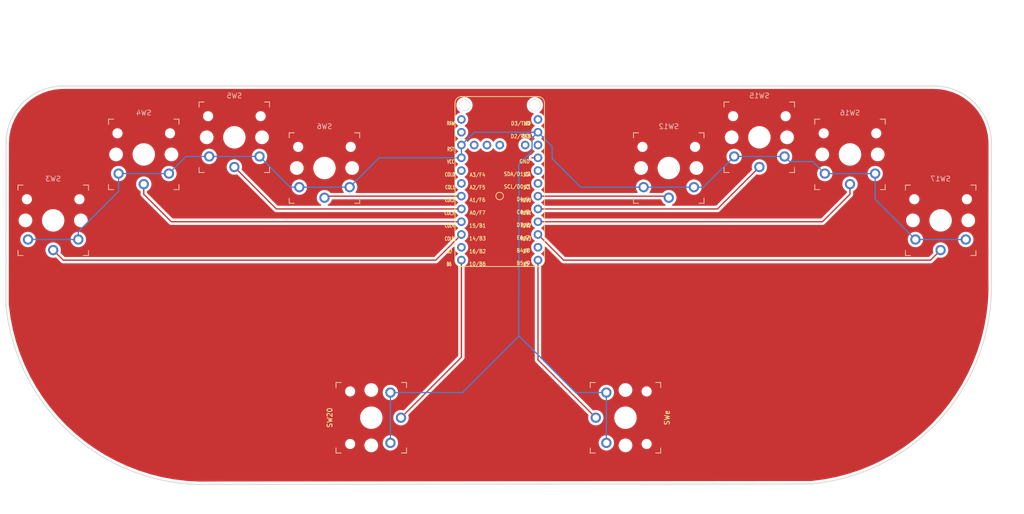
<source format=kicad_pcb>
(kicad_pcb (version 20171130) (host pcbnew 5.1.6)

  (general
    (thickness 1.6)
    (drawings 8)
    (tracks 74)
    (zones 0)
    (modules 11)
    (nets 2)
  )

  (page A4)
  (title_block
    (title noip)
    (date 2020-06-10)
    (rev .1)
    (company broomlabs)
  )

  (layers
    (0 F.Cu signal)
    (31 B.Cu signal)
    (32 B.Adhes user)
    (33 F.Adhes user)
    (34 B.Paste user hide)
    (35 F.Paste user)
    (36 B.SilkS user hide)
    (37 F.SilkS user hide)
    (38 B.Mask user hide)
    (39 F.Mask user)
    (40 Dwgs.User user hide)
    (41 Cmts.User user)
    (42 Eco1.User user)
    (43 Eco2.User user hide)
    (44 Edge.Cuts user)
    (45 Margin user)
    (46 B.CrtYd user)
    (47 F.CrtYd user)
    (48 B.Fab user hide)
    (49 F.Fab user hide)
  )

  (setup
    (last_trace_width 0.25)
    (user_trace_width 0.5)
    (trace_clearance 0.2)
    (zone_clearance 0.508)
    (zone_45_only no)
    (trace_min 0.2)
    (via_size 0.6)
    (via_drill 0.4)
    (via_min_size 0.4)
    (via_min_drill 0.3)
    (uvia_size 0.3)
    (uvia_drill 0.1)
    (uvias_allowed no)
    (uvia_min_size 0.2)
    (uvia_min_drill 0.1)
    (edge_width 0.15)
    (segment_width 0.15)
    (pcb_text_width 0.3)
    (pcb_text_size 1.5 1.5)
    (mod_edge_width 0.15)
    (mod_text_size 1 1)
    (mod_text_width 0.15)
    (pad_size 1.397 1.397)
    (pad_drill 0.8128)
    (pad_to_mask_clearance 0.2)
    (aux_axis_origin 145.73 12.66)
    (visible_elements FFFFFFFF)
    (pcbplotparams
      (layerselection 0x010f0_ffffffff)
      (usegerberextensions true)
      (usegerberattributes false)
      (usegerberadvancedattributes false)
      (creategerberjobfile false)
      (excludeedgelayer true)
      (linewidth 0.150000)
      (plotframeref false)
      (viasonmask false)
      (mode 1)
      (useauxorigin false)
      (hpglpennumber 1)
      (hpglpenspeed 20)
      (hpglpendiameter 15.000000)
      (psnegative false)
      (psa4output false)
      (plotreference true)
      (plotvalue true)
      (plotinvisibletext false)
      (padsonsilk false)
      (subtractmaskfromsilk false)
      (outputformat 1)
      (mirror false)
      (drillshape 0)
      (scaleselection 1)
      (outputdirectory "gerber/"))
  )

  (net 0 "")
  (net 1 GND)

  (net_class Default "これは標準のネット クラスです。"
    (clearance 0.2)
    (trace_width 0.25)
    (via_dia 0.6)
    (via_drill 0.4)
    (uvia_dia 0.3)
    (uvia_drill 0.1)
    (add_net GND)
  )

  (module protonc:proton_c (layer F.Cu) (tedit 5F5632ED) (tstamp 5C238F3C)
    (at 149.4 60.4)
    (path /5A5E14C2)
    (fp_text reference U1 (at -0.1 -0.05 270) (layer F.SilkS) hide
      (effects (font (size 1 1) (thickness 0.15)))
    )
    (fp_text value ProMicro (at 0 -30.2) (layer F.Fab) hide
      (effects (font (size 1 1) (thickness 0.15)))
    )
    (fp_line (start 5.1588 13.317) (end 6.1588 13.317) (layer Cmts.User) (width 0.15))
    (fp_line (start 5.1588 12.317) (end 6.1588 12.317) (layer Cmts.User) (width 0.15))
    (fp_line (start 5.1588 12.317) (end 5.1588 13.317) (layer Cmts.User) (width 0.15))
    (fp_line (start 3.711 13.317) (end 4.711 13.317) (layer Cmts.User) (width 0.15))
    (fp_line (start 3.711 12.317) (end 3.711 13.317) (layer Cmts.User) (width 0.15))
    (fp_line (start 4.711 12.317) (end 4.711 13.317) (layer Cmts.User) (width 0.15))
    (fp_line (start 6.1588 12.317) (end 6.1588 13.317) (layer Cmts.User) (width 0.15))
    (fp_line (start 3.711 12.317) (end 4.711 12.317) (layer Cmts.User) (width 0.15))
    (fp_line (start -3.909 12.317) (end -3.909 13.317) (layer Cmts.User) (width 0.15))
    (fp_line (start -3.909 13.317) (end -2.909 13.317) (layer Cmts.User) (width 0.15))
    (fp_line (start -3.909 12.317) (end -2.909 12.317) (layer Cmts.User) (width 0.15))
    (fp_line (start -2.909 12.317) (end -2.909 13.317) (layer Cmts.User) (width 0.15))
    (fp_line (start -2.75 4.45) (end -2.75 5.45) (layer Cmts.User) (width 0.15))
    (fp_line (start -3.75 4.45) (end -3.75 5.45) (layer Cmts.User) (width 0.15))
    (fp_line (start -3.75 5.45) (end -2.75 5.45) (layer Cmts.User) (width 0.15))
    (fp_line (start -3.75 4.45) (end -2.75 4.45) (layer Cmts.User) (width 0.15))
    (fp_line (start 1.95 -4.31) (end 2.95 -4.31) (layer Cmts.User) (width 0.15))
    (fp_line (start 1.95 -3.31) (end 2.95 -3.31) (layer Cmts.User) (width 0.15))
    (fp_line (start 1.95 -4.31) (end 1.95 -3.31) (layer Cmts.User) (width 0.15))
    (fp_line (start 2.95 -3.31) (end 2.95 -4.31) (layer Cmts.User) (width 0.15))
    (fp_line (start -1.7 -3.31) (end -0.7 -3.31) (layer Cmts.User) (width 0.15))
    (fp_line (start -1.7 -4.31) (end -1.7 -3.31) (layer Cmts.User) (width 0.15))
    (fp_line (start -0.7 -3.31) (end -0.7 -4.31) (layer Cmts.User) (width 0.15))
    (fp_line (start -1.7 -4.31) (end -0.7 -4.31) (layer Cmts.User) (width 0.15))
    (fp_line (start -3.85 -4.31) (end -2.85 -4.31) (layer Cmts.User) (width 0.15))
    (fp_line (start -3.85 -3.31) (end -2.85 -3.31) (layer Cmts.User) (width 0.15))
    (fp_line (start -2.85 -3.31) (end -2.85 -4.31) (layer Cmts.User) (width 0.15))
    (fp_line (start -3.85 -4.31) (end -3.85 -3.31) (layer Cmts.User) (width 0.15))
    (fp_line (start -5.4 -3.31) (end -4.4 -3.31) (layer Cmts.User) (width 0.15))
    (fp_line (start -5.4 -4.31) (end -4.4 -4.31) (layer Cmts.User) (width 0.15))
    (fp_line (start -5.4 -4.31) (end -5.4 -3.31) (layer Cmts.User) (width 0.15))
    (fp_line (start 7.64 13.96) (end -7.6 13.96) (layer F.SilkS) (width 0.15))
    (fp_line (start 7.132 13.96) (end 7.64 13.96) (layer F.SilkS) (width 0.15))
    (fp_line (start -4.48 -12.22) (end 4.52 -12.22) (layer Cmts.User) (width 0.15))
    (fp_line (start -4.48 -20.71) (end 4.52 -20.71) (layer Cmts.User) (width 0.15))
    (fp_line (start 4.52 -20.71) (end 4.52 -12.22) (layer Cmts.User) (width 0.15))
    (fp_circle (center 0 -0.035) (end 0.75 -0.035) (layer F.SilkS) (width 0.15))
    (fp_line (start -4.48 -20.71) (end -4.48 -12.22) (layer Cmts.User) (width 0.15))
    (fp_line (start -7.6 -19.794) (end 7.64 -19.794) (layer F.SilkS) (width 0.15))
    (fp_line (start -8.87 -18.524) (end -8.87 12.69) (layer F.SilkS) (width 0.15))
    (fp_line (start 8.91 12.69) (end 8.91 -18.524) (layer F.SilkS) (width 0.15))
    (fp_line (start -7.6 13.96) (end -7.09 13.96) (layer F.SilkS) (width 0.15))
    (fp_line (start -4.4 -3.31) (end -4.4 -4.31) (layer Cmts.User) (width 0.15))
    (fp_text user BOOT0 (at 2.5 -6.4 90) (layer Cmts.User)
      (effects (font (size 0.8 0.8) (thickness 0.15)))
    )
    (fp_arc (start 7.64 -18.524) (end 7.64 -19.794) (angle 90) (layer F.SilkS) (width 0.15))
    (fp_arc (start -7.6 -18.524) (end -8.87 -18.524) (angle 90) (layer F.SilkS) (width 0.15))
    (fp_arc (start 7.64 12.69) (end 8.91 12.69) (angle 90) (layer F.SilkS) (width 0.15))
    (fp_arc (start -7.6 12.69) (end -7.6 13.96) (angle 90) (layer F.SilkS) (width 0.15))
    (fp_text user C13/LED (at 0.1 5) (layer Cmts.User)
      (effects (font (size 0.8 0.8) (thickness 0.15)))
    )
    (fp_text user C14 (at -4.8 -5.6 90) (layer Cmts.User)
      (effects (font (size 0.8 0.8) (thickness 0.15)))
    )
    (fp_text user C15 (at -3.3 -5.6 90) (layer Cmts.User)
      (effects (font (size 0.8 0.8) (thickness 0.15)))
    )
    (fp_text user "A3(3.3v)" (at -1.1 -7.1 90) (layer Cmts.User)
      (effects (font (size 0.8 0.8) (thickness 0.15)))
    )
    (fp_text user RESET (at -3.3 10.3 90) (layer Cmts.User)
      (effects (font (size 0.8 0.8) (thickness 0.15)))
    )
    (fp_text user A14 (at 5.7 10.9 90) (layer Cmts.User)
      (effects (font (size 0.8 0.8) (thickness 0.15)))
    )
    (fp_text user A13 (at 4.2 10.9 90) (layer Cmts.User)
      (effects (font (size 0.8 0.8) (thickness 0.15)))
    )
    (fp_text user "DFU Button" (at 0.8 -1.3 180) (layer Cmts.User)
      (effects (font (size 0.8 0.8) (thickness 0.15)))
    )
    (fp_text user "" (at -0.545 -17.4) (layer F.SilkS)
      (effects (font (size 1 1) (thickness 0.15)))
    )
    (fp_text user RAW (at -9.7155 -14.478 unlocked) (layer F.SilkS)
      (effects (font (size 0.75 0.5) (thickness 0.125)))
    )
    (fp_text user GND (at 4.955 -6.9 unlocked) (layer F.SilkS)
      (effects (font (size 0.75 0.67) (thickness 0.125)))
    )
    (fp_text user RST (at -9.7155 -9.3345 unlocked) (layer F.SilkS)
      (effects (font (size 0.75 0.5) (thickness 0.125)))
    )
    (fp_text user VCC (at -9.7155 -6.858 unlocked) (layer F.SilkS)
      (effects (font (size 0.75 0.5) (thickness 0.125)))
    )
    (fp_text user A3/F4 (at -4.395 -4.25 unlocked) (layer F.SilkS)
      (effects (font (size 0.75 0.67) (thickness 0.125)))
    )
    (fp_text user A2/F5 (at -4.395 -1.75 unlocked) (layer F.SilkS)
      (effects (font (size 0.75 0.67) (thickness 0.125)))
    )
    (fp_text user A1/F6 (at -4.395 0.75 unlocked) (layer F.SilkS)
      (effects (font (size 0.75 0.67) (thickness 0.125)))
    )
    (fp_text user A0/F7 (at -4.395 3.3 unlocked) (layer F.SilkS)
      (effects (font (size 0.75 0.67) (thickness 0.125)))
    )
    (fp_text user 15/B1 (at -4.395 5.85 unlocked) (layer F.SilkS)
      (effects (font (size 0.75 0.67) (thickness 0.125)))
    )
    (fp_text user 14/B3 (at -4.395 8.4 unlocked) (layer F.SilkS)
      (effects (font (size 0.75 0.67) (thickness 0.125)))
    )
    (fp_text user 10/B6 (at -4.395 13.45 unlocked) (layer F.SilkS)
      (effects (font (size 0.75 0.67) (thickness 0.125)))
    )
    (fp_text user 16/B2 (at -4.395 10.95 unlocked) (layer F.SilkS)
      (effects (font (size 0.75 0.67) (thickness 0.125)))
    )
    (fp_text user E6/7 (at 4.705 8.25 unlocked) (layer F.SilkS)
      (effects (font (size 0.75 0.67) (thickness 0.125)))
    )
    (fp_text user D7/6 (at 4.705 5.7 unlocked) (layer F.SilkS)
      (effects (font (size 0.75 0.67) (thickness 0.125)))
    )
    (fp_text user D3/TX0 (at 4.155 -14.45 unlocked) (layer F.SilkS)
      (effects (font (size 0.75 0.67) (thickness 0.125)))
    )
    (fp_text user D4/4 (at 4.705 0.6 unlocked) (layer F.SilkS)
      (effects (font (size 0.75 0.67) (thickness 0.125)))
    )
    (fp_text user SDA/D1/2 (at 3.455 -4.4 unlocked) (layer F.SilkS)
      (effects (font (size 0.75 0.67) (thickness 0.125)))
    )
    (fp_text user SCL/D0/3 (at 3.455 -1.9 unlocked) (layer F.SilkS)
      (effects (font (size 0.75 0.67) (thickness 0.125)))
    )
    (fp_text user C6/5 (at 4.705 3.15 unlocked) (layer F.SilkS)
      (effects (font (size 0.75 0.67) (thickness 0.125)))
    )
    (fp_text user B5/9 (at 4.705 13.3 unlocked) (layer F.SilkS)
      (effects (font (size 0.75 0.67) (thickness 0.125)))
    )
    (fp_text user D2/RX1 (at 4.155 -11.9 unlocked) (layer F.SilkS)
      (effects (font (size 0.75 0.67) (thickness 0.125)))
    )
    (fp_text user B4/8 (at 4.705 10.8 unlocked) (layer F.SilkS)
      (effects (font (size 0.75 0.67) (thickness 0.125)))
    )
    (fp_text user LED (at 5.5 -14.478) (layer F.SilkS)
      (effects (font (size 0.75 0.5) (thickness 0.125)))
    )
    (fp_text user DATA (at 5.35 -11.95) (layer F.SilkS)
      (effects (font (size 0.75 0.5) (thickness 0.125)))
    )
    (fp_text user COL3 (at -10 3.35) (layer F.SilkS)
      (effects (font (size 0.75 0.5) (thickness 0.125)))
    )
    (fp_text user ROW0 (at 5.2 0.8) (layer F.SilkS)
      (effects (font (size 0.75 0.5) (thickness 0.125)))
    )
    (fp_text user COL2 (at -9.9 0.762) (layer F.SilkS)
      (effects (font (size 0.75 0.5) (thickness 0.125)))
    )
    (fp_text user SCL (at 5.461 -1.778) (layer F.SilkS)
      (effects (font (size 0.75 0.5) (thickness 0.125)))
    )
    (fp_text user COL1 (at -9.85 -1.778) (layer F.SilkS)
      (effects (font (size 0.75 0.5) (thickness 0.125)))
    )
    (fp_text user SDA (at 5.461 -4.318) (layer F.SilkS)
      (effects (font (size 0.75 0.5) (thickness 0.125)))
    )
    (fp_text user COL0 (at -9.9 -4.3) (layer F.SilkS)
      (effects (font (size 0.75 0.5) (thickness 0.125)))
    )
    (fp_text user B6 (at -10.05 13.5) (layer F.SilkS)
      (effects (font (size 0.75 0.5) (thickness 0.125)))
    )
    (fp_text user B5 (at 5.2 13.5255) (layer F.SilkS)
      (effects (font (size 0.75 0.5) (thickness 0.125)))
    )
    (fp_text user B4 (at 5.2 10.922) (layer F.SilkS)
      (effects (font (size 0.75 0.5) (thickness 0.125)))
    )
    (fp_text user B2 (at -9.95 10.95) (layer F.SilkS)
      (effects (font (size 0.75 0.5) (thickness 0.125)))
    )
    (fp_text user ROW3 (at 5.2 8.4455) (layer F.SilkS)
      (effects (font (size 0.75 0.5) (thickness 0.125)))
    )
    (fp_text user COL5 (at -9.95 8.4455) (layer F.SilkS)
      (effects (font (size 0.75 0.5) (thickness 0.125)))
    )
    (fp_text user ROW2 (at 5.2 5.85) (layer F.SilkS)
      (effects (font (size 0.75 0.5) (thickness 0.125)))
    )
    (fp_text user COL4 (at -9.95 5.85) (layer F.SilkS)
      (effects (font (size 0.75 0.5) (thickness 0.125)))
    )
    (fp_text user ROW1 (at 5.25 3.302) (layer F.SilkS)
      (effects (font (size 0.75 0.5) (thickness 0.125)))
    )
    (pad 5V thru_hole circle (at 7.615 -15.25) (size 1.7 1.7) (drill 1) (layers *.Cu *.Mask))
    (pad A10 thru_hole circle (at -7.6 -12.71) (size 1.7 1.7) (drill 1) (layers *.Cu *.Mask))
    (pad SCRE thru_hole circle (at 7.005 -18.0748) (size 2.2 2.2) (drill 2.2) (layers *.Cu *.Mask))
    (pad SCRE thru_hole circle (at -6.9904 -18.0748) (size 2.2 2.2) (drill 2.2) (layers *.Cu *.Mask))
    (pad A9 thru_hole circle (at -7.6 -15.25) (size 1.7 1.7) (drill 1) (layers *.Cu *.Mask))
    (pad D+ thru_hole circle (at -5.06 -10.17) (size 1.7 1.7) (drill 1) (layers *.Cu *.Mask))
    (pad GND thru_hole circle (at -7.6 -10.17) (size 1.7 1.7) (drill 1) (layers *.Cu *.Mask)
      (net 1 GND))
    (pad GND thru_hole circle (at -7.6 -7.63) (size 1.7 1.7) (drill 1) (layers *.Cu *.Mask)
      (net 1 GND))
    (pad B7 thru_hole circle (at -7.6 -5.09) (size 1.7 1.7) (drill 1) (layers *.Cu *.Mask))
    (pad B6 thru_hole circle (at -7.6 -2.55) (size 1.7 1.7) (drill 1) (layers *.Cu *.Mask))
    (pad D- thru_hole circle (at -2.52 -10.17) (size 1.7 1.7) (drill 1) (layers *.Cu *.Mask))
    (pad CHRG thru_hole circle (at 0.02 -10.17) (size 1.7 1.7) (drill 1) (layers *.Cu *.Mask))
    (pad B5 thru_hole circle (at -7.6 -0.01) (size 1.7 1.7) (drill 1) (layers *.Cu *.Mask))
    (pad B4 thru_hole circle (at -7.6 2.53) (size 1.7 1.7) (drill 1) (layers *.Cu *.Mask))
    (pad B3 thru_hole circle (at -7.6 5.07) (size 1.7 1.7) (drill 1) (layers *.Cu *.Mask))
    (pad B2 thru_hole circle (at -7.6 7.61) (size 1.7 1.7) (drill 1) (layers *.Cu *.Mask))
    (pad B1 thru_hole circle (at -7.6 10.15) (size 1.7 1.7) (drill 1) (layers *.Cu *.Mask))
    (pad B0 thru_hole circle (at -7.6 12.69) (size 1.7 1.7) (drill 1) (layers *.Cu *.Mask))
    (pad GND thru_hole circle (at 7.615 -12.71) (size 1.7 1.7) (drill 1) (layers *.Cu *.Mask)
      (net 1 GND))
    (pad DFU thru_hole circle (at 7.615 -10.17) (size 1.7 1.7) (drill 1) (layers *.Cu *.Mask))
    (pad A2 thru_hole circle (at 7.615 -5.09) (size 1.7 1.7) (drill 1) (layers *.Cu *.Mask))
    (pad A3|5v thru_hole circle (at 5.075 -10.17) (size 1.7 1.7) (drill 1) (layers *.Cu *.Mask))
    (pad 3.3V thru_hole circle (at 7.615 -7.63) (size 1.7 1.7) (drill 1) (layers *.Cu *.Mask))
    (pad A1 thru_hole circle (at 7.615 -2.55) (size 1.7 1.7) (drill 1) (layers *.Cu *.Mask))
    (pad A0 thru_hole circle (at 7.615 -0.01) (size 1.7 1.7) (drill 1) (layers *.Cu *.Mask))
    (pad B8 thru_hole circle (at 7.615 2.53) (size 1.7 1.7) (drill 1) (layers *.Cu *.Mask))
    (pad B14 thru_hole circle (at 7.615 7.61) (size 1.7 1.7) (drill 1) (layers *.Cu *.Mask))
    (pad B15 thru_hole circle (at 7.615 10.15) (size 1.7 1.7) (drill 1) (layers *.Cu *.Mask))
    (pad B13 thru_hole circle (at 7.615 5.07) (size 1.7 1.7) (drill 1) (layers *.Cu *.Mask))
    (pad B9 thru_hole circle (at 7.615 12.69) (size 1.7 1.7) (drill 1) (layers *.Cu *.Mask))
    (model BG030-06-A-0400-0300-N-G.stp
      (offset (xyz 7.62 -16.5 0))
      (scale (xyz 1 1 1))
      (rotate (xyz -90 0 90))
    )
    (model BG030-06-A-0400-0300-N-G.stp
      (offset (xyz -7.62 -16.5 0))
      (scale (xyz 1 1 1))
      (rotate (xyz -90 0 90))
    )
    (model BG030-12-A-0400-0300-N-G.stp
      (offset (xyz 7.62 16.5 -0.06))
      (scale (xyz 1 1 1))
      (rotate (xyz -90 0 90))
    )
    (model BG030-12-A-0400-0300-N-G.stp
      (offset (xyz -7.62 16.5 -0.06))
      (scale (xyz 1 1 1))
      (rotate (xyz -90 0 90))
    )
    (model proton-c.step
      (offset (xyz 0 -6 4.08))
      (scale (xyz 1 1 1))
      (rotate (xyz 0 0 0))
    )
  )

  (module "Choc Footprints:SW_PG1350_reversible" (layer B.Cu) (tedit 5EBBF24C) (tstamp 5C238836)
    (at 123.9 104.4 270)
    (descr "Kailh \"Choc\" PG1350 keyswitch, able to be mounted on front or back of PCB")
    (tags kailh,choc)
    (path /5A5E37A4)
    (fp_text reference SW20 (at 4.600001 -6 90) (layer Dwgs.User) hide
      (effects (font (size 1 1) (thickness 0.15)))
    )
    (fp_text value SW_PUSH (at -0.5 -6 90) (layer Dwgs.User) hide
      (effects (font (size 1 1) (thickness 0.15)))
    )
    (fp_line (start 6 7) (end 7 7) (layer B.SilkS) (width 0.15))
    (fp_line (start 7 7) (end 7 6) (layer B.SilkS) (width 0.15))
    (fp_line (start 7 -6) (end 7 -7) (layer B.SilkS) (width 0.15))
    (fp_line (start 7 -7) (end 6 -7) (layer B.SilkS) (width 0.15))
    (fp_line (start -6 -7) (end -7 -7) (layer B.SilkS) (width 0.15))
    (fp_line (start -7 -7) (end -7 -6) (layer B.SilkS) (width 0.15))
    (fp_line (start -7 6) (end -7 7) (layer B.SilkS) (width 0.15))
    (fp_line (start -7 7) (end -6 7) (layer B.SilkS) (width 0.15))
    (fp_line (start -2.6 3.1) (end 2.6 3.1) (layer Eco2.User) (width 0.15))
    (fp_line (start 2.6 3.1) (end 2.6 6.3) (layer Eco2.User) (width 0.15))
    (fp_line (start 2.6 6.3) (end -2.6 6.3) (layer Eco2.User) (width 0.15))
    (fp_line (start -2.6 3.1) (end -2.6 6.3) (layer Eco2.User) (width 0.15))
    (fp_line (start -7 6) (end -7 7) (layer F.SilkS) (width 0.15))
    (fp_line (start -7 7) (end -6 7) (layer F.SilkS) (width 0.15))
    (fp_line (start -6 -7) (end -7 -7) (layer F.SilkS) (width 0.15))
    (fp_line (start -7 -7) (end -7 -6) (layer F.SilkS) (width 0.15))
    (fp_line (start 7 -6) (end 7 -7) (layer F.SilkS) (width 0.15))
    (fp_line (start 7 -7) (end 6 -7) (layer F.SilkS) (width 0.15))
    (fp_line (start 6 7) (end 7 7) (layer F.SilkS) (width 0.15))
    (fp_line (start 7 7) (end 7 6) (layer F.SilkS) (width 0.15))
    (fp_line (start -6.9 -6.9) (end 6.9 -6.9) (layer Eco2.User) (width 0.15))
    (fp_line (start 6.9 6.9) (end -6.9 6.9) (layer Eco2.User) (width 0.15))
    (fp_line (start 6.9 6.9) (end 6.9 -6.9) (layer Eco2.User) (width 0.15))
    (fp_line (start -6.9 -6.9) (end -6.9 6.9) (layer Eco2.User) (width 0.15))
    (fp_line (start -7.5 7.5) (end 7.5 7.5) (layer F.Fab) (width 0.15))
    (fp_line (start 7.5 7.5) (end 7.5 -7.5) (layer F.Fab) (width 0.15))
    (fp_line (start 7.5 -7.5) (end -7.5 -7.5) (layer F.Fab) (width 0.15))
    (fp_line (start -7.5 -7.5) (end -7.5 7.5) (layer F.Fab) (width 0.15))
    (fp_line (start -7.5 7.5) (end 7.5 7.5) (layer B.Fab) (width 0.15))
    (fp_line (start 7.5 -7.5) (end -7.5 -7.5) (layer B.Fab) (width 0.15))
    (fp_line (start 7.5 7.5) (end 7.5 -7.5) (layer B.Fab) (width 0.15))
    (fp_line (start -7.5 -7.5) (end -7.5 7.5) (layer B.Fab) (width 0.15))
    (fp_text user %R (at 0 0 90) (layer B.Fab)
      (effects (font (size 1 1) (thickness 0.15)) (justify mirror))
    )
    (fp_text user %R (at 0 0 90) (layer B.Fab)
      (effects (font (size 1 1) (thickness 0.15)) (justify mirror))
    )
    (fp_text user %V (at 0 -8.255 90) (layer F.Fab)
      (effects (font (size 1 1) (thickness 0.15)))
    )
    (fp_text user %R (at 0 8.255 90) (layer F.SilkS)
      (effects (font (size 1 1) (thickness 0.15)))
    )
    (pad "" np_thru_hole circle (at -5.5 0 270) (size 1.7018 1.7018) (drill 1.7018) (layers *.Cu *.Mask))
    (pad "" np_thru_hole circle (at 5.5 0 270) (size 1.7018 1.7018) (drill 1.7018) (layers *.Cu *.Mask))
    (pad "" np_thru_hole circle (at 5.22 4.2 270) (size 0.9906 0.9906) (drill 0.9906) (layers *.Cu *.Mask))
    (pad 1 thru_hole circle (at 0 -5.9 270) (size 2.032 2.032) (drill 1.27) (layers *.Cu *.Mask))
    (pad 2 thru_hole circle (at -5 -3.8 270) (size 2.032 2.032) (drill 1.27) (layers *.Cu *.Mask)
      (net 1 GND))
    (pad "" np_thru_hole circle (at 0 0 270) (size 3.429 3.429) (drill 3.429) (layers *.Cu *.Mask))
    (pad 2 thru_hole circle (at 5 -3.8 270) (size 2.032 2.032) (drill 1.27) (layers *.Cu *.Mask)
      (net 1 GND))
    (pad "" np_thru_hole circle (at -5.22 4.2 270) (size 0.9906 0.9906) (drill 0.9906) (layers *.Cu *.Mask))
  )

  (module "Choc Footprints:SW_PG1350_reversible" (layer B.Cu) (tedit 5EBBF243) (tstamp 5C23884C)
    (at 174.4 104.4 90)
    (descr "Kailh \"Choc\" PG1350 keyswitch, able to be mounted on front or back of PCB")
    (tags kailh,choc)
    (path /5A5E37B0)
    (fp_text reference SWe (at 4.6 -6 270) (layer Dwgs.User) hide
      (effects (font (size 1 1) (thickness 0.15)))
    )
    (fp_text value SW_PUSH (at -0.5 -6 270) (layer Dwgs.User) hide
      (effects (font (size 1 1) (thickness 0.15)))
    )
    (fp_line (start -7.5 -7.5) (end -7.5 7.5) (layer B.Fab) (width 0.15))
    (fp_line (start 7.5 7.5) (end 7.5 -7.5) (layer B.Fab) (width 0.15))
    (fp_line (start 7.5 -7.5) (end -7.5 -7.5) (layer B.Fab) (width 0.15))
    (fp_line (start -7.5 7.5) (end 7.5 7.5) (layer B.Fab) (width 0.15))
    (fp_line (start -7.5 -7.5) (end -7.5 7.5) (layer F.Fab) (width 0.15))
    (fp_line (start 7.5 -7.5) (end -7.5 -7.5) (layer F.Fab) (width 0.15))
    (fp_line (start 7.5 7.5) (end 7.5 -7.5) (layer F.Fab) (width 0.15))
    (fp_line (start -7.5 7.5) (end 7.5 7.5) (layer F.Fab) (width 0.15))
    (fp_line (start -6.9 -6.9) (end -6.9 6.9) (layer Eco2.User) (width 0.15))
    (fp_line (start 6.9 6.9) (end 6.9 -6.9) (layer Eco2.User) (width 0.15))
    (fp_line (start 6.9 6.9) (end -6.9 6.9) (layer Eco2.User) (width 0.15))
    (fp_line (start -6.9 -6.9) (end 6.9 -6.9) (layer Eco2.User) (width 0.15))
    (fp_line (start 7 7) (end 7 6) (layer F.SilkS) (width 0.15))
    (fp_line (start 6 7) (end 7 7) (layer F.SilkS) (width 0.15))
    (fp_line (start 7 -7) (end 6 -7) (layer F.SilkS) (width 0.15))
    (fp_line (start 7 -6) (end 7 -7) (layer F.SilkS) (width 0.15))
    (fp_line (start -7 -7) (end -7 -6) (layer F.SilkS) (width 0.15))
    (fp_line (start -6 -7) (end -7 -7) (layer F.SilkS) (width 0.15))
    (fp_line (start -7 7) (end -6 7) (layer F.SilkS) (width 0.15))
    (fp_line (start -7 6) (end -7 7) (layer F.SilkS) (width 0.15))
    (fp_line (start -2.6 3.1) (end -2.6 6.3) (layer Eco2.User) (width 0.15))
    (fp_line (start 2.6 6.3) (end -2.6 6.3) (layer Eco2.User) (width 0.15))
    (fp_line (start 2.6 3.1) (end 2.6 6.3) (layer Eco2.User) (width 0.15))
    (fp_line (start -2.6 3.1) (end 2.6 3.1) (layer Eco2.User) (width 0.15))
    (fp_line (start -7 7) (end -6 7) (layer B.SilkS) (width 0.15))
    (fp_line (start -7 6) (end -7 7) (layer B.SilkS) (width 0.15))
    (fp_line (start -7 -7) (end -7 -6) (layer B.SilkS) (width 0.15))
    (fp_line (start -6 -7) (end -7 -7) (layer B.SilkS) (width 0.15))
    (fp_line (start 7 -7) (end 6 -7) (layer B.SilkS) (width 0.15))
    (fp_line (start 7 -6) (end 7 -7) (layer B.SilkS) (width 0.15))
    (fp_line (start 7 7) (end 7 6) (layer B.SilkS) (width 0.15))
    (fp_line (start 6 7) (end 7 7) (layer B.SilkS) (width 0.15))
    (fp_text user %R (at 0 8.255 90) (layer F.SilkS)
      (effects (font (size 1 1) (thickness 0.15)))
    )
    (fp_text user %V (at 0 -8.255 90) (layer F.Fab)
      (effects (font (size 1 1) (thickness 0.15)))
    )
    (fp_text user %R (at 0 0 90) (layer B.Fab)
      (effects (font (size 1 1) (thickness 0.15)) (justify mirror))
    )
    (fp_text user %R (at 0 0 90) (layer F.Fab)
      (effects (font (size 1 1) (thickness 0.15)))
    )
    (pad "" np_thru_hole circle (at -5.22 4.2 90) (size 0.9906 0.9906) (drill 0.9906) (layers *.Cu *.Mask))
    (pad 2 thru_hole circle (at 5 -3.8 90) (size 2.032 2.032) (drill 1.27) (layers *.Cu *.Mask)
      (net 1 GND))
    (pad "" np_thru_hole circle (at 0 0 90) (size 3.429 3.429) (drill 3.429) (layers *.Cu *.Mask))
    (pad 2 thru_hole circle (at -5 -3.8 90) (size 2.032 2.032) (drill 1.27) (layers *.Cu *.Mask)
      (net 1 GND))
    (pad 1 thru_hole circle (at 0 -5.9 90) (size 2.032 2.032) (drill 1.27) (layers *.Cu *.Mask))
    (pad "" np_thru_hole circle (at 5.22 4.2 90) (size 0.9906 0.9906) (drill 0.9906) (layers *.Cu *.Mask))
    (pad "" np_thru_hole circle (at 5.5 0 90) (size 1.7018 1.7018) (drill 1.7018) (layers *.Cu *.Mask))
    (pad "" np_thru_hole circle (at -5.5 0 90) (size 1.7018 1.7018) (drill 1.7018) (layers *.Cu *.Mask))
  )

  (module "Choc Footprints:SW_PG1350_reversible" (layer F.Cu) (tedit 5EBBF23A) (tstamp 5C2387F4)
    (at 237 65.2)
    (descr "Kailh \"Choc\" PG1350 keyswitch, able to be mounted on front or back of PCB")
    (tags kailh,choc)
    (path /5A5E35CF)
    (fp_text reference SW17 (at 4.6 6 180) (layer Dwgs.User) hide
      (effects (font (size 1 1) (thickness 0.15)))
    )
    (fp_text value SW_PUSH (at -0.5 6 180) (layer Dwgs.User) hide
      (effects (font (size 1 1) (thickness 0.15)))
    )
    (fp_line (start 6 -7) (end 7 -7) (layer F.SilkS) (width 0.15))
    (fp_line (start 7 -7) (end 7 -6) (layer F.SilkS) (width 0.15))
    (fp_line (start 7 6) (end 7 7) (layer F.SilkS) (width 0.15))
    (fp_line (start 7 7) (end 6 7) (layer F.SilkS) (width 0.15))
    (fp_line (start -6 7) (end -7 7) (layer F.SilkS) (width 0.15))
    (fp_line (start -7 7) (end -7 6) (layer F.SilkS) (width 0.15))
    (fp_line (start -7 -6) (end -7 -7) (layer F.SilkS) (width 0.15))
    (fp_line (start -7 -7) (end -6 -7) (layer F.SilkS) (width 0.15))
    (fp_line (start -2.6 -3.1) (end 2.6 -3.1) (layer Eco2.User) (width 0.15))
    (fp_line (start 2.6 -3.1) (end 2.6 -6.3) (layer Eco2.User) (width 0.15))
    (fp_line (start 2.6 -6.3) (end -2.6 -6.3) (layer Eco2.User) (width 0.15))
    (fp_line (start -2.6 -3.1) (end -2.6 -6.3) (layer Eco2.User) (width 0.15))
    (fp_line (start -7 -6) (end -7 -7) (layer B.SilkS) (width 0.15))
    (fp_line (start -7 -7) (end -6 -7) (layer B.SilkS) (width 0.15))
    (fp_line (start -6 7) (end -7 7) (layer B.SilkS) (width 0.15))
    (fp_line (start -7 7) (end -7 6) (layer B.SilkS) (width 0.15))
    (fp_line (start 7 6) (end 7 7) (layer B.SilkS) (width 0.15))
    (fp_line (start 7 7) (end 6 7) (layer B.SilkS) (width 0.15))
    (fp_line (start 6 -7) (end 7 -7) (layer B.SilkS) (width 0.15))
    (fp_line (start 7 -7) (end 7 -6) (layer B.SilkS) (width 0.15))
    (fp_line (start -6.9 6.9) (end 6.9 6.9) (layer Eco2.User) (width 0.15))
    (fp_line (start 6.9 -6.9) (end -6.9 -6.9) (layer Eco2.User) (width 0.15))
    (fp_line (start 6.9 -6.9) (end 6.9 6.9) (layer Eco2.User) (width 0.15))
    (fp_line (start -6.9 6.9) (end -6.9 -6.9) (layer Eco2.User) (width 0.15))
    (fp_line (start -7.5 -7.5) (end 7.5 -7.5) (layer B.Fab) (width 0.15))
    (fp_line (start 7.5 -7.5) (end 7.5 7.5) (layer B.Fab) (width 0.15))
    (fp_line (start 7.5 7.5) (end -7.5 7.5) (layer B.Fab) (width 0.15))
    (fp_line (start -7.5 7.5) (end -7.5 -7.5) (layer B.Fab) (width 0.15))
    (fp_line (start -7.5 -7.5) (end 7.5 -7.5) (layer F.Fab) (width 0.15))
    (fp_line (start 7.5 7.5) (end -7.5 7.5) (layer F.Fab) (width 0.15))
    (fp_line (start 7.5 -7.5) (end 7.5 7.5) (layer F.Fab) (width 0.15))
    (fp_line (start -7.5 7.5) (end -7.5 -7.5) (layer F.Fab) (width 0.15))
    (fp_text user %R (at 0 0) (layer F.Fab)
      (effects (font (size 1 1) (thickness 0.15)))
    )
    (fp_text user %R (at 0 0) (layer F.Fab)
      (effects (font (size 1 1) (thickness 0.15)))
    )
    (fp_text user %V (at 0 8.255) (layer B.Fab)
      (effects (font (size 1 1) (thickness 0.15)) (justify mirror))
    )
    (fp_text user %R (at 0 -8.255) (layer B.SilkS)
      (effects (font (size 1 1) (thickness 0.15)) (justify mirror))
    )
    (pad "" np_thru_hole circle (at -5.5 0) (size 1.7018 1.7018) (drill 1.7018) (layers *.Cu *.Mask))
    (pad "" np_thru_hole circle (at 5.5 0) (size 1.7018 1.7018) (drill 1.7018) (layers *.Cu *.Mask))
    (pad "" np_thru_hole circle (at 5.22 -4.2) (size 0.9906 0.9906) (drill 0.9906) (layers *.Cu *.Mask))
    (pad 1 thru_hole circle (at 0 5.9) (size 2.032 2.032) (drill 1.27) (layers *.Cu *.Mask))
    (pad 2 thru_hole circle (at -5 3.8) (size 2.032 2.032) (drill 1.27) (layers *.Cu *.Mask)
      (net 1 GND))
    (pad "" np_thru_hole circle (at 0 0) (size 3.429 3.429) (drill 3.429) (layers *.Cu *.Mask))
    (pad 2 thru_hole circle (at 5 3.8) (size 2.032 2.032) (drill 1.27) (layers *.Cu *.Mask)
      (net 1 GND))
    (pad "" np_thru_hole circle (at -5.22 -4.2) (size 0.9906 0.9906) (drill 0.9906) (layers *.Cu *.Mask))
  )

  (module "Choc Footprints:SW_PG1350_reversible" (layer F.Cu) (tedit 5EBBF231) (tstamp 5C2387DE)
    (at 219 52.1)
    (descr "Kailh \"Choc\" PG1350 keyswitch, able to be mounted on front or back of PCB")
    (tags kailh,choc)
    (path /5A5E35C9)
    (fp_text reference SW16 (at 4.6 6 180) (layer Dwgs.User) hide
      (effects (font (size 1 1) (thickness 0.15)))
    )
    (fp_text value SW_PUSH (at -0.5 6 180) (layer Dwgs.User) hide
      (effects (font (size 1 1) (thickness 0.15)))
    )
    (fp_line (start 6 -7) (end 7 -7) (layer F.SilkS) (width 0.15))
    (fp_line (start 7 -7) (end 7 -6) (layer F.SilkS) (width 0.15))
    (fp_line (start 7 6) (end 7 7) (layer F.SilkS) (width 0.15))
    (fp_line (start 7 7) (end 6 7) (layer F.SilkS) (width 0.15))
    (fp_line (start -6 7) (end -7 7) (layer F.SilkS) (width 0.15))
    (fp_line (start -7 7) (end -7 6) (layer F.SilkS) (width 0.15))
    (fp_line (start -7 -6) (end -7 -7) (layer F.SilkS) (width 0.15))
    (fp_line (start -7 -7) (end -6 -7) (layer F.SilkS) (width 0.15))
    (fp_line (start -2.6 -3.1) (end 2.6 -3.1) (layer Eco2.User) (width 0.15))
    (fp_line (start 2.6 -3.1) (end 2.6 -6.3) (layer Eco2.User) (width 0.15))
    (fp_line (start 2.6 -6.3) (end -2.6 -6.3) (layer Eco2.User) (width 0.15))
    (fp_line (start -2.6 -3.1) (end -2.6 -6.3) (layer Eco2.User) (width 0.15))
    (fp_line (start -7 -6) (end -7 -7) (layer B.SilkS) (width 0.15))
    (fp_line (start -7 -7) (end -6 -7) (layer B.SilkS) (width 0.15))
    (fp_line (start -6 7) (end -7 7) (layer B.SilkS) (width 0.15))
    (fp_line (start -7 7) (end -7 6) (layer B.SilkS) (width 0.15))
    (fp_line (start 7 6) (end 7 7) (layer B.SilkS) (width 0.15))
    (fp_line (start 7 7) (end 6 7) (layer B.SilkS) (width 0.15))
    (fp_line (start 6 -7) (end 7 -7) (layer B.SilkS) (width 0.15))
    (fp_line (start 7 -7) (end 7 -6) (layer B.SilkS) (width 0.15))
    (fp_line (start -6.9 6.9) (end 6.9 6.9) (layer Eco2.User) (width 0.15))
    (fp_line (start 6.9 -6.9) (end -6.9 -6.9) (layer Eco2.User) (width 0.15))
    (fp_line (start 6.9 -6.9) (end 6.9 6.9) (layer Eco2.User) (width 0.15))
    (fp_line (start -6.9 6.9) (end -6.9 -6.9) (layer Eco2.User) (width 0.15))
    (fp_line (start -7.5 -7.5) (end 7.5 -7.5) (layer B.Fab) (width 0.15))
    (fp_line (start 7.5 -7.5) (end 7.5 7.5) (layer B.Fab) (width 0.15))
    (fp_line (start 7.5 7.5) (end -7.5 7.5) (layer B.Fab) (width 0.15))
    (fp_line (start -7.5 7.5) (end -7.5 -7.5) (layer B.Fab) (width 0.15))
    (fp_line (start -7.5 -7.5) (end 7.5 -7.5) (layer F.Fab) (width 0.15))
    (fp_line (start 7.5 7.5) (end -7.5 7.5) (layer F.Fab) (width 0.15))
    (fp_line (start 7.5 -7.5) (end 7.5 7.5) (layer F.Fab) (width 0.15))
    (fp_line (start -7.5 7.5) (end -7.5 -7.5) (layer F.Fab) (width 0.15))
    (fp_text user %R (at 0 0) (layer F.Fab)
      (effects (font (size 1 1) (thickness 0.15)))
    )
    (fp_text user %R (at 0 0) (layer F.Fab)
      (effects (font (size 1 1) (thickness 0.15)))
    )
    (fp_text user %V (at 0 8.255) (layer B.Fab)
      (effects (font (size 1 1) (thickness 0.15)) (justify mirror))
    )
    (fp_text user %R (at 0 -8.255) (layer B.SilkS)
      (effects (font (size 1 1) (thickness 0.15)) (justify mirror))
    )
    (pad "" np_thru_hole circle (at -5.5 0) (size 1.7018 1.7018) (drill 1.7018) (layers *.Cu *.Mask))
    (pad "" np_thru_hole circle (at 5.5 0) (size 1.7018 1.7018) (drill 1.7018) (layers *.Cu *.Mask))
    (pad "" np_thru_hole circle (at 5.22 -4.2) (size 0.9906 0.9906) (drill 0.9906) (layers *.Cu *.Mask))
    (pad 1 thru_hole circle (at 0 5.9) (size 2.032 2.032) (drill 1.27) (layers *.Cu *.Mask))
    (pad 2 thru_hole circle (at -5 3.8) (size 2.032 2.032) (drill 1.27) (layers *.Cu *.Mask)
      (net 1 GND))
    (pad "" np_thru_hole circle (at 0 0) (size 3.429 3.429) (drill 3.429) (layers *.Cu *.Mask))
    (pad 2 thru_hole circle (at 5 3.8) (size 2.032 2.032) (drill 1.27) (layers *.Cu *.Mask)
      (net 1 GND))
    (pad "" np_thru_hole circle (at -5.22 -4.2) (size 0.9906 0.9906) (drill 0.9906) (layers *.Cu *.Mask))
  )

  (module "Choc Footprints:SW_PG1350_reversible" (layer F.Cu) (tedit 5EBBF229) (tstamp 5C2387C8)
    (at 201 48.7)
    (descr "Kailh \"Choc\" PG1350 keyswitch, able to be mounted on front or back of PCB")
    (tags kailh,choc)
    (path /5A5E35BD)
    (fp_text reference SW15 (at 4.6 6 180) (layer Dwgs.User) hide
      (effects (font (size 1 1) (thickness 0.15)))
    )
    (fp_text value SW_PUSH (at -0.5 6 180) (layer Dwgs.User) hide
      (effects (font (size 1 1) (thickness 0.15)))
    )
    (fp_line (start 6 -7) (end 7 -7) (layer F.SilkS) (width 0.15))
    (fp_line (start 7 -7) (end 7 -6) (layer F.SilkS) (width 0.15))
    (fp_line (start 7 6) (end 7 7) (layer F.SilkS) (width 0.15))
    (fp_line (start 7 7) (end 6 7) (layer F.SilkS) (width 0.15))
    (fp_line (start -6 7) (end -7 7) (layer F.SilkS) (width 0.15))
    (fp_line (start -7 7) (end -7 6) (layer F.SilkS) (width 0.15))
    (fp_line (start -7 -6) (end -7 -7) (layer F.SilkS) (width 0.15))
    (fp_line (start -7 -7) (end -6 -7) (layer F.SilkS) (width 0.15))
    (fp_line (start -2.6 -3.1) (end 2.6 -3.1) (layer Eco2.User) (width 0.15))
    (fp_line (start 2.6 -3.1) (end 2.6 -6.3) (layer Eco2.User) (width 0.15))
    (fp_line (start 2.6 -6.3) (end -2.6 -6.3) (layer Eco2.User) (width 0.15))
    (fp_line (start -2.6 -3.1) (end -2.6 -6.3) (layer Eco2.User) (width 0.15))
    (fp_line (start -7 -6) (end -7 -7) (layer B.SilkS) (width 0.15))
    (fp_line (start -7 -7) (end -6 -7) (layer B.SilkS) (width 0.15))
    (fp_line (start -6 7) (end -7 7) (layer B.SilkS) (width 0.15))
    (fp_line (start -7 7) (end -7 6) (layer B.SilkS) (width 0.15))
    (fp_line (start 7 6) (end 7 7) (layer B.SilkS) (width 0.15))
    (fp_line (start 7 7) (end 6 7) (layer B.SilkS) (width 0.15))
    (fp_line (start 6 -7) (end 7 -7) (layer B.SilkS) (width 0.15))
    (fp_line (start 7 -7) (end 7 -6) (layer B.SilkS) (width 0.15))
    (fp_line (start -6.9 6.9) (end 6.9 6.9) (layer Eco2.User) (width 0.15))
    (fp_line (start 6.9 -6.9) (end -6.9 -6.9) (layer Eco2.User) (width 0.15))
    (fp_line (start 6.9 -6.9) (end 6.9 6.9) (layer Eco2.User) (width 0.15))
    (fp_line (start -6.9 6.9) (end -6.9 -6.9) (layer Eco2.User) (width 0.15))
    (fp_line (start -7.5 -7.5) (end 7.5 -7.5) (layer B.Fab) (width 0.15))
    (fp_line (start 7.5 -7.5) (end 7.5 7.5) (layer B.Fab) (width 0.15))
    (fp_line (start 7.5 7.5) (end -7.5 7.5) (layer B.Fab) (width 0.15))
    (fp_line (start -7.5 7.5) (end -7.5 -7.5) (layer B.Fab) (width 0.15))
    (fp_line (start -7.5 -7.5) (end 7.5 -7.5) (layer F.Fab) (width 0.15))
    (fp_line (start 7.5 7.5) (end -7.5 7.5) (layer F.Fab) (width 0.15))
    (fp_line (start 7.5 -7.5) (end 7.5 7.5) (layer F.Fab) (width 0.15))
    (fp_line (start -7.5 7.5) (end -7.5 -7.5) (layer F.Fab) (width 0.15))
    (fp_text user %R (at 0 0) (layer F.Fab)
      (effects (font (size 1 1) (thickness 0.15)))
    )
    (fp_text user %R (at 0 0) (layer F.Fab)
      (effects (font (size 1 1) (thickness 0.15)))
    )
    (fp_text user %V (at 0 8.255) (layer B.Fab)
      (effects (font (size 1 1) (thickness 0.15)) (justify mirror))
    )
    (fp_text user %R (at 0 -8.255) (layer B.SilkS)
      (effects (font (size 1 1) (thickness 0.15)) (justify mirror))
    )
    (pad "" np_thru_hole circle (at -5.5 0) (size 1.7018 1.7018) (drill 1.7018) (layers *.Cu *.Mask))
    (pad "" np_thru_hole circle (at 5.5 0) (size 1.7018 1.7018) (drill 1.7018) (layers *.Cu *.Mask))
    (pad "" np_thru_hole circle (at 5.22 -4.2) (size 0.9906 0.9906) (drill 0.9906) (layers *.Cu *.Mask))
    (pad 1 thru_hole circle (at 0 5.9) (size 2.032 2.032) (drill 1.27) (layers *.Cu *.Mask))
    (pad 2 thru_hole circle (at -5 3.8) (size 2.032 2.032) (drill 1.27) (layers *.Cu *.Mask)
      (net 1 GND))
    (pad "" np_thru_hole circle (at 0 0) (size 3.429 3.429) (drill 3.429) (layers *.Cu *.Mask))
    (pad 2 thru_hole circle (at 5 3.8) (size 2.032 2.032) (drill 1.27) (layers *.Cu *.Mask)
      (net 1 GND))
    (pad "" np_thru_hole circle (at -5.22 -4.2) (size 0.9906 0.9906) (drill 0.9906) (layers *.Cu *.Mask))
  )

  (module "Choc Footprints:SW_PG1350_reversible" (layer F.Cu) (tedit 5EBBF222) (tstamp 5C238786)
    (at 183 54.8)
    (descr "Kailh \"Choc\" PG1350 keyswitch, able to be mounted on front or back of PCB")
    (tags kailh,choc)
    (path /5A5E2D4A)
    (fp_text reference SW12 (at 4.6 6 180) (layer Dwgs.User) hide
      (effects (font (size 1 1) (thickness 0.15)))
    )
    (fp_text value SW_PUSH (at -0.5 6 180) (layer Dwgs.User) hide
      (effects (font (size 1 1) (thickness 0.15)))
    )
    (fp_line (start 6 -7) (end 7 -7) (layer F.SilkS) (width 0.15))
    (fp_line (start 7 -7) (end 7 -6) (layer F.SilkS) (width 0.15))
    (fp_line (start 7 6) (end 7 7) (layer F.SilkS) (width 0.15))
    (fp_line (start 7 7) (end 6 7) (layer F.SilkS) (width 0.15))
    (fp_line (start -6 7) (end -7 7) (layer F.SilkS) (width 0.15))
    (fp_line (start -7 7) (end -7 6) (layer F.SilkS) (width 0.15))
    (fp_line (start -7 -6) (end -7 -7) (layer F.SilkS) (width 0.15))
    (fp_line (start -7 -7) (end -6 -7) (layer F.SilkS) (width 0.15))
    (fp_line (start -2.6 -3.1) (end 2.6 -3.1) (layer Eco2.User) (width 0.15))
    (fp_line (start 2.6 -3.1) (end 2.6 -6.3) (layer Eco2.User) (width 0.15))
    (fp_line (start 2.6 -6.3) (end -2.6 -6.3) (layer Eco2.User) (width 0.15))
    (fp_line (start -2.6 -3.1) (end -2.6 -6.3) (layer Eco2.User) (width 0.15))
    (fp_line (start -7 -6) (end -7 -7) (layer B.SilkS) (width 0.15))
    (fp_line (start -7 -7) (end -6 -7) (layer B.SilkS) (width 0.15))
    (fp_line (start -6 7) (end -7 7) (layer B.SilkS) (width 0.15))
    (fp_line (start -7 7) (end -7 6) (layer B.SilkS) (width 0.15))
    (fp_line (start 7 6) (end 7 7) (layer B.SilkS) (width 0.15))
    (fp_line (start 7 7) (end 6 7) (layer B.SilkS) (width 0.15))
    (fp_line (start 6 -7) (end 7 -7) (layer B.SilkS) (width 0.15))
    (fp_line (start 7 -7) (end 7 -6) (layer B.SilkS) (width 0.15))
    (fp_line (start -6.9 6.9) (end 6.9 6.9) (layer Eco2.User) (width 0.15))
    (fp_line (start 6.9 -6.9) (end -6.9 -6.9) (layer Eco2.User) (width 0.15))
    (fp_line (start 6.9 -6.9) (end 6.9 6.9) (layer Eco2.User) (width 0.15))
    (fp_line (start -6.9 6.9) (end -6.9 -6.9) (layer Eco2.User) (width 0.15))
    (fp_line (start -7.5 -7.5) (end 7.5 -7.5) (layer B.Fab) (width 0.15))
    (fp_line (start 7.5 -7.5) (end 7.5 7.5) (layer B.Fab) (width 0.15))
    (fp_line (start 7.5 7.5) (end -7.5 7.5) (layer B.Fab) (width 0.15))
    (fp_line (start -7.5 7.5) (end -7.5 -7.5) (layer B.Fab) (width 0.15))
    (fp_line (start -7.5 -7.5) (end 7.5 -7.5) (layer F.Fab) (width 0.15))
    (fp_line (start 7.5 7.5) (end -7.5 7.5) (layer F.Fab) (width 0.15))
    (fp_line (start 7.5 -7.5) (end 7.5 7.5) (layer F.Fab) (width 0.15))
    (fp_line (start -7.5 7.5) (end -7.5 -7.5) (layer F.Fab) (width 0.15))
    (fp_text user %R (at 0 0) (layer F.Fab)
      (effects (font (size 1 1) (thickness 0.15)))
    )
    (fp_text user %R (at 0 0) (layer F.Fab)
      (effects (font (size 1 1) (thickness 0.15)))
    )
    (fp_text user %V (at 0 8.255) (layer B.Fab)
      (effects (font (size 1 1) (thickness 0.15)) (justify mirror))
    )
    (fp_text user %R (at 0 -8.255) (layer B.SilkS)
      (effects (font (size 1 1) (thickness 0.15)) (justify mirror))
    )
    (pad "" np_thru_hole circle (at -5.5 0) (size 1.7018 1.7018) (drill 1.7018) (layers *.Cu *.Mask))
    (pad "" np_thru_hole circle (at 5.5 0) (size 1.7018 1.7018) (drill 1.7018) (layers *.Cu *.Mask))
    (pad "" np_thru_hole circle (at 5.22 -4.2) (size 0.9906 0.9906) (drill 0.9906) (layers *.Cu *.Mask))
    (pad 1 thru_hole circle (at 0 5.9) (size 2.032 2.032) (drill 1.27) (layers *.Cu *.Mask))
    (pad 2 thru_hole circle (at -5 3.8) (size 2.032 2.032) (drill 1.27) (layers *.Cu *.Mask)
      (net 1 GND))
    (pad "" np_thru_hole circle (at 0 0) (size 3.429 3.429) (drill 3.429) (layers *.Cu *.Mask))
    (pad 2 thru_hole circle (at 5 3.8) (size 2.032 2.032) (drill 1.27) (layers *.Cu *.Mask)
      (net 1 GND))
    (pad "" np_thru_hole circle (at -5.22 -4.2) (size 0.9906 0.9906) (drill 0.9906) (layers *.Cu *.Mask))
  )

  (module "Choc Footprints:SW_PG1350_reversible" (layer F.Cu) (tedit 5EBBF1AB) (tstamp 5C238702)
    (at 114.6 54.8)
    (descr "Kailh \"Choc\" PG1350 keyswitch, able to be mounted on front or back of PCB")
    (tags kailh,choc)
    (path /5A5E295E)
    (fp_text reference SW6 (at 4.6 6 180) (layer Dwgs.User) hide
      (effects (font (size 1 1) (thickness 0.15)))
    )
    (fp_text value SW_PUSH (at -0.5 6 180) (layer Dwgs.User) hide
      (effects (font (size 1 1) (thickness 0.15)))
    )
    (fp_line (start 6 -7) (end 7 -7) (layer F.SilkS) (width 0.15))
    (fp_line (start 7 -7) (end 7 -6) (layer F.SilkS) (width 0.15))
    (fp_line (start 7 6) (end 7 7) (layer F.SilkS) (width 0.15))
    (fp_line (start 7 7) (end 6 7) (layer F.SilkS) (width 0.15))
    (fp_line (start -6 7) (end -7 7) (layer F.SilkS) (width 0.15))
    (fp_line (start -7 7) (end -7 6) (layer F.SilkS) (width 0.15))
    (fp_line (start -7 -6) (end -7 -7) (layer F.SilkS) (width 0.15))
    (fp_line (start -7 -7) (end -6 -7) (layer F.SilkS) (width 0.15))
    (fp_line (start -2.6 -3.1) (end 2.6 -3.1) (layer Eco2.User) (width 0.15))
    (fp_line (start 2.6 -3.1) (end 2.6 -6.3) (layer Eco2.User) (width 0.15))
    (fp_line (start 2.6 -6.3) (end -2.6 -6.3) (layer Eco2.User) (width 0.15))
    (fp_line (start -2.6 -3.1) (end -2.6 -6.3) (layer Eco2.User) (width 0.15))
    (fp_line (start -7 -6) (end -7 -7) (layer B.SilkS) (width 0.15))
    (fp_line (start -7 -7) (end -6 -7) (layer B.SilkS) (width 0.15))
    (fp_line (start -6 7) (end -7 7) (layer B.SilkS) (width 0.15))
    (fp_line (start -7 7) (end -7 6) (layer B.SilkS) (width 0.15))
    (fp_line (start 7 6) (end 7 7) (layer B.SilkS) (width 0.15))
    (fp_line (start 7 7) (end 6 7) (layer B.SilkS) (width 0.15))
    (fp_line (start 6 -7) (end 7 -7) (layer B.SilkS) (width 0.15))
    (fp_line (start 7 -7) (end 7 -6) (layer B.SilkS) (width 0.15))
    (fp_line (start -6.9 6.9) (end 6.9 6.9) (layer Eco2.User) (width 0.15))
    (fp_line (start 6.9 -6.9) (end -6.9 -6.9) (layer Eco2.User) (width 0.15))
    (fp_line (start 6.9 -6.9) (end 6.9 6.9) (layer Eco2.User) (width 0.15))
    (fp_line (start -6.9 6.9) (end -6.9 -6.9) (layer Eco2.User) (width 0.15))
    (fp_line (start -7.5 -7.5) (end 7.5 -7.5) (layer B.Fab) (width 0.15))
    (fp_line (start 7.5 -7.5) (end 7.5 7.5) (layer B.Fab) (width 0.15))
    (fp_line (start 7.5 7.5) (end -7.5 7.5) (layer B.Fab) (width 0.15))
    (fp_line (start -7.5 7.5) (end -7.5 -7.5) (layer B.Fab) (width 0.15))
    (fp_line (start -7.5 -7.5) (end 7.5 -7.5) (layer F.Fab) (width 0.15))
    (fp_line (start 7.5 7.5) (end -7.5 7.5) (layer F.Fab) (width 0.15))
    (fp_line (start 7.5 -7.5) (end 7.5 7.5) (layer F.Fab) (width 0.15))
    (fp_line (start -7.5 7.5) (end -7.5 -7.5) (layer F.Fab) (width 0.15))
    (fp_text user %R (at 0 0) (layer F.Fab)
      (effects (font (size 1 1) (thickness 0.15)))
    )
    (fp_text user %R (at 0 0) (layer F.Fab)
      (effects (font (size 1 1) (thickness 0.15)))
    )
    (fp_text user %V (at 0 8.255) (layer B.Fab)
      (effects (font (size 1 1) (thickness 0.15)) (justify mirror))
    )
    (fp_text user %R (at 0 -8.255) (layer B.SilkS)
      (effects (font (size 1 1) (thickness 0.15)) (justify mirror))
    )
    (pad "" np_thru_hole circle (at -5.5 0) (size 1.7018 1.7018) (drill 1.7018) (layers *.Cu *.Mask))
    (pad "" np_thru_hole circle (at 5.5 0) (size 1.7018 1.7018) (drill 1.7018) (layers *.Cu *.Mask))
    (pad "" np_thru_hole circle (at 5.22 -4.2) (size 0.9906 0.9906) (drill 0.9906) (layers *.Cu *.Mask))
    (pad 1 thru_hole circle (at 0 5.9) (size 2.032 2.032) (drill 1.27) (layers *.Cu *.Mask))
    (pad 2 thru_hole circle (at -5 3.8) (size 2.032 2.032) (drill 1.27) (layers *.Cu *.Mask)
      (net 1 GND))
    (pad "" np_thru_hole circle (at 0 0) (size 3.429 3.429) (drill 3.429) (layers *.Cu *.Mask))
    (pad 2 thru_hole circle (at 5 3.8) (size 2.032 2.032) (drill 1.27) (layers *.Cu *.Mask)
      (net 1 GND))
    (pad "" np_thru_hole circle (at -5.22 -4.2) (size 0.9906 0.9906) (drill 0.9906) (layers *.Cu *.Mask))
  )

  (module "Choc Footprints:SW_PG1350_reversible" (layer F.Cu) (tedit 5EBBF1DC) (tstamp 5C2386EC)
    (at 96.7 48.7)
    (descr "Kailh \"Choc\" PG1350 keyswitch, able to be mounted on front or back of PCB")
    (tags kailh,choc)
    (path /5A5E2933)
    (fp_text reference SW5 (at 4.6 6 180) (layer Dwgs.User) hide
      (effects (font (size 1 1) (thickness 0.15)))
    )
    (fp_text value SW_PUSH (at -0.5 6 180) (layer Dwgs.User) hide
      (effects (font (size 1 1) (thickness 0.15)))
    )
    (fp_line (start 6 -7) (end 7 -7) (layer F.SilkS) (width 0.15))
    (fp_line (start 7 -7) (end 7 -6) (layer F.SilkS) (width 0.15))
    (fp_line (start 7 6) (end 7 7) (layer F.SilkS) (width 0.15))
    (fp_line (start 7 7) (end 6 7) (layer F.SilkS) (width 0.15))
    (fp_line (start -6 7) (end -7 7) (layer F.SilkS) (width 0.15))
    (fp_line (start -7 7) (end -7 6) (layer F.SilkS) (width 0.15))
    (fp_line (start -7 -6) (end -7 -7) (layer F.SilkS) (width 0.15))
    (fp_line (start -7 -7) (end -6 -7) (layer F.SilkS) (width 0.15))
    (fp_line (start -2.6 -3.1) (end 2.6 -3.1) (layer Eco2.User) (width 0.15))
    (fp_line (start 2.6 -3.1) (end 2.6 -6.3) (layer Eco2.User) (width 0.15))
    (fp_line (start 2.6 -6.3) (end -2.6 -6.3) (layer Eco2.User) (width 0.15))
    (fp_line (start -2.6 -3.1) (end -2.6 -6.3) (layer Eco2.User) (width 0.15))
    (fp_line (start -7 -6) (end -7 -7) (layer B.SilkS) (width 0.15))
    (fp_line (start -7 -7) (end -6 -7) (layer B.SilkS) (width 0.15))
    (fp_line (start -6 7) (end -7 7) (layer B.SilkS) (width 0.15))
    (fp_line (start -7 7) (end -7 6) (layer B.SilkS) (width 0.15))
    (fp_line (start 7 6) (end 7 7) (layer B.SilkS) (width 0.15))
    (fp_line (start 7 7) (end 6 7) (layer B.SilkS) (width 0.15))
    (fp_line (start 6 -7) (end 7 -7) (layer B.SilkS) (width 0.15))
    (fp_line (start 7 -7) (end 7 -6) (layer B.SilkS) (width 0.15))
    (fp_line (start -6.9 6.9) (end 6.9 6.9) (layer Eco2.User) (width 0.15))
    (fp_line (start 6.9 -6.9) (end -6.9 -6.9) (layer Eco2.User) (width 0.15))
    (fp_line (start 6.9 -6.9) (end 6.9 6.9) (layer Eco2.User) (width 0.15))
    (fp_line (start -6.9 6.9) (end -6.9 -6.9) (layer Eco2.User) (width 0.15))
    (fp_line (start -7.5 -7.5) (end 7.5 -7.5) (layer B.Fab) (width 0.15))
    (fp_line (start 7.5 -7.5) (end 7.5 7.5) (layer B.Fab) (width 0.15))
    (fp_line (start 7.5 7.5) (end -7.5 7.5) (layer B.Fab) (width 0.15))
    (fp_line (start -7.5 7.5) (end -7.5 -7.5) (layer B.Fab) (width 0.15))
    (fp_line (start -7.5 -7.5) (end 7.5 -7.5) (layer F.Fab) (width 0.15))
    (fp_line (start 7.5 7.5) (end -7.5 7.5) (layer F.Fab) (width 0.15))
    (fp_line (start 7.5 -7.5) (end 7.5 7.5) (layer F.Fab) (width 0.15))
    (fp_line (start -7.5 7.5) (end -7.5 -7.5) (layer F.Fab) (width 0.15))
    (fp_text user %R (at 0 0) (layer F.Fab)
      (effects (font (size 1 1) (thickness 0.15)))
    )
    (fp_text user %R (at 0 0) (layer F.Fab)
      (effects (font (size 1 1) (thickness 0.15)))
    )
    (fp_text user %V (at 0 8.255) (layer B.Fab)
      (effects (font (size 1 1) (thickness 0.15)) (justify mirror))
    )
    (fp_text user %R (at 0 -8.255) (layer B.SilkS)
      (effects (font (size 1 1) (thickness 0.15)) (justify mirror))
    )
    (pad "" np_thru_hole circle (at -5.5 0) (size 1.7018 1.7018) (drill 1.7018) (layers *.Cu *.Mask))
    (pad "" np_thru_hole circle (at 5.5 0) (size 1.7018 1.7018) (drill 1.7018) (layers *.Cu *.Mask))
    (pad "" np_thru_hole circle (at 5.22 -4.2) (size 0.9906 0.9906) (drill 0.9906) (layers *.Cu *.Mask))
    (pad 1 thru_hole circle (at 0 5.9) (size 2.032 2.032) (drill 1.27) (layers *.Cu *.Mask))
    (pad 2 thru_hole circle (at -5 3.8) (size 2.032 2.032) (drill 1.27) (layers *.Cu *.Mask)
      (net 1 GND))
    (pad "" np_thru_hole circle (at 0 0) (size 3.429 3.429) (drill 3.429) (layers *.Cu *.Mask))
    (pad 2 thru_hole circle (at 5 3.8) (size 2.032 2.032) (drill 1.27) (layers *.Cu *.Mask)
      (net 1 GND))
    (pad "" np_thru_hole circle (at -5.22 -4.2) (size 0.9906 0.9906) (drill 0.9906) (layers *.Cu *.Mask))
  )

  (module "Choc Footprints:SW_PG1350_reversible" (layer F.Cu) (tedit 5EBBF1CF) (tstamp 5C2386D6)
    (at 78.7 52.1)
    (descr "Kailh \"Choc\" PG1350 keyswitch, able to be mounted on front or back of PCB")
    (tags kailh,choc)
    (path /5A5E2908)
    (fp_text reference SW4 (at 4.6 6 180) (layer Dwgs.User) hide
      (effects (font (size 1 1) (thickness 0.15)))
    )
    (fp_text value SW_PUSH (at -0.5 6 180) (layer Dwgs.User) hide
      (effects (font (size 1 1) (thickness 0.15)))
    )
    (fp_line (start -7.5 7.5) (end -7.5 -7.5) (layer F.Fab) (width 0.15))
    (fp_line (start 7.5 -7.5) (end 7.5 7.5) (layer F.Fab) (width 0.15))
    (fp_line (start 7.5 7.5) (end -7.5 7.5) (layer F.Fab) (width 0.15))
    (fp_line (start -7.5 -7.5) (end 7.5 -7.5) (layer F.Fab) (width 0.15))
    (fp_line (start -7.5 7.5) (end -7.5 -7.5) (layer B.Fab) (width 0.15))
    (fp_line (start 7.5 7.5) (end -7.5 7.5) (layer B.Fab) (width 0.15))
    (fp_line (start 7.5 -7.5) (end 7.5 7.5) (layer B.Fab) (width 0.15))
    (fp_line (start -7.5 -7.5) (end 7.5 -7.5) (layer B.Fab) (width 0.15))
    (fp_line (start -6.9 6.9) (end -6.9 -6.9) (layer Eco2.User) (width 0.15))
    (fp_line (start 6.9 -6.9) (end 6.9 6.9) (layer Eco2.User) (width 0.15))
    (fp_line (start 6.9 -6.9) (end -6.9 -6.9) (layer Eco2.User) (width 0.15))
    (fp_line (start -6.9 6.9) (end 6.9 6.9) (layer Eco2.User) (width 0.15))
    (fp_line (start 7 -7) (end 7 -6) (layer B.SilkS) (width 0.15))
    (fp_line (start 6 -7) (end 7 -7) (layer B.SilkS) (width 0.15))
    (fp_line (start 7 7) (end 6 7) (layer B.SilkS) (width 0.15))
    (fp_line (start 7 6) (end 7 7) (layer B.SilkS) (width 0.15))
    (fp_line (start -7 7) (end -7 6) (layer B.SilkS) (width 0.15))
    (fp_line (start -6 7) (end -7 7) (layer B.SilkS) (width 0.15))
    (fp_line (start -7 -7) (end -6 -7) (layer B.SilkS) (width 0.15))
    (fp_line (start -7 -6) (end -7 -7) (layer B.SilkS) (width 0.15))
    (fp_line (start -2.6 -3.1) (end -2.6 -6.3) (layer Eco2.User) (width 0.15))
    (fp_line (start 2.6 -6.3) (end -2.6 -6.3) (layer Eco2.User) (width 0.15))
    (fp_line (start 2.6 -3.1) (end 2.6 -6.3) (layer Eco2.User) (width 0.15))
    (fp_line (start -2.6 -3.1) (end 2.6 -3.1) (layer Eco2.User) (width 0.15))
    (fp_line (start -7 -7) (end -6 -7) (layer F.SilkS) (width 0.15))
    (fp_line (start -7 -6) (end -7 -7) (layer F.SilkS) (width 0.15))
    (fp_line (start -7 7) (end -7 6) (layer F.SilkS) (width 0.15))
    (fp_line (start -6 7) (end -7 7) (layer F.SilkS) (width 0.15))
    (fp_line (start 7 7) (end 6 7) (layer F.SilkS) (width 0.15))
    (fp_line (start 7 6) (end 7 7) (layer F.SilkS) (width 0.15))
    (fp_line (start 7 -7) (end 7 -6) (layer F.SilkS) (width 0.15))
    (fp_line (start 6 -7) (end 7 -7) (layer F.SilkS) (width 0.15))
    (fp_text user %R (at 0 -8.255) (layer B.SilkS)
      (effects (font (size 1 1) (thickness 0.15)) (justify mirror))
    )
    (fp_text user %V (at 0 8.255) (layer B.Fab)
      (effects (font (size 1 1) (thickness 0.15)) (justify mirror))
    )
    (fp_text user %R (at 0 0) (layer F.Fab)
      (effects (font (size 1 1) (thickness 0.15)))
    )
    (fp_text user %R (at 0 0) (layer F.Fab)
      (effects (font (size 1 1) (thickness 0.15)))
    )
    (pad "" np_thru_hole circle (at -5.22 -4.2) (size 0.9906 0.9906) (drill 0.9906) (layers *.Cu *.Mask))
    (pad 2 thru_hole circle (at 5 3.8) (size 2.032 2.032) (drill 1.27) (layers *.Cu *.Mask)
      (net 1 GND))
    (pad "" np_thru_hole circle (at 0 0) (size 3.429 3.429) (drill 3.429) (layers *.Cu *.Mask))
    (pad 2 thru_hole circle (at -5 3.8) (size 2.032 2.032) (drill 1.27) (layers *.Cu *.Mask)
      (net 1 GND))
    (pad 1 thru_hole circle (at 0 5.9) (size 2.032 2.032) (drill 1.27) (layers *.Cu *.Mask))
    (pad "" np_thru_hole circle (at 5.22 -4.2) (size 0.9906 0.9906) (drill 0.9906) (layers *.Cu *.Mask))
    (pad "" np_thru_hole circle (at 5.5 0) (size 1.7018 1.7018) (drill 1.7018) (layers *.Cu *.Mask))
    (pad "" np_thru_hole circle (at -5.5 0) (size 1.7018 1.7018) (drill 1.7018) (layers *.Cu *.Mask))
  )

  (module "Choc Footprints:SW_PG1350_reversible" (layer F.Cu) (tedit 5EBBF1C8) (tstamp 5C2386C0)
    (at 60.7 65.2)
    (descr "Kailh \"Choc\" PG1350 keyswitch, able to be mounted on front or back of PCB")
    (tags kailh,choc)
    (path /5A5E27F9)
    (fp_text reference SW3 (at 4.6 6 180) (layer Dwgs.User) hide
      (effects (font (size 1 1) (thickness 0.15)))
    )
    (fp_text value SW_PUSH (at -0.5 6 180) (layer Dwgs.User) hide
      (effects (font (size 1 1) (thickness 0.15)))
    )
    (fp_line (start 6 -7) (end 7 -7) (layer F.SilkS) (width 0.15))
    (fp_line (start 7 -7) (end 7 -6) (layer F.SilkS) (width 0.15))
    (fp_line (start 7 6) (end 7 7) (layer F.SilkS) (width 0.15))
    (fp_line (start 7 7) (end 6 7) (layer F.SilkS) (width 0.15))
    (fp_line (start -6 7) (end -7 7) (layer F.SilkS) (width 0.15))
    (fp_line (start -7 7) (end -7 6) (layer F.SilkS) (width 0.15))
    (fp_line (start -7 -6) (end -7 -7) (layer F.SilkS) (width 0.15))
    (fp_line (start -7 -7) (end -6 -7) (layer F.SilkS) (width 0.15))
    (fp_line (start -2.6 -3.1) (end 2.6 -3.1) (layer Eco2.User) (width 0.15))
    (fp_line (start 2.6 -3.1) (end 2.6 -6.3) (layer Eco2.User) (width 0.15))
    (fp_line (start 2.6 -6.3) (end -2.6 -6.3) (layer Eco2.User) (width 0.15))
    (fp_line (start -2.6 -3.1) (end -2.6 -6.3) (layer Eco2.User) (width 0.15))
    (fp_line (start -7 -6) (end -7 -7) (layer B.SilkS) (width 0.15))
    (fp_line (start -7 -7) (end -6 -7) (layer B.SilkS) (width 0.15))
    (fp_line (start -6 7) (end -7 7) (layer B.SilkS) (width 0.15))
    (fp_line (start -7 7) (end -7 6) (layer B.SilkS) (width 0.15))
    (fp_line (start 7 6) (end 7 7) (layer B.SilkS) (width 0.15))
    (fp_line (start 7 7) (end 6 7) (layer B.SilkS) (width 0.15))
    (fp_line (start 6 -7) (end 7 -7) (layer B.SilkS) (width 0.15))
    (fp_line (start 7 -7) (end 7 -6) (layer B.SilkS) (width 0.15))
    (fp_line (start -6.9 6.9) (end 6.9 6.9) (layer Eco2.User) (width 0.15))
    (fp_line (start 6.9 -6.9) (end -6.9 -6.9) (layer Eco2.User) (width 0.15))
    (fp_line (start 6.9 -6.9) (end 6.9 6.9) (layer Eco2.User) (width 0.15))
    (fp_line (start -6.9 6.9) (end -6.9 -6.9) (layer Eco2.User) (width 0.15))
    (fp_line (start -7.5 -7.5) (end 7.5 -7.5) (layer B.Fab) (width 0.15))
    (fp_line (start 7.5 -7.5) (end 7.5 7.5) (layer B.Fab) (width 0.15))
    (fp_line (start 7.5 7.5) (end -7.5 7.5) (layer B.Fab) (width 0.15))
    (fp_line (start -7.5 7.5) (end -7.5 -7.5) (layer B.Fab) (width 0.15))
    (fp_line (start -7.5 -7.5) (end 7.5 -7.5) (layer F.Fab) (width 0.15))
    (fp_line (start 7.5 7.5) (end -7.5 7.5) (layer F.Fab) (width 0.15))
    (fp_line (start 7.5 -7.5) (end 7.5 7.5) (layer F.Fab) (width 0.15))
    (fp_line (start -7.5 7.5) (end -7.5 -7.5) (layer F.Fab) (width 0.15))
    (fp_text user %R (at 0 0) (layer F.Fab)
      (effects (font (size 1 1) (thickness 0.15)))
    )
    (fp_text user %R (at 0 0) (layer F.Fab)
      (effects (font (size 1 1) (thickness 0.15)))
    )
    (fp_text user %V (at 0 8.255) (layer B.Fab)
      (effects (font (size 1 1) (thickness 0.15)) (justify mirror))
    )
    (fp_text user %R (at 0 -8.255) (layer B.SilkS)
      (effects (font (size 1 1) (thickness 0.15)) (justify mirror))
    )
    (pad "" np_thru_hole circle (at -5.5 0) (size 1.7018 1.7018) (drill 1.7018) (layers *.Cu *.Mask))
    (pad "" np_thru_hole circle (at 5.5 0) (size 1.7018 1.7018) (drill 1.7018) (layers *.Cu *.Mask))
    (pad "" np_thru_hole circle (at 5.22 -4.2) (size 0.9906 0.9906) (drill 0.9906) (layers *.Cu *.Mask))
    (pad 1 thru_hole circle (at 0 5.9) (size 2.032 2.032) (drill 1.27) (layers *.Cu *.Mask))
    (pad 2 thru_hole circle (at -5 3.8) (size 2.032 2.032) (drill 1.27) (layers *.Cu *.Mask)
      (net 1 GND))
    (pad "" np_thru_hole circle (at 0 0) (size 3.429 3.429) (drill 3.429) (layers *.Cu *.Mask))
    (pad 2 thru_hole circle (at 5 3.8) (size 2.032 2.032) (drill 1.27) (layers *.Cu *.Mask)
      (net 1 GND))
    (pad "" np_thru_hole circle (at -5.22 -4.2) (size 0.9906 0.9906) (drill 0.9906) (layers *.Cu *.Mask))
  )

  (gr_arc (start 90.638952 78.171432) (end 51.3 81.91) (angle -86.84951777) (layer Edge.Cuts) (width 0.15) (tstamp 5F56349E))
  (gr_arc (start 207.595037 78.220905) (end 211.333605 117.559857) (angle -86.84951777) (layer Edge.Cuts) (width 0.15))
  (gr_line (start 247.1 50) (end 247.08 76.65) (angle 90) (layer Edge.Cuts) (width 0.15) (tstamp 5EBBD635))
  (gr_arc (start 235.67 49.93) (end 247.1 50) (angle -90.3508884) (layer Edge.Cuts) (width 0.15) (tstamp 5EBBD625))
  (gr_line (start 92.209857 117.656395) (end 211.333605 117.559857) (angle 90) (layer Edge.Cuts) (width 0.15) (tstamp 5EA2CDE1))
  (gr_arc (start 62.73 49.9) (end 62.8 38.5) (angle -90.35181177) (layer Edge.Cuts) (width 0.15))
  (gr_line (start 51.329785 49.9) (end 51.3 81.91) (angle 90) (layer Edge.Cuts) (width 0.15))
  (gr_line (start 235.67 38.499786) (end 62.8 38.5) (angle 90) (layer Edge.Cuts) (width 0.15))

  (segment (start 136.71 73.1) (end 141.8 68.01) (width 0.25) (layer F.Cu) (net 0))
  (segment (start 162.105 73.1) (end 157.015 68.01) (width 0.25) (layer F.Cu) (net 0))
  (segment (start 157.015 52.77) (end 155.812919 52.77) (width 0.25) (layer F.Cu) (net 0))
  (segment (start 192.67 62.93) (end 201 54.6) (width 0.25) (layer F.Cu) (net 0))
  (segment (start 157.015 62.93) (end 192.67 62.93) (width 0.25) (layer F.Cu) (net 0))
  (segment (start 105.03 62.93) (end 96.7 54.6) (width 0.25) (layer F.Cu) (net 0))
  (segment (start 141.8 62.93) (end 105.03 62.93) (width 0.25) (layer F.Cu) (net 0))
  (segment (start 141.8 92.4) (end 129.8 104.4) (width 0.25) (layer F.Cu) (net 0))
  (segment (start 141.8 73.09) (end 141.8 92.4) (width 0.25) (layer F.Cu) (net 0))
  (segment (start 157.015 92.915) (end 168.5 104.4) (width 0.25) (layer F.Cu) (net 0))
  (segment (start 157.015 73.09) (end 157.015 92.915) (width 0.25) (layer F.Cu) (net 0))
  (segment (start 114.91 60.39) (end 114.6 60.7) (width 0.25) (layer F.Cu) (net 0))
  (segment (start 141.8 60.39) (end 114.91 60.39) (width 0.25) (layer F.Cu) (net 0))
  (segment (start 182.69 60.39) (end 183 60.7) (width 0.25) (layer F.Cu) (net 0))
  (segment (start 157.015 60.39) (end 182.69 60.39) (width 0.25) (layer F.Cu) (net 0))
  (segment (start 219 60) (end 213.53 65.47) (width 0.25) (layer F.Cu) (net 0))
  (segment (start 213.53 65.47) (end 157.015 65.47) (width 0.25) (layer F.Cu) (net 0))
  (segment (start 219 58) (end 219 60) (width 0.25) (layer F.Cu) (net 0))
  (segment (start 84.17 65.47) (end 141.8 65.47) (width 0.25) (layer F.Cu) (net 0))
  (segment (start 78.7 60) (end 84.17 65.47) (width 0.25) (layer F.Cu) (net 0))
  (segment (start 78.7 58) (end 78.7 60) (width 0.25) (layer F.Cu) (net 0))
  (segment (start 62.7 73.1) (end 64.01 73.1) (width 0.25) (layer F.Cu) (net 0))
  (segment (start 60.7 71.1) (end 62.7 73.1) (width 0.25) (layer F.Cu) (net 0))
  (segment (start 64.01 73.1) (end 136.71 73.1) (width 0.25) (layer F.Cu) (net 0))
  (segment (start 235 73.1) (end 234.42 73.1) (width 0.25) (layer F.Cu) (net 0))
  (segment (start 237 71.1) (end 235 73.1) (width 0.25) (layer F.Cu) (net 0))
  (segment (start 234.42 73.1) (end 162.105 73.1) (width 0.25) (layer F.Cu) (net 0))
  (segment (start 157.015 47.69) (end 151.89 47.69) (width 0.25) (layer B.Cu) (net 1))
  (segment (start 141.8 51.432081) (end 141.8 52.77) (width 0.25) (layer B.Cu) (net 1))
  (segment (start 141.8 50.23) (end 141.8 51.432081) (width 0.25) (layer B.Cu) (net 1))
  (segment (start 144.34 47.69) (end 141.8 50.23) (width 0.25) (layer B.Cu) (net 1))
  (segment (start 157.015 47.69) (end 144.34 47.69) (width 0.25) (layer B.Cu) (net 1))
  (segment (start 196 52.5) (end 197.43684 52.5) (width 0.25) (layer B.Cu) (net 1))
  (segment (start 101.7 52.5) (end 100.26316 52.5) (width 0.25) (layer B.Cu) (net 1))
  (segment (start 155.839999 48.865001) (end 157.015 47.69) (width 0.25) (layer B.Cu) (net 1))
  (segment (start 155.839999 51.460001) (end 155.839999 48.865001) (width 0.25) (layer B.Cu) (net 1))
  (segment (start 153.22 54.08) (end 155.839999 51.460001) (width 0.25) (layer B.Cu) (net 1))
  (segment (start 153.22 77.7) (end 153.22 54.08) (width 0.25) (layer B.Cu) (net 1))
  (segment (start 170.6 109.4) (end 170.6 99.4) (width 0.25) (layer B.Cu) (net 1))
  (segment (start 164.5 99.4) (end 153.2 88.1) (width 0.25) (layer B.Cu) (net 1))
  (segment (start 153.2 88.1) (end 153.22 88.22) (width 0.25) (layer B.Cu) (net 1))
  (segment (start 170.6 99.4) (end 164.5 99.4) (width 0.25) (layer B.Cu) (net 1))
  (segment (start 153.22 77.7) (end 153.2 88.1) (width 0.25) (layer B.Cu) (net 1))
  (segment (start 127.7 109.4) (end 127.7 99.4) (width 0.25) (layer B.Cu) (net 1))
  (segment (start 142.04 99.4) (end 153.22 88.22) (width 0.25) (layer B.Cu) (net 1))
  (segment (start 127.7 99.4) (end 142.04 99.4) (width 0.25) (layer B.Cu) (net 1))
  (segment (start 125.43 52.77) (end 119.6 58.6) (width 0.25) (layer B.Cu) (net 1))
  (segment (start 141.8 52.77) (end 125.43 52.77) (width 0.25) (layer B.Cu) (net 1))
  (segment (start 119.6 58.6) (end 109.6 58.6) (width 0.25) (layer B.Cu) (net 1))
  (segment (start 107.8 58.6) (end 101.7 52.5) (width 0.25) (layer B.Cu) (net 1))
  (segment (start 109.6 58.6) (end 107.8 58.6) (width 0.25) (layer B.Cu) (net 1))
  (segment (start 101.7 52.5) (end 91.7 52.5) (width 0.25) (layer B.Cu) (net 1))
  (segment (start 87.1 52.5) (end 83.7 55.9) (width 0.25) (layer B.Cu) (net 1))
  (segment (start 91.7 52.5) (end 87.1 52.5) (width 0.25) (layer B.Cu) (net 1))
  (segment (start 83.7 55.9) (end 73.7 55.9) (width 0.25) (layer B.Cu) (net 1))
  (segment (start 65.7 67.440334) (end 65.7 69) (width 0.25) (layer B.Cu) (net 1))
  (segment (start 73.7 59.440334) (end 65.7 67.440334) (width 0.25) (layer B.Cu) (net 1))
  (segment (start 73.7 55.9) (end 73.7 59.440334) (width 0.25) (layer B.Cu) (net 1))
  (segment (start 65.7 69) (end 55.7 69) (width 0.25) (layer B.Cu) (net 1))
  (segment (start 157.015 47.69) (end 159.83 50.505) (width 0.25) (layer B.Cu) (net 1))
  (segment (start 159.83 50.505) (end 159.83 52.92) (width 0.25) (layer B.Cu) (net 1))
  (segment (start 165.51 58.6) (end 178 58.6) (width 0.25) (layer B.Cu) (net 1))
  (segment (start 159.83 52.92) (end 165.51 58.6) (width 0.25) (layer B.Cu) (net 1))
  (segment (start 178 58.6) (end 188 58.6) (width 0.25) (layer B.Cu) (net 1))
  (segment (start 189.9 58.6) (end 196 52.5) (width 0.25) (layer B.Cu) (net 1))
  (segment (start 188 58.6) (end 189.9 58.6) (width 0.25) (layer B.Cu) (net 1))
  (segment (start 196 52.5) (end 206 52.5) (width 0.25) (layer B.Cu) (net 1))
  (segment (start 211.615999 53.515999) (end 214 55.9) (width 0.25) (layer B.Cu) (net 1))
  (segment (start 207.015999 53.515999) (end 211.615999 53.515999) (width 0.25) (layer B.Cu) (net 1))
  (segment (start 206 52.5) (end 207.015999 53.515999) (width 0.25) (layer B.Cu) (net 1))
  (segment (start 214 55.9) (end 224 55.9) (width 0.25) (layer B.Cu) (net 1))
  (segment (start 224 61) (end 232 69) (width 0.25) (layer B.Cu) (net 1))
  (segment (start 224 55.9) (end 224 61) (width 0.25) (layer B.Cu) (net 1))
  (segment (start 232 69) (end 242 69) (width 0.25) (layer B.Cu) (net 1))

  (zone (net 0) (net_name "") (layer F.Cu) (tstamp 0) (hatch edge 0.508)
    (connect_pads (clearance 0.508))
    (min_thickness 0.254)
    (fill yes (arc_segments 32) (thermal_gap 0.508) (thermal_bridge_width 0.508))
    (polygon
      (pts
        (xy 51.51 35.11) (xy 253.57 31.46) (xy 249.46 122.22) (xy 50.14 123.59) (xy 50.6 35.56)
        (xy 51.3 35.1) (xy 80.25 21.42)
      )
    )
    (filled_polygon
      (pts
        (xy 236.920591 39.284205) (xy 238.154106 39.502817) (xy 239.35369 39.863851) (xy 240.502953 40.362372) (xy 241.586208 40.991577)
        (xy 242.588662 41.742873) (xy 243.496606 42.605987) (xy 244.297656 43.569144) (xy 244.980856 44.619172) (xy 245.536889 45.741753)
        (xy 245.958151 46.92153) (xy 246.238891 48.142407) (xy 246.376438 49.398349) (xy 246.389995 50.007644) (xy 246.369975 76.684344)
        (xy 246.370289 76.687558) (xy 246.390562 79.115998) (xy 246.257806 81.550208) (xy 245.972462 83.971314) (xy 245.535663 86.369699)
        (xy 244.949128 88.735934) (xy 244.215174 91.06067) (xy 243.3367 93.334724) (xy 242.317165 95.549141) (xy 241.160609 97.695152)
        (xy 239.87157 99.764335) (xy 238.455155 101.748486) (xy 236.916957 103.639776) (xy 235.263021 105.430768) (xy 233.499917 107.114349)
        (xy 231.634557 108.683922) (xy 229.674338 110.13326) (xy 227.626973 111.456661) (xy 225.500545 112.648898) (xy 223.30346 113.705259)
        (xy 221.044392 114.621576) (xy 218.732234 115.394239) (xy 216.376122 116.020197) (xy 213.985357 116.496978) (xy 211.559709 116.824004)
        (xy 211.298256 116.849885) (xy 92.174405 116.946424) (xy 92.171739 116.946689) (xy 89.743858 116.966957) (xy 87.309649 116.834201)
        (xy 84.888543 116.548857) (xy 82.490158 116.112058) (xy 80.123923 115.525523) (xy 77.799187 114.791569) (xy 75.525133 113.913095)
        (xy 73.310716 112.89356) (xy 71.164705 111.737004) (xy 69.095522 110.447965) (xy 67.779741 109.508675) (xy 118.5697 109.508675)
        (xy 118.5697 109.731325) (xy 118.613137 109.949696) (xy 118.698341 110.155398) (xy 118.822039 110.340524) (xy 118.979476 110.497961)
        (xy 119.164602 110.621659) (xy 119.370304 110.706863) (xy 119.588675 110.7503) (xy 119.811325 110.7503) (xy 120.029696 110.706863)
        (xy 120.235398 110.621659) (xy 120.420524 110.497961) (xy 120.577961 110.340524) (xy 120.701659 110.155398) (xy 120.786863 109.949696)
        (xy 120.825858 109.753652) (xy 122.4141 109.753652) (xy 122.4141 110.046348) (xy 122.471202 110.333421) (xy 122.583212 110.603838)
        (xy 122.745826 110.847206) (xy 122.952794 111.054174) (xy 123.196162 111.216788) (xy 123.466579 111.328798) (xy 123.753652 111.3859)
        (xy 124.046348 111.3859) (xy 124.333421 111.328798) (xy 124.603838 111.216788) (xy 124.847206 111.054174) (xy 125.054174 110.847206)
        (xy 125.216788 110.603838) (xy 125.328798 110.333421) (xy 125.3859 110.046348) (xy 125.3859 109.753652) (xy 125.328798 109.466579)
        (xy 125.233866 109.237391) (xy 126.049 109.237391) (xy 126.049 109.562609) (xy 126.112447 109.881579) (xy 126.236903 110.182042)
        (xy 126.417585 110.452451) (xy 126.647549 110.682415) (xy 126.917958 110.863097) (xy 127.218421 110.987553) (xy 127.537391 111.051)
        (xy 127.862609 111.051) (xy 128.181579 110.987553) (xy 128.482042 110.863097) (xy 128.752451 110.682415) (xy 128.982415 110.452451)
        (xy 129.163097 110.182042) (xy 129.287553 109.881579) (xy 129.351 109.562609) (xy 129.351 109.237391) (xy 168.949 109.237391)
        (xy 168.949 109.562609) (xy 169.012447 109.881579) (xy 169.136903 110.182042) (xy 169.317585 110.452451) (xy 169.547549 110.682415)
        (xy 169.817958 110.863097) (xy 170.118421 110.987553) (xy 170.437391 111.051) (xy 170.762609 111.051) (xy 171.081579 110.987553)
        (xy 171.382042 110.863097) (xy 171.652451 110.682415) (xy 171.882415 110.452451) (xy 172.063097 110.182042) (xy 172.187553 109.881579)
        (xy 172.212999 109.753652) (xy 172.9141 109.753652) (xy 172.9141 110.046348) (xy 172.971202 110.333421) (xy 173.083212 110.603838)
        (xy 173.245826 110.847206) (xy 173.452794 111.054174) (xy 173.696162 111.216788) (xy 173.966579 111.328798) (xy 174.253652 111.3859)
        (xy 174.546348 111.3859) (xy 174.833421 111.328798) (xy 175.103838 111.216788) (xy 175.347206 111.054174) (xy 175.554174 110.847206)
        (xy 175.716788 110.603838) (xy 175.828798 110.333421) (xy 175.8859 110.046348) (xy 175.8859 109.753652) (xy 175.837172 109.508675)
        (xy 177.4697 109.508675) (xy 177.4697 109.731325) (xy 177.513137 109.949696) (xy 177.598341 110.155398) (xy 177.722039 110.340524)
        (xy 177.879476 110.497961) (xy 178.064602 110.621659) (xy 178.270304 110.706863) (xy 178.488675 110.7503) (xy 178.711325 110.7503)
        (xy 178.929696 110.706863) (xy 179.135398 110.621659) (xy 179.320524 110.497961) (xy 179.477961 110.340524) (xy 179.601659 110.155398)
        (xy 179.686863 109.949696) (xy 179.7303 109.731325) (xy 179.7303 109.508675) (xy 179.686863 109.290304) (xy 179.601659 109.084602)
        (xy 179.477961 108.899476) (xy 179.320524 108.742039) (xy 179.135398 108.618341) (xy 178.929696 108.533137) (xy 178.711325 108.4897)
        (xy 178.488675 108.4897) (xy 178.270304 108.533137) (xy 178.064602 108.618341) (xy 177.879476 108.742039) (xy 177.722039 108.899476)
        (xy 177.598341 109.084602) (xy 177.513137 109.290304) (xy 177.4697 109.508675) (xy 175.837172 109.508675) (xy 175.828798 109.466579)
        (xy 175.716788 109.196162) (xy 175.554174 108.952794) (xy 175.347206 108.745826) (xy 175.103838 108.583212) (xy 174.833421 108.471202)
        (xy 174.546348 108.4141) (xy 174.253652 108.4141) (xy 173.966579 108.471202) (xy 173.696162 108.583212) (xy 173.452794 108.745826)
        (xy 173.245826 108.952794) (xy 173.083212 109.196162) (xy 172.971202 109.466579) (xy 172.9141 109.753652) (xy 172.212999 109.753652)
        (xy 172.251 109.562609) (xy 172.251 109.237391) (xy 172.187553 108.918421) (xy 172.063097 108.617958) (xy 171.882415 108.347549)
        (xy 171.652451 108.117585) (xy 171.382042 107.936903) (xy 171.081579 107.812447) (xy 170.762609 107.749) (xy 170.437391 107.749)
        (xy 170.118421 107.812447) (xy 169.817958 107.936903) (xy 169.547549 108.117585) (xy 169.317585 108.347549) (xy 169.136903 108.617958)
        (xy 169.012447 108.918421) (xy 168.949 109.237391) (xy 129.351 109.237391) (xy 129.287553 108.918421) (xy 129.163097 108.617958)
        (xy 128.982415 108.347549) (xy 128.752451 108.117585) (xy 128.482042 107.936903) (xy 128.181579 107.812447) (xy 127.862609 107.749)
        (xy 127.537391 107.749) (xy 127.218421 107.812447) (xy 126.917958 107.936903) (xy 126.647549 108.117585) (xy 126.417585 108.347549)
        (xy 126.236903 108.617958) (xy 126.112447 108.918421) (xy 126.049 109.237391) (xy 125.233866 109.237391) (xy 125.216788 109.196162)
        (xy 125.054174 108.952794) (xy 124.847206 108.745826) (xy 124.603838 108.583212) (xy 124.333421 108.471202) (xy 124.046348 108.4141)
        (xy 123.753652 108.4141) (xy 123.466579 108.471202) (xy 123.196162 108.583212) (xy 122.952794 108.745826) (xy 122.745826 108.952794)
        (xy 122.583212 109.196162) (xy 122.471202 109.466579) (xy 122.4141 109.753652) (xy 120.825858 109.753652) (xy 120.8303 109.731325)
        (xy 120.8303 109.508675) (xy 120.786863 109.290304) (xy 120.701659 109.084602) (xy 120.577961 108.899476) (xy 120.420524 108.742039)
        (xy 120.235398 108.618341) (xy 120.029696 108.533137) (xy 119.811325 108.4897) (xy 119.588675 108.4897) (xy 119.370304 108.533137)
        (xy 119.164602 108.618341) (xy 118.979476 108.742039) (xy 118.822039 108.899476) (xy 118.698341 109.084602) (xy 118.613137 109.290304)
        (xy 118.5697 109.508675) (xy 67.779741 109.508675) (xy 67.111371 109.03155) (xy 65.220081 107.493352) (xy 63.429089 105.839416)
        (xy 61.833628 104.168594) (xy 121.5505 104.168594) (xy 121.5505 104.631406) (xy 121.64079 105.085324) (xy 121.8179 105.512905)
        (xy 122.075024 105.897719) (xy 122.402281 106.224976) (xy 122.787095 106.4821) (xy 123.214676 106.65921) (xy 123.668594 106.7495)
        (xy 124.131406 106.7495) (xy 124.585324 106.65921) (xy 125.012905 106.4821) (xy 125.397719 106.224976) (xy 125.724976 105.897719)
        (xy 125.9821 105.512905) (xy 126.15921 105.085324) (xy 126.2495 104.631406) (xy 126.2495 104.168594) (xy 126.15921 103.714676)
        (xy 125.9821 103.287095) (xy 125.724976 102.902281) (xy 125.397719 102.575024) (xy 125.012905 102.3179) (xy 124.585324 102.14079)
        (xy 124.131406 102.0505) (xy 123.668594 102.0505) (xy 123.214676 102.14079) (xy 122.787095 102.3179) (xy 122.402281 102.575024)
        (xy 122.075024 102.902281) (xy 121.8179 103.287095) (xy 121.64079 103.714676) (xy 121.5505 104.168594) (xy 61.833628 104.168594)
        (xy 61.745508 104.076312) (xy 60.175935 102.210952) (xy 58.726597 100.250733) (xy 57.962524 99.068675) (xy 118.5697 99.068675)
        (xy 118.5697 99.291325) (xy 118.613137 99.509696) (xy 118.698341 99.715398) (xy 118.822039 99.900524) (xy 118.979476 100.057961)
        (xy 119.164602 100.181659) (xy 119.370304 100.266863) (xy 119.588675 100.3103) (xy 119.811325 100.3103) (xy 120.029696 100.266863)
        (xy 120.235398 100.181659) (xy 120.420524 100.057961) (xy 120.577961 99.900524) (xy 120.701659 99.715398) (xy 120.786863 99.509696)
        (xy 120.8303 99.291325) (xy 120.8303 99.068675) (xy 120.786863 98.850304) (xy 120.746829 98.753652) (xy 122.4141 98.753652)
        (xy 122.4141 99.046348) (xy 122.471202 99.333421) (xy 122.583212 99.603838) (xy 122.745826 99.847206) (xy 122.952794 100.054174)
        (xy 123.196162 100.216788) (xy 123.466579 100.328798) (xy 123.753652 100.3859) (xy 124.046348 100.3859) (xy 124.333421 100.328798)
        (xy 124.603838 100.216788) (xy 124.847206 100.054174) (xy 125.054174 99.847206) (xy 125.216788 99.603838) (xy 125.328798 99.333421)
        (xy 125.347899 99.237391) (xy 126.049 99.237391) (xy 126.049 99.562609) (xy 126.112447 99.881579) (xy 126.236903 100.182042)
        (xy 126.417585 100.452451) (xy 126.647549 100.682415) (xy 126.917958 100.863097) (xy 127.218421 100.987553) (xy 127.537391 101.051)
        (xy 127.862609 101.051) (xy 128.181579 100.987553) (xy 128.482042 100.863097) (xy 128.752451 100.682415) (xy 128.982415 100.452451)
        (xy 129.163097 100.182042) (xy 129.287553 99.881579) (xy 129.351 99.562609) (xy 129.351 99.237391) (xy 129.287553 98.918421)
        (xy 129.163097 98.617958) (xy 128.982415 98.347549) (xy 128.752451 98.117585) (xy 128.482042 97.936903) (xy 128.181579 97.812447)
        (xy 127.862609 97.749) (xy 127.537391 97.749) (xy 127.218421 97.812447) (xy 126.917958 97.936903) (xy 126.647549 98.117585)
        (xy 126.417585 98.347549) (xy 126.236903 98.617958) (xy 126.112447 98.918421) (xy 126.049 99.237391) (xy 125.347899 99.237391)
        (xy 125.3859 99.046348) (xy 125.3859 98.753652) (xy 125.328798 98.466579) (xy 125.216788 98.196162) (xy 125.054174 97.952794)
        (xy 124.847206 97.745826) (xy 124.603838 97.583212) (xy 124.333421 97.471202) (xy 124.046348 97.4141) (xy 123.753652 97.4141)
        (xy 123.466579 97.471202) (xy 123.196162 97.583212) (xy 122.952794 97.745826) (xy 122.745826 97.952794) (xy 122.583212 98.196162)
        (xy 122.471202 98.466579) (xy 122.4141 98.753652) (xy 120.746829 98.753652) (xy 120.701659 98.644602) (xy 120.577961 98.459476)
        (xy 120.420524 98.302039) (xy 120.235398 98.178341) (xy 120.029696 98.093137) (xy 119.811325 98.0497) (xy 119.588675 98.0497)
        (xy 119.370304 98.093137) (xy 119.164602 98.178341) (xy 118.979476 98.302039) (xy 118.822039 98.459476) (xy 118.698341 98.644602)
        (xy 118.613137 98.850304) (xy 118.5697 99.068675) (xy 57.962524 99.068675) (xy 57.403196 98.203368) (xy 56.210959 96.07694)
        (xy 55.154598 93.879855) (xy 54.238281 91.620787) (xy 53.465618 89.308629) (xy 52.83966 86.952517) (xy 52.362879 84.561752)
        (xy 52.035853 82.136104) (xy 52.010032 81.875266) (xy 52.020209 70.937391) (xy 59.049 70.937391) (xy 59.049 71.262609)
        (xy 59.112447 71.581579) (xy 59.236903 71.882042) (xy 59.417585 72.152451) (xy 59.647549 72.382415) (xy 59.917958 72.563097)
        (xy 60.218421 72.687553) (xy 60.537391 72.751) (xy 60.862609 72.751) (xy 61.181579 72.687553) (xy 61.203621 72.678423)
        (xy 62.136201 73.611003) (xy 62.159999 73.640001) (xy 62.188997 73.663799) (xy 62.275723 73.734974) (xy 62.38505 73.793411)
        (xy 62.407753 73.805546) (xy 62.551014 73.849003) (xy 62.662667 73.86) (xy 62.662676 73.86) (xy 62.699999 73.863676)
        (xy 62.737322 73.86) (xy 136.672678 73.86) (xy 136.71 73.863676) (xy 136.747322 73.86) (xy 136.747333 73.86)
        (xy 136.858986 73.849003) (xy 137.002247 73.805546) (xy 137.134276 73.734974) (xy 137.250001 73.640001) (xy 137.273804 73.610997)
        (xy 140.315 70.569802) (xy 140.315 70.69626) (xy 140.372068 70.983158) (xy 140.48401 71.253411) (xy 140.646525 71.496632)
        (xy 140.853368 71.703475) (xy 141.02776 71.82) (xy 140.853368 71.936525) (xy 140.646525 72.143368) (xy 140.48401 72.386589)
        (xy 140.372068 72.656842) (xy 140.315 72.94374) (xy 140.315 73.23626) (xy 140.372068 73.523158) (xy 140.48401 73.793411)
        (xy 140.646525 74.036632) (xy 140.853368 74.243475) (xy 141.04 74.368179) (xy 141.040001 92.085197) (xy 130.303622 102.821577)
        (xy 130.281579 102.812447) (xy 129.962609 102.749) (xy 129.637391 102.749) (xy 129.318421 102.812447) (xy 129.017958 102.936903)
        (xy 128.747549 103.117585) (xy 128.517585 103.347549) (xy 128.336903 103.617958) (xy 128.212447 103.918421) (xy 128.149 104.237391)
        (xy 128.149 104.562609) (xy 128.212447 104.881579) (xy 128.336903 105.182042) (xy 128.517585 105.452451) (xy 128.747549 105.682415)
        (xy 129.017958 105.863097) (xy 129.318421 105.987553) (xy 129.637391 106.051) (xy 129.962609 106.051) (xy 130.281579 105.987553)
        (xy 130.582042 105.863097) (xy 130.852451 105.682415) (xy 131.082415 105.452451) (xy 131.263097 105.182042) (xy 131.387553 104.881579)
        (xy 131.451 104.562609) (xy 131.451 104.237391) (xy 131.387553 103.918421) (xy 131.378423 103.896378) (xy 142.311003 92.963799)
        (xy 142.340001 92.940001) (xy 142.434974 92.824276) (xy 142.505546 92.692247) (xy 142.549003 92.548986) (xy 142.56 92.437333)
        (xy 142.56 92.437325) (xy 142.563676 92.4) (xy 142.56 92.362675) (xy 142.56 74.368178) (xy 142.746632 74.243475)
        (xy 142.953475 74.036632) (xy 143.11599 73.793411) (xy 143.227932 73.523158) (xy 143.285 73.23626) (xy 143.285 72.94374)
        (xy 143.227932 72.656842) (xy 143.11599 72.386589) (xy 142.953475 72.143368) (xy 142.746632 71.936525) (xy 142.57224 71.82)
        (xy 142.746632 71.703475) (xy 142.953475 71.496632) (xy 143.11599 71.253411) (xy 143.227932 70.983158) (xy 143.285 70.69626)
        (xy 143.285 70.40374) (xy 143.227932 70.116842) (xy 143.11599 69.846589) (xy 142.953475 69.603368) (xy 142.746632 69.396525)
        (xy 142.57224 69.28) (xy 142.746632 69.163475) (xy 142.953475 68.956632) (xy 143.11599 68.713411) (xy 143.227932 68.443158)
        (xy 143.285 68.15626) (xy 143.285 67.86374) (xy 143.227932 67.576842) (xy 143.11599 67.306589) (xy 142.953475 67.063368)
        (xy 142.746632 66.856525) (xy 142.57224 66.74) (xy 142.746632 66.623475) (xy 142.953475 66.416632) (xy 143.11599 66.173411)
        (xy 143.227932 65.903158) (xy 143.285 65.61626) (xy 143.285 65.32374) (xy 143.227932 65.036842) (xy 143.11599 64.766589)
        (xy 142.953475 64.523368) (xy 142.746632 64.316525) (xy 142.57224 64.2) (xy 142.746632 64.083475) (xy 142.953475 63.876632)
        (xy 143.11599 63.633411) (xy 143.227932 63.363158) (xy 143.285 63.07626) (xy 143.285 62.78374) (xy 143.227932 62.496842)
        (xy 143.11599 62.226589) (xy 142.953475 61.983368) (xy 142.746632 61.776525) (xy 142.57224 61.66) (xy 142.746632 61.543475)
        (xy 142.953475 61.336632) (xy 143.11599 61.093411) (xy 143.227932 60.823158) (xy 143.285 60.53626) (xy 143.285 60.24374)
        (xy 143.227932 59.956842) (xy 143.11599 59.686589) (xy 142.953475 59.443368) (xy 142.746632 59.236525) (xy 142.57224 59.12)
        (xy 142.746632 59.003475) (xy 142.953475 58.796632) (xy 143.11599 58.553411) (xy 143.227932 58.283158) (xy 143.285 57.99626)
        (xy 143.285 57.70374) (xy 143.227932 57.416842) (xy 143.11599 57.146589) (xy 142.953475 56.903368) (xy 142.746632 56.696525)
        (xy 142.57224 56.58) (xy 142.746632 56.463475) (xy 142.953475 56.256632) (xy 143.11599 56.013411) (xy 143.227932 55.743158)
        (xy 143.285 55.45626) (xy 143.285 55.16374) (xy 143.227932 54.876842) (xy 143.11599 54.606589) (xy 142.953475 54.363368)
        (xy 142.746632 54.156525) (xy 142.57224 54.04) (xy 142.746632 53.923475) (xy 142.953475 53.716632) (xy 143.11599 53.473411)
        (xy 143.227932 53.203158) (xy 143.285 52.91626) (xy 143.285 52.62374) (xy 143.227932 52.336842) (xy 143.11599 52.066589)
        (xy 142.953475 51.823368) (xy 142.746632 51.616525) (xy 142.57224 51.5) (xy 142.746632 51.383475) (xy 142.953475 51.176632)
        (xy 143.07 51.00224) (xy 143.186525 51.176632) (xy 143.393368 51.383475) (xy 143.636589 51.54599) (xy 143.906842 51.657932)
        (xy 144.19374 51.715) (xy 144.48626 51.715) (xy 144.773158 51.657932) (xy 145.043411 51.54599) (xy 145.286632 51.383475)
        (xy 145.493475 51.176632) (xy 145.61 51.00224) (xy 145.726525 51.176632) (xy 145.933368 51.383475) (xy 146.176589 51.54599)
        (xy 146.446842 51.657932) (xy 146.73374 51.715) (xy 147.02626 51.715) (xy 147.313158 51.657932) (xy 147.583411 51.54599)
        (xy 147.826632 51.383475) (xy 148.033475 51.176632) (xy 148.15 51.00224) (xy 148.266525 51.176632) (xy 148.473368 51.383475)
        (xy 148.716589 51.54599) (xy 148.986842 51.657932) (xy 149.27374 51.715) (xy 149.56626 51.715) (xy 149.853158 51.657932)
        (xy 150.123411 51.54599) (xy 150.366632 51.383475) (xy 150.573475 51.176632) (xy 150.73599 50.933411) (xy 150.847932 50.663158)
        (xy 150.905 50.37626) (xy 150.905 50.08374) (xy 152.99 50.08374) (xy 152.99 50.37626) (xy 153.047068 50.663158)
        (xy 153.15901 50.933411) (xy 153.321525 51.176632) (xy 153.528368 51.383475) (xy 153.771589 51.54599) (xy 154.041842 51.657932)
        (xy 154.32874 51.715) (xy 154.62126 51.715) (xy 154.908158 51.657932) (xy 155.178411 51.54599) (xy 155.421632 51.383475)
        (xy 155.628475 51.176632) (xy 155.745 51.00224) (xy 155.861525 51.176632) (xy 156.068368 51.383475) (xy 156.24276 51.5)
        (xy 156.068368 51.616525) (xy 155.861525 51.823368) (xy 155.734091 52.014087) (xy 155.663933 52.020997) (xy 155.520672 52.064454)
        (xy 155.388643 52.135026) (xy 155.272918 52.229999) (xy 155.177945 52.345724) (xy 155.107373 52.477753) (xy 155.063916 52.621014)
        (xy 155.049242 52.77) (xy 155.063916 52.918986) (xy 155.107373 53.062247) (xy 155.177945 53.194276) (xy 155.272918 53.310001)
        (xy 155.388643 53.404974) (xy 155.520672 53.475546) (xy 155.663933 53.519003) (xy 155.734091 53.525913) (xy 155.861525 53.716632)
        (xy 156.068368 53.923475) (xy 156.24276 54.04) (xy 156.068368 54.156525) (xy 155.861525 54.363368) (xy 155.69901 54.606589)
        (xy 155.587068 54.876842) (xy 155.53 55.16374) (xy 155.53 55.45626) (xy 155.587068 55.743158) (xy 155.69901 56.013411)
        (xy 155.861525 56.256632) (xy 156.068368 56.463475) (xy 156.24276 56.58) (xy 156.068368 56.696525) (xy 155.861525 56.903368)
        (xy 155.69901 57.146589) (xy 155.587068 57.416842) (xy 155.53 57.70374) (xy 155.53 57.99626) (xy 155.587068 58.283158)
        (xy 155.69901 58.553411) (xy 155.861525 58.796632) (xy 156.068368 59.003475) (xy 156.24276 59.12) (xy 156.068368 59.236525)
        (xy 155.861525 59.443368) (xy 155.69901 59.686589) (xy 155.587068 59.956842) (xy 155.53 60.24374) (xy 155.53 60.53626)
        (xy 155.587068 60.823158) (xy 155.69901 61.093411) (xy 155.861525 61.336632) (xy 156.068368 61.543475) (xy 156.24276 61.66)
        (xy 156.068368 61.776525) (xy 155.861525 61.983368) (xy 155.69901 62.226589) (xy 155.587068 62.496842) (xy 155.53 62.78374)
        (xy 155.53 63.07626) (xy 155.587068 63.363158) (xy 155.69901 63.633411) (xy 155.861525 63.876632) (xy 156.068368 64.083475)
        (xy 156.24276 64.2) (xy 156.068368 64.316525) (xy 155.861525 64.523368) (xy 155.69901 64.766589) (xy 155.587068 65.036842)
        (xy 155.53 65.32374) (xy 155.53 65.61626) (xy 155.587068 65.903158) (xy 155.69901 66.173411) (xy 155.861525 66.416632)
        (xy 156.068368 66.623475) (xy 156.24276 66.74) (xy 156.068368 66.856525) (xy 155.861525 67.063368) (xy 155.69901 67.306589)
        (xy 155.587068 67.576842) (xy 155.53 67.86374) (xy 155.53 68.15626) (xy 155.587068 68.443158) (xy 155.69901 68.713411)
        (xy 155.861525 68.956632) (xy 156.068368 69.163475) (xy 156.24276 69.28) (xy 156.068368 69.396525) (xy 155.861525 69.603368)
        (xy 155.69901 69.846589) (xy 155.587068 70.116842) (xy 155.53 70.40374) (xy 155.53 70.69626) (xy 155.587068 70.983158)
        (xy 155.69901 71.253411) (xy 155.861525 71.496632) (xy 156.068368 71.703475) (xy 156.24276 71.82) (xy 156.068368 71.936525)
        (xy 155.861525 72.143368) (xy 155.69901 72.386589) (xy 155.587068 72.656842) (xy 155.53 72.94374) (xy 155.53 73.23626)
        (xy 155.587068 73.523158) (xy 155.69901 73.793411) (xy 155.861525 74.036632) (xy 156.068368 74.243475) (xy 156.255 74.368179)
        (xy 156.255001 92.877667) (xy 156.251324 92.915) (xy 156.255001 92.952333) (xy 156.265998 93.063986) (xy 156.276284 93.097895)
        (xy 156.309454 93.207246) (xy 156.380026 93.339276) (xy 156.427916 93.397629) (xy 156.475 93.455001) (xy 156.503998 93.478799)
        (xy 166.921577 103.896379) (xy 166.912447 103.918421) (xy 166.849 104.237391) (xy 166.849 104.562609) (xy 166.912447 104.881579)
        (xy 167.036903 105.182042) (xy 167.217585 105.452451) (xy 167.447549 105.682415) (xy 167.717958 105.863097) (xy 168.018421 105.987553)
        (xy 168.337391 106.051) (xy 168.662609 106.051) (xy 168.981579 105.987553) (xy 169.282042 105.863097) (xy 169.552451 105.682415)
        (xy 169.782415 105.452451) (xy 169.963097 105.182042) (xy 170.087553 104.881579) (xy 170.151 104.562609) (xy 170.151 104.237391)
        (xy 170.137316 104.168594) (xy 172.0505 104.168594) (xy 172.0505 104.631406) (xy 172.14079 105.085324) (xy 172.3179 105.512905)
        (xy 172.575024 105.897719) (xy 172.902281 106.224976) (xy 173.287095 106.4821) (xy 173.714676 106.65921) (xy 174.168594 106.7495)
        (xy 174.631406 106.7495) (xy 175.085324 106.65921) (xy 175.512905 106.4821) (xy 175.897719 106.224976) (xy 176.224976 105.897719)
        (xy 176.4821 105.512905) (xy 176.65921 105.085324) (xy 176.7495 104.631406) (xy 176.7495 104.168594) (xy 176.65921 103.714676)
        (xy 176.4821 103.287095) (xy 176.224976 102.902281) (xy 175.897719 102.575024) (xy 175.512905 102.3179) (xy 175.085324 102.14079)
        (xy 174.631406 102.0505) (xy 174.168594 102.0505) (xy 173.714676 102.14079) (xy 173.287095 102.3179) (xy 172.902281 102.575024)
        (xy 172.575024 102.902281) (xy 172.3179 103.287095) (xy 172.14079 103.714676) (xy 172.0505 104.168594) (xy 170.137316 104.168594)
        (xy 170.087553 103.918421) (xy 169.963097 103.617958) (xy 169.782415 103.347549) (xy 169.552451 103.117585) (xy 169.282042 102.936903)
        (xy 168.981579 102.812447) (xy 168.662609 102.749) (xy 168.337391 102.749) (xy 168.018421 102.812447) (xy 167.996379 102.821577)
        (xy 164.412193 99.237391) (xy 168.949 99.237391) (xy 168.949 99.562609) (xy 169.012447 99.881579) (xy 169.136903 100.182042)
        (xy 169.317585 100.452451) (xy 169.547549 100.682415) (xy 169.817958 100.863097) (xy 170.118421 100.987553) (xy 170.437391 101.051)
        (xy 170.762609 101.051) (xy 171.081579 100.987553) (xy 171.382042 100.863097) (xy 171.652451 100.682415) (xy 171.882415 100.452451)
        (xy 172.063097 100.182042) (xy 172.187553 99.881579) (xy 172.251 99.562609) (xy 172.251 99.237391) (xy 172.187553 98.918421)
        (xy 172.119304 98.753652) (xy 172.9141 98.753652) (xy 172.9141 99.046348) (xy 172.971202 99.333421) (xy 173.083212 99.603838)
        (xy 173.245826 99.847206) (xy 173.452794 100.054174) (xy 173.696162 100.216788) (xy 173.966579 100.328798) (xy 174.253652 100.3859)
        (xy 174.546348 100.3859) (xy 174.833421 100.328798) (xy 175.103838 100.216788) (xy 175.347206 100.054174) (xy 175.554174 99.847206)
        (xy 175.716788 99.603838) (xy 175.828798 99.333421) (xy 175.881458 99.068675) (xy 177.4697 99.068675) (xy 177.4697 99.291325)
        (xy 177.513137 99.509696) (xy 177.598341 99.715398) (xy 177.722039 99.900524) (xy 177.879476 100.057961) (xy 178.064602 100.181659)
        (xy 178.270304 100.266863) (xy 178.488675 100.3103) (xy 178.711325 100.3103) (xy 178.929696 100.266863) (xy 179.135398 100.181659)
        (xy 179.320524 100.057961) (xy 179.477961 99.900524) (xy 179.601659 99.715398) (xy 179.686863 99.509696) (xy 179.7303 99.291325)
        (xy 179.7303 99.068675) (xy 179.686863 98.850304) (xy 179.601659 98.644602) (xy 179.477961 98.459476) (xy 179.320524 98.302039)
        (xy 179.135398 98.178341) (xy 178.929696 98.093137) (xy 178.711325 98.0497) (xy 178.488675 98.0497) (xy 178.270304 98.093137)
        (xy 178.064602 98.178341) (xy 177.879476 98.302039) (xy 177.722039 98.459476) (xy 177.598341 98.644602) (xy 177.513137 98.850304)
        (xy 177.4697 99.068675) (xy 175.881458 99.068675) (xy 175.8859 99.046348) (xy 175.8859 98.753652) (xy 175.828798 98.466579)
        (xy 175.716788 98.196162) (xy 175.554174 97.952794) (xy 175.347206 97.745826) (xy 175.103838 97.583212) (xy 174.833421 97.471202)
        (xy 174.546348 97.4141) (xy 174.253652 97.4141) (xy 173.966579 97.471202) (xy 173.696162 97.583212) (xy 173.452794 97.745826)
        (xy 173.245826 97.952794) (xy 173.083212 98.196162) (xy 172.971202 98.466579) (xy 172.9141 98.753652) (xy 172.119304 98.753652)
        (xy 172.063097 98.617958) (xy 171.882415 98.347549) (xy 171.652451 98.117585) (xy 171.382042 97.936903) (xy 171.081579 97.812447)
        (xy 170.762609 97.749) (xy 170.437391 97.749) (xy 170.118421 97.812447) (xy 169.817958 97.936903) (xy 169.547549 98.117585)
        (xy 169.317585 98.347549) (xy 169.136903 98.617958) (xy 169.012447 98.918421) (xy 168.949 99.237391) (xy 164.412193 99.237391)
        (xy 157.775 92.600199) (xy 157.775 74.368178) (xy 157.961632 74.243475) (xy 158.168475 74.036632) (xy 158.33099 73.793411)
        (xy 158.442932 73.523158) (xy 158.5 73.23626) (xy 158.5 72.94374) (xy 158.442932 72.656842) (xy 158.33099 72.386589)
        (xy 158.168475 72.143368) (xy 157.961632 71.936525) (xy 157.78724 71.82) (xy 157.961632 71.703475) (xy 158.168475 71.496632)
        (xy 158.33099 71.253411) (xy 158.442932 70.983158) (xy 158.5 70.69626) (xy 158.5 70.569801) (xy 161.541201 73.611003)
        (xy 161.564999 73.640001) (xy 161.593997 73.663799) (xy 161.680723 73.734974) (xy 161.79005 73.793411) (xy 161.812753 73.805546)
        (xy 161.956014 73.849003) (xy 162.067667 73.86) (xy 162.067676 73.86) (xy 162.104999 73.863676) (xy 162.142322 73.86)
        (xy 234.962678 73.86) (xy 235 73.863676) (xy 235.037322 73.86) (xy 235.037333 73.86) (xy 235.148986 73.849003)
        (xy 235.292247 73.805546) (xy 235.424276 73.734974) (xy 235.540001 73.640001) (xy 235.563804 73.610997) (xy 236.496379 72.678423)
        (xy 236.518421 72.687553) (xy 236.837391 72.751) (xy 237.162609 72.751) (xy 237.481579 72.687553) (xy 237.782042 72.563097)
        (xy 238.052451 72.382415) (xy 238.282415 72.152451) (xy 238.463097 71.882042) (xy 238.587553 71.581579) (xy 238.651 71.262609)
        (xy 238.651 70.937391) (xy 238.587553 70.618421) (xy 238.463097 70.317958) (xy 238.282415 70.047549) (xy 238.052451 69.817585)
        (xy 237.782042 69.636903) (xy 237.481579 69.512447) (xy 237.162609 69.449) (xy 236.837391 69.449) (xy 236.518421 69.512447)
        (xy 236.217958 69.636903) (xy 235.947549 69.817585) (xy 235.717585 70.047549) (xy 235.536903 70.317958) (xy 235.412447 70.618421)
        (xy 235.349 70.937391) (xy 235.349 71.262609) (xy 235.412447 71.581579) (xy 235.421577 71.603621) (xy 234.685199 72.34)
        (xy 162.419802 72.34) (xy 158.917193 68.837391) (xy 230.349 68.837391) (xy 230.349 69.162609) (xy 230.412447 69.481579)
        (xy 230.536903 69.782042) (xy 230.717585 70.052451) (xy 230.947549 70.282415) (xy 231.217958 70.463097) (xy 231.518421 70.587553)
        (xy 231.837391 70.651) (xy 232.162609 70.651) (xy 232.481579 70.587553) (xy 232.782042 70.463097) (xy 233.052451 70.282415)
        (xy 233.282415 70.052451) (xy 233.463097 69.782042) (xy 233.587553 69.481579) (xy 233.651 69.162609) (xy 233.651 68.837391)
        (xy 240.349 68.837391) (xy 240.349 69.162609) (xy 240.412447 69.481579) (xy 240.536903 69.782042) (xy 240.717585 70.052451)
        (xy 240.947549 70.282415) (xy 241.217958 70.463097) (xy 241.518421 70.587553) (xy 241.837391 70.651) (xy 242.162609 70.651)
        (xy 242.481579 70.587553) (xy 242.782042 70.463097) (xy 243.052451 70.282415) (xy 243.282415 70.052451) (xy 243.463097 69.782042)
        (xy 243.587553 69.481579) (xy 243.651 69.162609) (xy 243.651 68.837391) (xy 243.587553 68.518421) (xy 243.463097 68.217958)
        (xy 243.282415 67.947549) (xy 243.052451 67.717585) (xy 242.782042 67.536903) (xy 242.481579 67.412447) (xy 242.162609 67.349)
        (xy 241.837391 67.349) (xy 241.518421 67.412447) (xy 241.217958 67.536903) (xy 240.947549 67.717585) (xy 240.717585 67.947549)
        (xy 240.536903 68.217958) (xy 240.412447 68.518421) (xy 240.349 68.837391) (xy 233.651 68.837391) (xy 233.587553 68.518421)
        (xy 233.463097 68.217958) (xy 233.282415 67.947549) (xy 233.052451 67.717585) (xy 232.782042 67.536903) (xy 232.481579 67.412447)
        (xy 232.162609 67.349) (xy 231.837391 67.349) (xy 231.518421 67.412447) (xy 231.217958 67.536903) (xy 230.947549 67.717585)
        (xy 230.717585 67.947549) (xy 230.536903 68.217958) (xy 230.412447 68.518421) (xy 230.349 68.837391) (xy 158.917193 68.837391)
        (xy 158.456209 68.376408) (xy 158.5 68.15626) (xy 158.5 67.86374) (xy 158.442932 67.576842) (xy 158.33099 67.306589)
        (xy 158.168475 67.063368) (xy 157.961632 66.856525) (xy 157.78724 66.74) (xy 157.961632 66.623475) (xy 158.168475 66.416632)
        (xy 158.293178 66.23) (xy 213.492678 66.23) (xy 213.53 66.233676) (xy 213.567322 66.23) (xy 213.567333 66.23)
        (xy 213.678986 66.219003) (xy 213.822247 66.175546) (xy 213.954276 66.104974) (xy 214.070001 66.010001) (xy 214.093804 65.980997)
        (xy 215.021149 65.053652) (xy 230.0141 65.053652) (xy 230.0141 65.346348) (xy 230.071202 65.633421) (xy 230.183212 65.903838)
        (xy 230.345826 66.147206) (xy 230.552794 66.354174) (xy 230.796162 66.516788) (xy 231.066579 66.628798) (xy 231.353652 66.6859)
        (xy 231.646348 66.6859) (xy 231.933421 66.628798) (xy 232.203838 66.516788) (xy 232.447206 66.354174) (xy 232.654174 66.147206)
        (xy 232.816788 65.903838) (xy 232.928798 65.633421) (xy 232.9859 65.346348) (xy 232.9859 65.053652) (xy 232.968982 64.968594)
        (xy 234.6505 64.968594) (xy 234.6505 65.431406) (xy 234.74079 65.885324) (xy 234.9179 66.312905) (xy 235.175024 66.697719)
        (xy 235.502281 67.024976) (xy 235.887095 67.2821) (xy 236.314676 67.45921) (xy 236.768594 67.5495) (xy 237.231406 67.5495)
        (xy 237.685324 67.45921) (xy 238.112905 67.2821) (xy 238.497719 67.024976) (xy 238.824976 66.697719) (xy 239.0821 66.312905)
        (xy 239.25921 65.885324) (xy 239.3495 65.431406) (xy 239.3495 65.053652) (xy 241.0141 65.053652) (xy 241.0141 65.346348)
        (xy 241.071202 65.633421) (xy 241.183212 65.903838) (xy 241.345826 66.147206) (xy 241.552794 66.354174) (xy 241.796162 66.516788)
        (xy 242.066579 66.628798) (xy 242.353652 66.6859) (xy 242.646348 66.6859) (xy 242.933421 66.628798) (xy 243.203838 66.516788)
        (xy 243.447206 66.354174) (xy 243.654174 66.147206) (xy 243.816788 65.903838) (xy 243.928798 65.633421) (xy 243.9859 65.346348)
        (xy 243.9859 65.053652) (xy 243.928798 64.766579) (xy 243.816788 64.496162) (xy 243.654174 64.252794) (xy 243.447206 64.045826)
        (xy 243.203838 63.883212) (xy 242.933421 63.771202) (xy 242.646348 63.7141) (xy 242.353652 63.7141) (xy 242.066579 63.771202)
        (xy 241.796162 63.883212) (xy 241.552794 64.045826) (xy 241.345826 64.252794) (xy 241.183212 64.496162) (xy 241.071202 64.766579)
        (xy 241.0141 65.053652) (xy 239.3495 65.053652) (xy 239.3495 64.968594) (xy 239.25921 64.514676) (xy 239.0821 64.087095)
        (xy 238.824976 63.702281) (xy 238.497719 63.375024) (xy 238.112905 63.1179) (xy 237.685324 62.94079) (xy 237.231406 62.8505)
        (xy 236.768594 62.8505) (xy 236.314676 62.94079) (xy 235.887095 63.1179) (xy 235.502281 63.375024) (xy 235.175024 63.702281)
        (xy 234.9179 64.087095) (xy 234.74079 64.514676) (xy 234.6505 64.968594) (xy 232.968982 64.968594) (xy 232.928798 64.766579)
        (xy 232.816788 64.496162) (xy 232.654174 64.252794) (xy 232.447206 64.045826) (xy 232.203838 63.883212) (xy 231.933421 63.771202)
        (xy 231.646348 63.7141) (xy 231.353652 63.7141) (xy 231.066579 63.771202) (xy 230.796162 63.883212) (xy 230.552794 64.045826)
        (xy 230.345826 64.252794) (xy 230.183212 64.496162) (xy 230.071202 64.766579) (xy 230.0141 65.053652) (xy 215.021149 65.053652)
        (xy 219.186126 60.888675) (xy 230.6497 60.888675) (xy 230.6497 61.111325) (xy 230.693137 61.329696) (xy 230.778341 61.535398)
        (xy 230.902039 61.720524) (xy 231.059476 61.877961) (xy 231.244602 62.001659) (xy 231.450304 62.086863) (xy 231.668675 62.1303)
        (xy 231.891325 62.1303) (xy 232.109696 62.086863) (xy 232.315398 62.001659) (xy 232.500524 61.877961) (xy 232.657961 61.720524)
        (xy 232.781659 61.535398) (xy 232.866863 61.329696) (xy 232.9103 61.111325) (xy 232.9103 60.888675) (xy 241.0897 60.888675)
        (xy 241.0897 61.111325) (xy 241.133137 61.329696) (xy 241.218341 61.535398) (xy 241.342039 61.720524) (xy 241.499476 61.877961)
        (xy 241.684602 62.001659) (xy 241.890304 62.086863) (xy 242.108675 62.1303) (xy 242.331325 62.1303) (xy 242.549696 62.086863)
        (xy 242.755398 62.001659) (xy 242.940524 61.877961) (xy 243.097961 61.720524) (xy 243.221659 61.535398) (xy 243.306863 61.329696)
        (xy 243.3503 61.111325) (xy 243.3503 60.888675) (xy 243.306863 60.670304) (xy 243.221659 60.464602) (xy 243.097961 60.279476)
        (xy 242.940524 60.122039) (xy 242.755398 59.998341) (xy 242.549696 59.913137) (xy 242.331325 59.8697) (xy 242.108675 59.8697)
        (xy 241.890304 59.913137) (xy 241.684602 59.998341) (xy 241.499476 60.122039) (xy 241.342039 60.279476) (xy 241.218341 60.464602)
        (xy 241.133137 60.670304) (xy 241.0897 60.888675) (xy 232.9103 60.888675) (xy 232.866863 60.670304) (xy 232.781659 60.464602)
        (xy 232.657961 60.279476) (xy 232.500524 60.122039) (xy 232.315398 59.998341) (xy 232.109696 59.913137) (xy 231.891325 59.8697)
        (xy 231.668675 59.8697) (xy 231.450304 59.913137) (xy 231.244602 59.998341) (xy 231.059476 60.122039) (xy 230.902039 60.279476)
        (xy 230.778341 60.464602) (xy 230.693137 60.670304) (xy 230.6497 60.888675) (xy 219.186126 60.888675) (xy 219.511003 60.563799)
        (xy 219.540001 60.540001) (xy 219.634974 60.424276) (xy 219.705546 60.292247) (xy 219.749003 60.148986) (xy 219.76 60.037333)
        (xy 219.76 60.037324) (xy 219.763676 60.000001) (xy 219.76 59.962678) (xy 219.76 59.472227) (xy 219.782042 59.463097)
        (xy 220.052451 59.282415) (xy 220.282415 59.052451) (xy 220.463097 58.782042) (xy 220.587553 58.481579) (xy 220.651 58.162609)
        (xy 220.651 57.837391) (xy 220.587553 57.518421) (xy 220.463097 57.217958) (xy 220.282415 56.947549) (xy 220.052451 56.717585)
        (xy 219.782042 56.536903) (xy 219.481579 56.412447) (xy 219.162609 56.349) (xy 218.837391 56.349) (xy 218.518421 56.412447)
        (xy 218.217958 56.536903) (xy 217.947549 56.717585) (xy 217.717585 56.947549) (xy 217.536903 57.217958) (xy 217.412447 57.518421)
        (xy 217.349 57.837391) (xy 217.349 58.162609) (xy 217.412447 58.481579) (xy 217.536903 58.782042) (xy 217.717585 59.052451)
        (xy 217.947549 59.282415) (xy 218.217958 59.463097) (xy 218.240001 59.472227) (xy 218.240001 59.685197) (xy 213.215199 64.71)
        (xy 158.293178 64.71) (xy 158.168475 64.523368) (xy 157.961632 64.316525) (xy 157.78724 64.2) (xy 157.961632 64.083475)
        (xy 158.168475 63.876632) (xy 158.293178 63.69) (xy 192.632678 63.69) (xy 192.67 63.693676) (xy 192.707322 63.69)
        (xy 192.707333 63.69) (xy 192.818986 63.679003) (xy 192.962247 63.635546) (xy 193.094276 63.564974) (xy 193.210001 63.470001)
        (xy 193.233804 63.440997) (xy 200.496379 56.178423) (xy 200.518421 56.187553) (xy 200.837391 56.251) (xy 201.162609 56.251)
        (xy 201.481579 56.187553) (xy 201.782042 56.063097) (xy 202.052451 55.882415) (xy 202.197475 55.737391) (xy 212.349 55.737391)
        (xy 212.349 56.062609) (xy 212.412447 56.381579) (xy 212.536903 56.682042) (xy 212.717585 56.952451) (xy 212.947549 57.182415)
        (xy 213.217958 57.363097) (xy 213.518421 57.487553) (xy 213.837391 57.551) (xy 214.162609 57.551) (xy 214.481579 57.487553)
        (xy 214.782042 57.363097) (xy 215.052451 57.182415) (xy 215.282415 56.952451) (xy 215.463097 56.682042) (xy 215.587553 56.381579)
        (xy 215.651 56.062609) (xy 215.651 55.737391) (xy 222.349 55.737391) (xy 222.349 56.062609) (xy 222.412447 56.381579)
        (xy 222.536903 56.682042) (xy 222.717585 56.952451) (xy 222.947549 57.182415) (xy 223.217958 57.363097) (xy 223.518421 57.487553)
        (xy 223.837391 57.551) (xy 224.162609 57.551) (xy 224.481579 57.487553) (xy 224.782042 57.363097) (xy 225.052451 57.182415)
        (xy 225.282415 56.952451) (xy 225.463097 56.682042) (xy 225.587553 56.381579) (xy 225.651 56.062609) (xy 225.651 55.737391)
        (xy 225.587553 55.418421) (xy 225.463097 55.117958) (xy 225.282415 54.847549) (xy 225.052451 54.617585) (xy 224.782042 54.436903)
        (xy 224.481579 54.312447) (xy 224.162609 54.249) (xy 223.837391 54.249) (xy 223.518421 54.312447) (xy 223.217958 54.436903)
        (xy 222.947549 54.617585) (xy 222.717585 54.847549) (xy 222.536903 55.117958) (xy 222.412447 55.418421) (xy 222.349 55.737391)
        (xy 215.651 55.737391) (xy 215.587553 55.418421) (xy 215.463097 55.117958) (xy 215.282415 54.847549) (xy 215.052451 54.617585)
        (xy 214.782042 54.436903) (xy 214.481579 54.312447) (xy 214.162609 54.249) (xy 213.837391 54.249) (xy 213.518421 54.312447)
        (xy 213.217958 54.436903) (xy 212.947549 54.617585) (xy 212.717585 54.847549) (xy 212.536903 55.117958) (xy 212.412447 55.418421)
        (xy 212.349 55.737391) (xy 202.197475 55.737391) (xy 202.282415 55.652451) (xy 202.463097 55.382042) (xy 202.587553 55.081579)
        (xy 202.651 54.762609) (xy 202.651 54.437391) (xy 202.587553 54.118421) (xy 202.463097 53.817958) (xy 202.282415 53.547549)
        (xy 202.052451 53.317585) (xy 201.782042 53.136903) (xy 201.481579 53.012447) (xy 201.162609 52.949) (xy 200.837391 52.949)
        (xy 200.518421 53.012447) (xy 200.217958 53.136903) (xy 199.947549 53.317585) (xy 199.717585 53.547549) (xy 199.536903 53.817958)
        (xy 199.412447 54.118421) (xy 199.349 54.437391) (xy 199.349 54.762609) (xy 199.412447 55.081579) (xy 199.421577 55.103621)
        (xy 192.355199 62.17) (xy 183.765377 62.17) (xy 183.782042 62.163097) (xy 184.052451 61.982415) (xy 184.282415 61.752451)
        (xy 184.463097 61.482042) (xy 184.587553 61.181579) (xy 184.651 60.862609) (xy 184.651 60.537391) (xy 184.587553 60.218421)
        (xy 184.463097 59.917958) (xy 184.282415 59.647549) (xy 184.052451 59.417585) (xy 183.782042 59.236903) (xy 183.481579 59.112447)
        (xy 183.162609 59.049) (xy 182.837391 59.049) (xy 182.518421 59.112447) (xy 182.217958 59.236903) (xy 181.947549 59.417585)
        (xy 181.735134 59.63) (xy 179.297416 59.63) (xy 179.463097 59.382042) (xy 179.587553 59.081579) (xy 179.651 58.762609)
        (xy 179.651 58.437391) (xy 186.349 58.437391) (xy 186.349 58.762609) (xy 186.412447 59.081579) (xy 186.536903 59.382042)
        (xy 186.717585 59.652451) (xy 186.947549 59.882415) (xy 187.217958 60.063097) (xy 187.518421 60.187553) (xy 187.837391 60.251)
        (xy 188.162609 60.251) (xy 188.481579 60.187553) (xy 188.782042 60.063097) (xy 189.052451 59.882415) (xy 189.282415 59.652451)
        (xy 189.463097 59.382042) (xy 189.587553 59.081579) (xy 189.651 58.762609) (xy 189.651 58.437391) (xy 189.587553 58.118421)
        (xy 189.463097 57.817958) (xy 189.282415 57.547549) (xy 189.052451 57.317585) (xy 188.782042 57.136903) (xy 188.481579 57.012447)
        (xy 188.162609 56.949) (xy 187.837391 56.949) (xy 187.518421 57.012447) (xy 187.217958 57.136903) (xy 186.947549 57.317585)
        (xy 186.717585 57.547549) (xy 186.536903 57.817958) (xy 186.412447 58.118421) (xy 186.349 58.437391) (xy 179.651 58.437391)
        (xy 179.587553 58.118421) (xy 179.463097 57.817958) (xy 179.282415 57.547549) (xy 179.052451 57.317585) (xy 178.782042 57.136903)
        (xy 178.481579 57.012447) (xy 178.162609 56.949) (xy 177.837391 56.949) (xy 177.518421 57.012447) (xy 177.217958 57.136903)
        (xy 176.947549 57.317585) (xy 176.717585 57.547549) (xy 176.536903 57.817958) (xy 176.412447 58.118421) (xy 176.349 58.437391)
        (xy 176.349 58.762609) (xy 176.412447 59.081579) (xy 176.536903 59.382042) (xy 176.702584 59.63) (xy 158.293178 59.63)
        (xy 158.168475 59.443368) (xy 157.961632 59.236525) (xy 157.78724 59.12) (xy 157.961632 59.003475) (xy 158.168475 58.796632)
        (xy 158.33099 58.553411) (xy 158.442932 58.283158) (xy 158.5 57.99626) (xy 158.5 57.70374) (xy 158.442932 57.416842)
        (xy 158.33099 57.146589) (xy 158.168475 56.903368) (xy 157.961632 56.696525) (xy 157.78724 56.58) (xy 157.961632 56.463475)
        (xy 158.168475 56.256632) (xy 158.33099 56.013411) (xy 158.442932 55.743158) (xy 158.5 55.45626) (xy 158.5 55.16374)
        (xy 158.442932 54.876842) (xy 158.350485 54.653652) (xy 176.0141 54.653652) (xy 176.0141 54.946348) (xy 176.071202 55.233421)
        (xy 176.183212 55.503838) (xy 176.345826 55.747206) (xy 176.552794 55.954174) (xy 176.796162 56.116788) (xy 177.066579 56.228798)
        (xy 177.353652 56.2859) (xy 177.646348 56.2859) (xy 177.933421 56.228798) (xy 178.203838 56.116788) (xy 178.447206 55.954174)
        (xy 178.654174 55.747206) (xy 178.816788 55.503838) (xy 178.928798 55.233421) (xy 178.9859 54.946348) (xy 178.9859 54.653652)
        (xy 178.968982 54.568594) (xy 180.6505 54.568594) (xy 180.6505 55.031406) (xy 180.74079 55.485324) (xy 180.9179 55.912905)
        (xy 181.175024 56.297719) (xy 181.502281 56.624976) (xy 181.887095 56.8821) (xy 182.314676 57.05921) (xy 182.768594 57.1495)
        (xy 183.231406 57.1495) (xy 183.685324 57.05921) (xy 184.112905 56.8821) (xy 184.497719 56.624976) (xy 184.824976 56.297719)
        (xy 185.0821 55.912905) (xy 185.25921 55.485324) (xy 185.3495 55.031406) (xy 185.3495 54.653652) (xy 187.0141 54.653652)
        (xy 187.0141 54.946348) (xy 187.071202 55.233421) (xy 187.183212 55.503838) (xy 187.345826 55.747206) (xy 187.552794 55.954174)
        (xy 187.796162 56.116788) (xy 188.066579 56.228798) (xy 188.353652 56.2859) (xy 188.646348 56.2859) (xy 188.933421 56.228798)
        (xy 189.203838 56.116788) (xy 189.447206 55.954174) (xy 189.654174 55.747206) (xy 189.816788 55.503838) (xy 189.928798 55.233421)
        (xy 189.9859 54.946348) (xy 189.9859 54.653652) (xy 189.928798 54.366579) (xy 189.816788 54.096162) (xy 189.654174 53.852794)
        (xy 189.447206 53.645826) (xy 189.203838 53.483212) (xy 188.933421 53.371202) (xy 188.646348 53.3141) (xy 188.353652 53.3141)
        (xy 188.066579 53.371202) (xy 187.796162 53.483212) (xy 187.552794 53.645826) (xy 187.345826 53.852794) (xy 187.183212 54.096162)
        (xy 187.071202 54.366579) (xy 187.0141 54.653652) (xy 185.3495 54.653652) (xy 185.3495 54.568594) (xy 185.25921 54.114676)
        (xy 185.0821 53.687095) (xy 184.824976 53.302281) (xy 184.497719 52.975024) (xy 184.112905 52.7179) (xy 183.685324 52.54079)
        (xy 183.231406 52.4505) (xy 182.768594 52.4505) (xy 182.314676 52.54079) (xy 181.887095 52.7179) (xy 181.502281 52.975024)
        (xy 181.175024 53.302281) (xy 180.9179 53.687095) (xy 180.74079 54.114676) (xy 180.6505 54.568594) (xy 178.968982 54.568594)
        (xy 178.928798 54.366579) (xy 178.816788 54.096162) (xy 178.654174 53.852794) (xy 178.447206 53.645826) (xy 178.203838 53.483212)
        (xy 177.933421 53.371202) (xy 177.646348 53.3141) (xy 177.353652 53.3141) (xy 177.066579 53.371202) (xy 176.796162 53.483212)
        (xy 176.552794 53.645826) (xy 176.345826 53.852794) (xy 176.183212 54.096162) (xy 176.071202 54.366579) (xy 176.0141 54.653652)
        (xy 158.350485 54.653652) (xy 158.33099 54.606589) (xy 158.168475 54.363368) (xy 157.961632 54.156525) (xy 157.78724 54.04)
        (xy 157.961632 53.923475) (xy 158.168475 53.716632) (xy 158.33099 53.473411) (xy 158.442932 53.203158) (xy 158.5 52.91626)
        (xy 158.5 52.62374) (xy 158.443042 52.337391) (xy 194.349 52.337391) (xy 194.349 52.662609) (xy 194.412447 52.981579)
        (xy 194.536903 53.282042) (xy 194.717585 53.552451) (xy 194.947549 53.782415) (xy 195.217958 53.963097) (xy 195.518421 54.087553)
        (xy 195.837391 54.151) (xy 196.162609 54.151) (xy 196.481579 54.087553) (xy 196.782042 53.963097) (xy 197.052451 53.782415)
        (xy 197.282415 53.552451) (xy 197.463097 53.282042) (xy 197.587553 52.981579) (xy 197.651 52.662609) (xy 197.651 52.337391)
        (xy 204.349 52.337391) (xy 204.349 52.662609) (xy 204.412447 52.981579) (xy 204.536903 53.282042) (xy 204.717585 53.552451)
        (xy 204.947549 53.782415) (xy 205.217958 53.963097) (xy 205.518421 54.087553) (xy 205.837391 54.151) (xy 206.162609 54.151)
        (xy 206.481579 54.087553) (xy 206.782042 53.963097) (xy 207.052451 53.782415) (xy 207.282415 53.552451) (xy 207.463097 53.282042)
        (xy 207.587553 52.981579) (xy 207.651 52.662609) (xy 207.651 52.337391) (xy 207.587553 52.018421) (xy 207.560725 51.953652)
        (xy 212.0141 51.953652) (xy 212.0141 52.246348) (xy 212.071202 52.533421) (xy 212.183212 52.803838) (xy 212.345826 53.047206)
        (xy 212.552794 53.254174) (xy 212.796162 53.416788) (xy 213.066579 53.528798) (xy 213.353652 53.5859) (xy 213.646348 53.5859)
        (xy 213.933421 53.528798) (xy 214.203838 53.416788) (xy 214.447206 53.254174) (xy 214.654174 53.047206) (xy 214.816788 52.803838)
        (xy 214.928798 52.533421) (xy 214.9859 52.246348) (xy 214.9859 51.953652) (xy 214.968982 51.868594) (xy 216.6505 51.868594)
        (xy 216.6505 52.331406) (xy 216.74079 52.785324) (xy 216.9179 53.212905) (xy 217.175024 53.597719) (xy 217.502281 53.924976)
        (xy 217.887095 54.1821) (xy 218.314676 54.35921) (xy 218.768594 54.4495) (xy 219.231406 54.4495) (xy 219.685324 54.35921)
        (xy 220.112905 54.1821) (xy 220.497719 53.924976) (xy 220.824976 53.597719) (xy 221.0821 53.212905) (xy 221.25921 52.785324)
        (xy 221.3495 52.331406) (xy 221.3495 51.953652) (xy 223.0141 51.953652) (xy 223.0141 52.246348) (xy 223.071202 52.533421)
        (xy 223.183212 52.803838) (xy 223.345826 53.047206) (xy 223.552794 53.254174) (xy 223.796162 53.416788) (xy 224.066579 53.528798)
        (xy 224.353652 53.5859) (xy 224.646348 53.5859) (xy 224.933421 53.528798) (xy 225.203838 53.416788) (xy 225.447206 53.254174)
        (xy 225.654174 53.047206) (xy 225.816788 52.803838) (xy 225.928798 52.533421) (xy 225.9859 52.246348) (xy 225.9859 51.953652)
        (xy 225.928798 51.666579) (xy 225.816788 51.396162) (xy 225.654174 51.152794) (xy 225.447206 50.945826) (xy 225.203838 50.783212)
        (xy 224.933421 50.671202) (xy 224.646348 50.6141) (xy 224.353652 50.6141) (xy 224.066579 50.671202) (xy 223.796162 50.783212)
        (xy 223.552794 50.945826) (xy 223.345826 51.152794) (xy 223.183212 51.396162) (xy 223.071202 51.666579) (xy 223.0141 51.953652)
        (xy 221.3495 51.953652) (xy 221.3495 51.868594) (xy 221.25921 51.414676) (xy 221.0821 50.987095) (xy 220.824976 50.602281)
        (xy 220.497719 50.275024) (xy 220.112905 50.0179) (xy 219.685324 49.84079) (xy 219.231406 49.7505) (xy 218.768594 49.7505)
        (xy 218.314676 49.84079) (xy 217.887095 50.0179) (xy 217.502281 50.275024) (xy 217.175024 50.602281) (xy 216.9179 50.987095)
        (xy 216.74079 51.414676) (xy 216.6505 51.868594) (xy 214.968982 51.868594) (xy 214.928798 51.666579) (xy 214.816788 51.396162)
        (xy 214.654174 51.152794) (xy 214.447206 50.945826) (xy 214.203838 50.783212) (xy 213.933421 50.671202) (xy 213.646348 50.6141)
        (xy 213.353652 50.6141) (xy 213.066579 50.671202) (xy 212.796162 50.783212) (xy 212.552794 50.945826) (xy 212.345826 51.152794)
        (xy 212.183212 51.396162) (xy 212.071202 51.666579) (xy 212.0141 51.953652) (xy 207.560725 51.953652) (xy 207.463097 51.717958)
        (xy 207.282415 51.447549) (xy 207.052451 51.217585) (xy 206.782042 51.036903) (xy 206.481579 50.912447) (xy 206.162609 50.849)
        (xy 205.837391 50.849) (xy 205.518421 50.912447) (xy 205.217958 51.036903) (xy 204.947549 51.217585) (xy 204.717585 51.447549)
        (xy 204.536903 51.717958) (xy 204.412447 52.018421) (xy 204.349 52.337391) (xy 197.651 52.337391) (xy 197.587553 52.018421)
        (xy 197.463097 51.717958) (xy 197.282415 51.447549) (xy 197.052451 51.217585) (xy 196.782042 51.036903) (xy 196.481579 50.912447)
        (xy 196.162609 50.849) (xy 195.837391 50.849) (xy 195.518421 50.912447) (xy 195.217958 51.036903) (xy 194.947549 51.217585)
        (xy 194.717585 51.447549) (xy 194.536903 51.717958) (xy 194.412447 52.018421) (xy 194.349 52.337391) (xy 158.443042 52.337391)
        (xy 158.442932 52.336842) (xy 158.33099 52.066589) (xy 158.168475 51.823368) (xy 157.961632 51.616525) (xy 157.78724 51.5)
        (xy 157.961632 51.383475) (xy 158.168475 51.176632) (xy 158.33099 50.933411) (xy 158.442932 50.663158) (xy 158.477639 50.488675)
        (xy 176.6497 50.488675) (xy 176.6497 50.711325) (xy 176.693137 50.929696) (xy 176.778341 51.135398) (xy 176.902039 51.320524)
        (xy 177.059476 51.477961) (xy 177.244602 51.601659) (xy 177.450304 51.686863) (xy 177.668675 51.7303) (xy 177.891325 51.7303)
        (xy 178.109696 51.686863) (xy 178.315398 51.601659) (xy 178.500524 51.477961) (xy 178.657961 51.320524) (xy 178.781659 51.135398)
        (xy 178.866863 50.929696) (xy 178.9103 50.711325) (xy 178.9103 50.488675) (xy 187.0897 50.488675) (xy 187.0897 50.711325)
        (xy 187.133137 50.929696) (xy 187.218341 51.135398) (xy 187.342039 51.320524) (xy 187.499476 51.477961) (xy 187.684602 51.601659)
        (xy 187.890304 51.686863) (xy 188.108675 51.7303) (xy 188.331325 51.7303) (xy 188.549696 51.686863) (xy 188.755398 51.601659)
        (xy 188.940524 51.477961) (xy 189.097961 51.320524) (xy 189.221659 51.135398) (xy 189.306863 50.929696) (xy 189.3503 50.711325)
        (xy 189.3503 50.488675) (xy 189.306863 50.270304) (xy 189.221659 50.064602) (xy 189.097961 49.879476) (xy 188.940524 49.722039)
        (xy 188.755398 49.598341) (xy 188.549696 49.513137) (xy 188.331325 49.4697) (xy 188.108675 49.4697) (xy 187.890304 49.513137)
        (xy 187.684602 49.598341) (xy 187.499476 49.722039) (xy 187.342039 49.879476) (xy 187.218341 50.064602) (xy 187.133137 50.270304)
        (xy 187.0897 50.488675) (xy 178.9103 50.488675) (xy 178.866863 50.270304) (xy 178.781659 50.064602) (xy 178.657961 49.879476)
        (xy 178.500524 49.722039) (xy 178.315398 49.598341) (xy 178.109696 49.513137) (xy 177.891325 49.4697) (xy 177.668675 49.4697)
        (xy 177.450304 49.513137) (xy 177.244602 49.598341) (xy 177.059476 49.722039) (xy 176.902039 49.879476) (xy 176.778341 50.064602)
        (xy 176.693137 50.270304) (xy 176.6497 50.488675) (xy 158.477639 50.488675) (xy 158.5 50.37626) (xy 158.5 50.08374)
        (xy 158.442932 49.796842) (xy 158.33099 49.526589) (xy 158.168475 49.283368) (xy 157.961632 49.076525) (xy 157.78724 48.96)
        (xy 157.961632 48.843475) (xy 158.168475 48.636632) (xy 158.22392 48.553652) (xy 194.0141 48.553652) (xy 194.0141 48.846348)
        (xy 194.071202 49.133421) (xy 194.183212 49.403838) (xy 194.345826 49.647206) (xy 194.552794 49.854174) (xy 194.796162 50.016788)
        (xy 195.066579 50.128798) (xy 195.353652 50.1859) (xy 195.646348 50.1859) (xy 195.933421 50.128798) (xy 196.203838 50.016788)
        (xy 196.447206 49.854174) (xy 196.654174 49.647206) (xy 196.816788 49.403838) (xy 196.928798 49.133421) (xy 196.9859 48.846348)
        (xy 196.9859 48.553652) (xy 196.968982 48.468594) (xy 198.6505 48.468594) (xy 198.6505 48.931406) (xy 198.74079 49.385324)
        (xy 198.9179 49.812905) (xy 199.175024 50.197719) (xy 199.502281 50.524976) (xy 199.887095 50.7821) (xy 200.314676 50.95921)
        (xy 200.768594 51.0495) (xy 201.231406 51.0495) (xy 201.685324 50.95921) (xy 202.112905 50.7821) (xy 202.497719 50.524976)
        (xy 202.824976 50.197719) (xy 203.0821 49.812905) (xy 203.25921 49.385324) (xy 203.3495 48.931406) (xy 203.3495 48.553652)
        (xy 205.0141 48.553652) (xy 205.0141 48.846348) (xy 205.071202 49.133421) (xy 205.183212 49.403838) (xy 205.345826 49.647206)
        (xy 205.552794 49.854174) (xy 205.796162 50.016788) (xy 206.066579 50.128798) (xy 206.353652 50.1859) (xy 206.646348 50.1859)
        (xy 206.933421 50.128798) (xy 207.203838 50.016788) (xy 207.447206 49.854174) (xy 207.654174 49.647206) (xy 207.816788 49.403838)
        (xy 207.928798 49.133421) (xy 207.9859 48.846348) (xy 207.9859 48.553652) (xy 207.928798 48.266579) (xy 207.816788 47.996162)
        (xy 207.67815 47.788675) (xy 212.6497 47.788675) (xy 212.6497 48.011325) (xy 212.693137 48.229696) (xy 212.778341 48.435398)
        (xy 212.902039 48.620524) (xy 213.059476 48.777961) (xy 213.244602 48.901659) (xy 213.450304 48.986863) (xy 213.668675 49.0303)
        (xy 213.891325 49.0303) (xy 214.109696 48.986863) (xy 214.315398 48.901659) (xy 214.500524 48.777961) (xy 214.657961 48.620524)
        (xy 214.781659 48.435398) (xy 214.866863 48.229696) (xy 214.9103 48.011325) (xy 214.9103 47.788675) (xy 223.0897 47.788675)
        (xy 223.0897 48.011325) (xy 223.133137 48.229696) (xy 223.218341 48.435398) (xy 223.342039 48.620524) (xy 223.499476 48.777961)
        (xy 223.684602 48.901659) (xy 223.890304 48.986863) (xy 224.108675 49.0303) (xy 224.331325 49.0303) (xy 224.549696 48.986863)
        (xy 224.755398 48.901659) (xy 224.940524 48.777961) (xy 225.097961 48.620524) (xy 225.221659 48.435398) (xy 225.306863 48.229696)
        (xy 225.3503 48.011325) (xy 225.3503 47.788675) (xy 225.306863 47.570304) (xy 225.221659 47.364602) (xy 225.097961 47.179476)
        (xy 224.940524 47.022039) (xy 224.755398 46.898341) (xy 224.549696 46.813137) (xy 224.331325 46.7697) (xy 224.108675 46.7697)
        (xy 223.890304 46.813137) (xy 223.684602 46.898341) (xy 223.499476 47.022039) (xy 223.342039 47.179476) (xy 223.218341 47.364602)
        (xy 223.133137 47.570304) (xy 223.0897 47.788675) (xy 214.9103 47.788675) (xy 214.866863 47.570304) (xy 214.781659 47.364602)
        (xy 214.657961 47.179476) (xy 214.500524 47.022039) (xy 214.315398 46.898341) (xy 214.109696 46.813137) (xy 213.891325 46.7697)
        (xy 213.668675 46.7697) (xy 213.450304 46.813137) (xy 213.244602 46.898341) (xy 213.059476 47.022039) (xy 212.902039 47.179476)
        (xy 212.778341 47.364602) (xy 212.693137 47.570304) (xy 212.6497 47.788675) (xy 207.67815 47.788675) (xy 207.654174 47.752794)
        (xy 207.447206 47.545826) (xy 207.203838 47.383212) (xy 206.933421 47.271202) (xy 206.646348 47.2141) (xy 206.353652 47.2141)
        (xy 206.066579 47.271202) (xy 205.796162 47.383212) (xy 205.552794 47.545826) (xy 205.345826 47.752794) (xy 205.183212 47.996162)
        (xy 205.071202 48.266579) (xy 205.0141 48.553652) (xy 203.3495 48.553652) (xy 203.3495 48.468594) (xy 203.25921 48.014676)
        (xy 203.0821 47.587095) (xy 202.824976 47.202281) (xy 202.497719 46.875024) (xy 202.112905 46.6179) (xy 201.685324 46.44079)
        (xy 201.231406 46.3505) (xy 200.768594 46.3505) (xy 200.314676 46.44079) (xy 199.887095 46.6179) (xy 199.502281 46.875024)
        (xy 199.175024 47.202281) (xy 198.9179 47.587095) (xy 198.74079 48.014676) (xy 198.6505 48.468594) (xy 196.968982 48.468594)
        (xy 196.928798 48.266579) (xy 196.816788 47.996162) (xy 196.654174 47.752794) (xy 196.447206 47.545826) (xy 196.203838 47.383212)
        (xy 195.933421 47.271202) (xy 195.646348 47.2141) (xy 195.353652 47.2141) (xy 195.066579 47.271202) (xy 194.796162 47.383212)
        (xy 194.552794 47.545826) (xy 194.345826 47.752794) (xy 194.183212 47.996162) (xy 194.071202 48.266579) (xy 194.0141 48.553652)
        (xy 158.22392 48.553652) (xy 158.33099 48.393411) (xy 158.442932 48.123158) (xy 158.5 47.83626) (xy 158.5 47.54374)
        (xy 158.442932 47.256842) (xy 158.33099 46.986589) (xy 158.168475 46.743368) (xy 157.961632 46.536525) (xy 157.78724 46.42)
        (xy 157.961632 46.303475) (xy 158.168475 46.096632) (xy 158.33099 45.853411) (xy 158.442932 45.583158) (xy 158.5 45.29626)
        (xy 158.5 45.00374) (xy 158.442932 44.716842) (xy 158.33099 44.446589) (xy 158.292294 44.388675) (xy 194.6497 44.388675)
        (xy 194.6497 44.611325) (xy 194.693137 44.829696) (xy 194.778341 45.035398) (xy 194.902039 45.220524) (xy 195.059476 45.377961)
        (xy 195.244602 45.501659) (xy 195.450304 45.586863) (xy 195.668675 45.6303) (xy 195.891325 45.6303) (xy 196.109696 45.586863)
        (xy 196.315398 45.501659) (xy 196.500524 45.377961) (xy 196.657961 45.220524) (xy 196.781659 45.035398) (xy 196.866863 44.829696)
        (xy 196.9103 44.611325) (xy 196.9103 44.388675) (xy 205.0897 44.388675) (xy 205.0897 44.611325) (xy 205.133137 44.829696)
        (xy 205.218341 45.035398) (xy 205.342039 45.220524) (xy 205.499476 45.377961) (xy 205.684602 45.501659) (xy 205.890304 45.586863)
        (xy 206.108675 45.6303) (xy 206.331325 45.6303) (xy 206.549696 45.586863) (xy 206.755398 45.501659) (xy 206.940524 45.377961)
        (xy 207.097961 45.220524) (xy 207.221659 45.035398) (xy 207.306863 44.829696) (xy 207.3503 44.611325) (xy 207.3503 44.388675)
        (xy 207.306863 44.170304) (xy 207.221659 43.964602) (xy 207.097961 43.779476) (xy 206.940524 43.622039) (xy 206.755398 43.498341)
        (xy 206.549696 43.413137) (xy 206.331325 43.3697) (xy 206.108675 43.3697) (xy 205.890304 43.413137) (xy 205.684602 43.498341)
        (xy 205.499476 43.622039) (xy 205.342039 43.779476) (xy 205.218341 43.964602) (xy 205.133137 44.170304) (xy 205.0897 44.388675)
        (xy 196.9103 44.388675) (xy 196.866863 44.170304) (xy 196.781659 43.964602) (xy 196.657961 43.779476) (xy 196.500524 43.622039)
        (xy 196.315398 43.498341) (xy 196.109696 43.413137) (xy 195.891325 43.3697) (xy 195.668675 43.3697) (xy 195.450304 43.413137)
        (xy 195.244602 43.498341) (xy 195.059476 43.622039) (xy 194.902039 43.779476) (xy 194.778341 43.964602) (xy 194.693137 44.170304)
        (xy 194.6497 44.388675) (xy 158.292294 44.388675) (xy 158.168475 44.203368) (xy 157.961632 43.996525) (xy 157.718411 43.83401)
        (xy 157.448158 43.722068) (xy 157.439835 43.720412) (xy 157.510998 43.672863) (xy 157.752663 43.431198) (xy 157.942537 43.147031)
        (xy 158.073325 42.831281) (xy 158.14 42.496083) (xy 158.14 42.154317) (xy 158.073325 41.819119) (xy 157.942537 41.503369)
        (xy 157.752663 41.219202) (xy 157.510998 40.977537) (xy 157.226831 40.787663) (xy 156.911081 40.656875) (xy 156.575883 40.5902)
        (xy 156.234117 40.5902) (xy 155.898919 40.656875) (xy 155.583169 40.787663) (xy 155.299002 40.977537) (xy 155.057337 41.219202)
        (xy 154.867463 41.503369) (xy 154.736675 41.819119) (xy 154.67 42.154317) (xy 154.67 42.496083) (xy 154.736675 42.831281)
        (xy 154.867463 43.147031) (xy 155.057337 43.431198) (xy 155.299002 43.672863) (xy 155.583169 43.862737) (xy 155.898919 43.993525)
        (xy 156.042757 44.022136) (xy 155.861525 44.203368) (xy 155.69901 44.446589) (xy 155.587068 44.716842) (xy 155.53 45.00374)
        (xy 155.53 45.29626) (xy 155.587068 45.583158) (xy 155.69901 45.853411) (xy 155.861525 46.096632) (xy 156.068368 46.303475)
        (xy 156.24276 46.42) (xy 156.068368 46.536525) (xy 155.861525 46.743368) (xy 155.69901 46.986589) (xy 155.587068 47.256842)
        (xy 155.53 47.54374) (xy 155.53 47.83626) (xy 155.587068 48.123158) (xy 155.69901 48.393411) (xy 155.861525 48.636632)
        (xy 156.068368 48.843475) (xy 156.24276 48.96) (xy 156.068368 49.076525) (xy 155.861525 49.283368) (xy 155.745 49.45776)
        (xy 155.628475 49.283368) (xy 155.421632 49.076525) (xy 155.178411 48.91401) (xy 154.908158 48.802068) (xy 154.62126 48.745)
        (xy 154.32874 48.745) (xy 154.041842 48.802068) (xy 153.771589 48.91401) (xy 153.528368 49.076525) (xy 153.321525 49.283368)
        (xy 153.15901 49.526589) (xy 153.047068 49.796842) (xy 152.99 50.08374) (xy 150.905 50.08374) (xy 150.847932 49.796842)
        (xy 150.73599 49.526589) (xy 150.573475 49.283368) (xy 150.366632 49.076525) (xy 150.123411 48.91401) (xy 149.853158 48.802068)
        (xy 149.56626 48.745) (xy 149.27374 48.745) (xy 148.986842 48.802068) (xy 148.716589 48.91401) (xy 148.473368 49.076525)
        (xy 148.266525 49.283368) (xy 148.15 49.45776) (xy 148.033475 49.283368) (xy 147.826632 49.076525) (xy 147.583411 48.91401)
        (xy 147.313158 48.802068) (xy 147.02626 48.745) (xy 146.73374 48.745) (xy 146.446842 48.802068) (xy 146.176589 48.91401)
        (xy 145.933368 49.076525) (xy 145.726525 49.283368) (xy 145.61 49.45776) (xy 145.493475 49.283368) (xy 145.286632 49.076525)
        (xy 145.043411 48.91401) (xy 144.773158 48.802068) (xy 144.48626 48.745) (xy 144.19374 48.745) (xy 143.906842 48.802068)
        (xy 143.636589 48.91401) (xy 143.393368 49.076525) (xy 143.186525 49.283368) (xy 143.07 49.45776) (xy 142.953475 49.283368)
        (xy 142.746632 49.076525) (xy 142.57224 48.96) (xy 142.746632 48.843475) (xy 142.953475 48.636632) (xy 143.11599 48.393411)
        (xy 143.227932 48.123158) (xy 143.285 47.83626) (xy 143.285 47.54374) (xy 143.227932 47.256842) (xy 143.11599 46.986589)
        (xy 142.953475 46.743368) (xy 142.746632 46.536525) (xy 142.57224 46.42) (xy 142.746632 46.303475) (xy 142.953475 46.096632)
        (xy 143.11599 45.853411) (xy 143.227932 45.583158) (xy 143.285 45.29626) (xy 143.285 45.00374) (xy 143.227932 44.716842)
        (xy 143.11599 44.446589) (xy 142.953475 44.203368) (xy 142.772177 44.02207) (xy 142.915681 43.993525) (xy 143.231431 43.862737)
        (xy 143.515598 43.672863) (xy 143.757263 43.431198) (xy 143.947137 43.147031) (xy 144.077925 42.831281) (xy 144.1446 42.496083)
        (xy 144.1446 42.154317) (xy 144.077925 41.819119) (xy 143.947137 41.503369) (xy 143.757263 41.219202) (xy 143.515598 40.977537)
        (xy 143.231431 40.787663) (xy 142.915681 40.656875) (xy 142.580483 40.5902) (xy 142.238717 40.5902) (xy 141.903519 40.656875)
        (xy 141.587769 40.787663) (xy 141.303602 40.977537) (xy 141.061937 41.219202) (xy 140.872063 41.503369) (xy 140.741275 41.819119)
        (xy 140.6746 42.154317) (xy 140.6746 42.496083) (xy 140.741275 42.831281) (xy 140.872063 43.147031) (xy 141.061937 43.431198)
        (xy 141.303602 43.672863) (xy 141.374857 43.720474) (xy 141.366842 43.722068) (xy 141.096589 43.83401) (xy 140.853368 43.996525)
        (xy 140.646525 44.203368) (xy 140.48401 44.446589) (xy 140.372068 44.716842) (xy 140.315 45.00374) (xy 140.315 45.29626)
        (xy 140.372068 45.583158) (xy 140.48401 45.853411) (xy 140.646525 46.096632) (xy 140.853368 46.303475) (xy 141.02776 46.42)
        (xy 140.853368 46.536525) (xy 140.646525 46.743368) (xy 140.48401 46.986589) (xy 140.372068 47.256842) (xy 140.315 47.54374)
        (xy 140.315 47.83626) (xy 140.372068 48.123158) (xy 140.48401 48.393411) (xy 140.646525 48.636632) (xy 140.853368 48.843475)
        (xy 141.02776 48.96) (xy 140.853368 49.076525) (xy 140.646525 49.283368) (xy 140.48401 49.526589) (xy 140.372068 49.796842)
        (xy 140.315 50.08374) (xy 140.315 50.37626) (xy 140.372068 50.663158) (xy 140.48401 50.933411) (xy 140.646525 51.176632)
        (xy 140.853368 51.383475) (xy 141.02776 51.5) (xy 140.853368 51.616525) (xy 140.646525 51.823368) (xy 140.48401 52.066589)
        (xy 140.372068 52.336842) (xy 140.315 52.62374) (xy 140.315 52.91626) (xy 140.372068 53.203158) (xy 140.48401 53.473411)
        (xy 140.646525 53.716632) (xy 140.853368 53.923475) (xy 141.02776 54.04) (xy 140.853368 54.156525) (xy 140.646525 54.363368)
        (xy 140.48401 54.606589) (xy 140.372068 54.876842) (xy 140.315 55.16374) (xy 140.315 55.45626) (xy 140.372068 55.743158)
        (xy 140.48401 56.013411) (xy 140.646525 56.256632) (xy 140.853368 56.463475) (xy 141.02776 56.58) (xy 140.853368 56.696525)
        (xy 140.646525 56.903368) (xy 140.48401 57.146589) (xy 140.372068 57.416842) (xy 140.315 57.70374) (xy 140.315 57.99626)
        (xy 140.372068 58.283158) (xy 140.48401 58.553411) (xy 140.646525 58.796632) (xy 140.853368 59.003475) (xy 141.02776 59.12)
        (xy 140.853368 59.236525) (xy 140.646525 59.443368) (xy 140.521822 59.63) (xy 120.897416 59.63) (xy 121.063097 59.382042)
        (xy 121.187553 59.081579) (xy 121.251 58.762609) (xy 121.251 58.437391) (xy 121.187553 58.118421) (xy 121.063097 57.817958)
        (xy 120.882415 57.547549) (xy 120.652451 57.317585) (xy 120.382042 57.136903) (xy 120.081579 57.012447) (xy 119.762609 56.949)
        (xy 119.437391 56.949) (xy 119.118421 57.012447) (xy 118.817958 57.136903) (xy 118.547549 57.317585) (xy 118.317585 57.547549)
        (xy 118.136903 57.817958) (xy 118.012447 58.118421) (xy 117.949 58.437391) (xy 117.949 58.762609) (xy 118.012447 59.081579)
        (xy 118.136903 59.382042) (xy 118.302584 59.63) (xy 115.864866 59.63) (xy 115.652451 59.417585) (xy 115.382042 59.236903)
        (xy 115.081579 59.112447) (xy 114.762609 59.049) (xy 114.437391 59.049) (xy 114.118421 59.112447) (xy 113.817958 59.236903)
        (xy 113.547549 59.417585) (xy 113.317585 59.647549) (xy 113.136903 59.917958) (xy 113.012447 60.218421) (xy 112.949 60.537391)
        (xy 112.949 60.862609) (xy 113.012447 61.181579) (xy 113.136903 61.482042) (xy 113.317585 61.752451) (xy 113.547549 61.982415)
        (xy 113.817958 62.163097) (xy 113.834623 62.17) (xy 105.344802 62.17) (xy 101.612193 58.437391) (xy 107.949 58.437391)
        (xy 107.949 58.762609) (xy 108.012447 59.081579) (xy 108.136903 59.382042) (xy 108.317585 59.652451) (xy 108.547549 59.882415)
        (xy 108.817958 60.063097) (xy 109.118421 60.187553) (xy 109.437391 60.251) (xy 109.762609 60.251) (xy 110.081579 60.187553)
        (xy 110.382042 60.063097) (xy 110.652451 59.882415) (xy 110.882415 59.652451) (xy 111.063097 59.382042) (xy 111.187553 59.081579)
        (xy 111.251 58.762609) (xy 111.251 58.437391) (xy 111.187553 58.118421) (xy 111.063097 57.817958) (xy 110.882415 57.547549)
        (xy 110.652451 57.317585) (xy 110.382042 57.136903) (xy 110.081579 57.012447) (xy 109.762609 56.949) (xy 109.437391 56.949)
        (xy 109.118421 57.012447) (xy 108.817958 57.136903) (xy 108.547549 57.317585) (xy 108.317585 57.547549) (xy 108.136903 57.817958)
        (xy 108.012447 58.118421) (xy 107.949 58.437391) (xy 101.612193 58.437391) (xy 98.278423 55.103622) (xy 98.287553 55.081579)
        (xy 98.351 54.762609) (xy 98.351 54.653652) (xy 107.6141 54.653652) (xy 107.6141 54.946348) (xy 107.671202 55.233421)
        (xy 107.783212 55.503838) (xy 107.945826 55.747206) (xy 108.152794 55.954174) (xy 108.396162 56.116788) (xy 108.666579 56.228798)
        (xy 108.953652 56.2859) (xy 109.246348 56.2859) (xy 109.533421 56.228798) (xy 109.803838 56.116788) (xy 110.047206 55.954174)
        (xy 110.254174 55.747206) (xy 110.416788 55.503838) (xy 110.528798 55.233421) (xy 110.5859 54.946348) (xy 110.5859 54.653652)
        (xy 110.568982 54.568594) (xy 112.2505 54.568594) (xy 112.2505 55.031406) (xy 112.34079 55.485324) (xy 112.5179 55.912905)
        (xy 112.775024 56.297719) (xy 113.102281 56.624976) (xy 113.487095 56.8821) (xy 113.914676 57.05921) (xy 114.368594 57.1495)
        (xy 114.831406 57.1495) (xy 115.285324 57.05921) (xy 115.712905 56.8821) (xy 116.097719 56.624976) (xy 116.424976 56.297719)
        (xy 116.6821 55.912905) (xy 116.85921 55.485324) (xy 116.9495 55.031406) (xy 116.9495 54.653652) (xy 118.6141 54.653652)
        (xy 118.6141 54.946348) (xy 118.671202 55.233421) (xy 118.783212 55.503838) (xy 118.945826 55.747206) (xy 119.152794 55.954174)
        (xy 119.396162 56.116788) (xy 119.666579 56.228798) (xy 119.953652 56.2859) (xy 120.246348 56.2859) (xy 120.533421 56.228798)
        (xy 120.803838 56.116788) (xy 121.047206 55.954174) (xy 121.254174 55.747206) (xy 121.416788 55.503838) (xy 121.528798 55.233421)
        (xy 121.5859 54.946348) (xy 121.5859 54.653652) (xy 121.528798 54.366579) (xy 121.416788 54.096162) (xy 121.254174 53.852794)
        (xy 121.047206 53.645826) (xy 120.803838 53.483212) (xy 120.533421 53.371202) (xy 120.246348 53.3141) (xy 119.953652 53.3141)
        (xy 119.666579 53.371202) (xy 119.396162 53.483212) (xy 119.152794 53.645826) (xy 118.945826 53.852794) (xy 118.783212 54.096162)
        (xy 118.671202 54.366579) (xy 118.6141 54.653652) (xy 116.9495 54.653652) (xy 116.9495 54.568594) (xy 116.85921 54.114676)
        (xy 116.6821 53.687095) (xy 116.424976 53.302281) (xy 116.097719 52.975024) (xy 115.712905 52.7179) (xy 115.285324 52.54079)
        (xy 114.831406 52.4505) (xy 114.368594 52.4505) (xy 113.914676 52.54079) (xy 113.487095 52.7179) (xy 113.102281 52.975024)
        (xy 112.775024 53.302281) (xy 112.5179 53.687095) (xy 112.34079 54.114676) (xy 112.2505 54.568594) (xy 110.568982 54.568594)
        (xy 110.528798 54.366579) (xy 110.416788 54.096162) (xy 110.254174 53.852794) (xy 110.047206 53.645826) (xy 109.803838 53.483212)
        (xy 109.533421 53.371202) (xy 109.246348 53.3141) (xy 108.953652 53.3141) (xy 108.666579 53.371202) (xy 108.396162 53.483212)
        (xy 108.152794 53.645826) (xy 107.945826 53.852794) (xy 107.783212 54.096162) (xy 107.671202 54.366579) (xy 107.6141 54.653652)
        (xy 98.351 54.653652) (xy 98.351 54.437391) (xy 98.287553 54.118421) (xy 98.163097 53.817958) (xy 97.982415 53.547549)
        (xy 97.752451 53.317585) (xy 97.482042 53.136903) (xy 97.181579 53.012447) (xy 96.862609 52.949) (xy 96.537391 52.949)
        (xy 96.218421 53.012447) (xy 95.917958 53.136903) (xy 95.647549 53.317585) (xy 95.417585 53.547549) (xy 95.236903 53.817958)
        (xy 95.112447 54.118421) (xy 95.049 54.437391) (xy 95.049 54.762609) (xy 95.112447 55.081579) (xy 95.236903 55.382042)
        (xy 95.417585 55.652451) (xy 95.647549 55.882415) (xy 95.917958 56.063097) (xy 96.218421 56.187553) (xy 96.537391 56.251)
        (xy 96.862609 56.251) (xy 97.181579 56.187553) (xy 97.203622 56.178423) (xy 104.466201 63.441003) (xy 104.489999 63.470001)
        (xy 104.518997 63.493799) (xy 104.605723 63.564974) (xy 104.733759 63.633411) (xy 104.737753 63.635546) (xy 104.881014 63.679003)
        (xy 104.992667 63.69) (xy 104.992677 63.69) (xy 105.03 63.693676) (xy 105.067323 63.69) (xy 140.521822 63.69)
        (xy 140.646525 63.876632) (xy 140.853368 64.083475) (xy 141.02776 64.2) (xy 140.853368 64.316525) (xy 140.646525 64.523368)
        (xy 140.521822 64.71) (xy 84.484802 64.71) (xy 79.46 59.685199) (xy 79.46 59.472227) (xy 79.482042 59.463097)
        (xy 79.752451 59.282415) (xy 79.982415 59.052451) (xy 80.163097 58.782042) (xy 80.287553 58.481579) (xy 80.351 58.162609)
        (xy 80.351 57.837391) (xy 80.287553 57.518421) (xy 80.163097 57.217958) (xy 79.982415 56.947549) (xy 79.752451 56.717585)
        (xy 79.482042 56.536903) (xy 79.181579 56.412447) (xy 78.862609 56.349) (xy 78.537391 56.349) (xy 78.218421 56.412447)
        (xy 77.917958 56.536903) (xy 77.647549 56.717585) (xy 77.417585 56.947549) (xy 77.236903 57.217958) (xy 77.112447 57.518421)
        (xy 77.049 57.837391) (xy 77.049 58.162609) (xy 77.112447 58.481579) (xy 77.236903 58.782042) (xy 77.417585 59.052451)
        (xy 77.647549 59.282415) (xy 77.917958 59.463097) (xy 77.940001 59.472227) (xy 77.940001 59.962668) (xy 77.936324 60)
        (xy 77.940001 60.037333) (xy 77.950998 60.148986) (xy 77.962697 60.187553) (xy 77.994454 60.292246) (xy 78.065026 60.424276)
        (xy 78.136201 60.511002) (xy 78.16 60.540001) (xy 78.188998 60.563799) (xy 83.606201 65.981003) (xy 83.629999 66.010001)
        (xy 83.745724 66.104974) (xy 83.877753 66.175546) (xy 84.021014 66.219003) (xy 84.132667 66.23) (xy 84.132676 66.23)
        (xy 84.169999 66.233676) (xy 84.207322 66.23) (xy 140.521822 66.23) (xy 140.646525 66.416632) (xy 140.853368 66.623475)
        (xy 141.02776 66.74) (xy 140.853368 66.856525) (xy 140.646525 67.063368) (xy 140.48401 67.306589) (xy 140.372068 67.576842)
        (xy 140.315 67.86374) (xy 140.315 68.15626) (xy 140.35879 68.376408) (xy 136.395199 72.34) (xy 63.014802 72.34)
        (xy 62.278423 71.603621) (xy 62.287553 71.581579) (xy 62.351 71.262609) (xy 62.351 70.937391) (xy 62.287553 70.618421)
        (xy 62.163097 70.317958) (xy 61.982415 70.047549) (xy 61.752451 69.817585) (xy 61.482042 69.636903) (xy 61.181579 69.512447)
        (xy 60.862609 69.449) (xy 60.537391 69.449) (xy 60.218421 69.512447) (xy 59.917958 69.636903) (xy 59.647549 69.817585)
        (xy 59.417585 70.047549) (xy 59.236903 70.317958) (xy 59.112447 70.618421) (xy 59.049 70.937391) (xy 52.020209 70.937391)
        (xy 52.022163 68.837391) (xy 54.049 68.837391) (xy 54.049 69.162609) (xy 54.112447 69.481579) (xy 54.236903 69.782042)
        (xy 54.417585 70.052451) (xy 54.647549 70.282415) (xy 54.917958 70.463097) (xy 55.218421 70.587553) (xy 55.537391 70.651)
        (xy 55.862609 70.651) (xy 56.181579 70.587553) (xy 56.482042 70.463097) (xy 56.752451 70.282415) (xy 56.982415 70.052451)
        (xy 57.163097 69.782042) (xy 57.287553 69.481579) (xy 57.351 69.162609) (xy 57.351 68.837391) (xy 64.049 68.837391)
        (xy 64.049 69.162609) (xy 64.112447 69.481579) (xy 64.236903 69.782042) (xy 64.417585 70.052451) (xy 64.647549 70.282415)
        (xy 64.917958 70.463097) (xy 65.218421 70.587553) (xy 65.537391 70.651) (xy 65.862609 70.651) (xy 66.181579 70.587553)
        (xy 66.482042 70.463097) (xy 66.752451 70.282415) (xy 66.982415 70.052451) (xy 67.163097 69.782042) (xy 67.287553 69.481579)
        (xy 67.351 69.162609) (xy 67.351 68.837391) (xy 67.287553 68.518421) (xy 67.163097 68.217958) (xy 66.982415 67.947549)
        (xy 66.752451 67.717585) (xy 66.482042 67.536903) (xy 66.181579 67.412447) (xy 65.862609 67.349) (xy 65.537391 67.349)
        (xy 65.218421 67.412447) (xy 64.917958 67.536903) (xy 64.647549 67.717585) (xy 64.417585 67.947549) (xy 64.236903 68.217958)
        (xy 64.112447 68.518421) (xy 64.049 68.837391) (xy 57.351 68.837391) (xy 57.287553 68.518421) (xy 57.163097 68.217958)
        (xy 56.982415 67.947549) (xy 56.752451 67.717585) (xy 56.482042 67.536903) (xy 56.181579 67.412447) (xy 55.862609 67.349)
        (xy 55.537391 67.349) (xy 55.218421 67.412447) (xy 54.917958 67.536903) (xy 54.647549 67.717585) (xy 54.417585 67.947549)
        (xy 54.236903 68.217958) (xy 54.112447 68.518421) (xy 54.049 68.837391) (xy 52.022163 68.837391) (xy 52.025684 65.053652)
        (xy 53.7141 65.053652) (xy 53.7141 65.346348) (xy 53.771202 65.633421) (xy 53.883212 65.903838) (xy 54.045826 66.147206)
        (xy 54.252794 66.354174) (xy 54.496162 66.516788) (xy 54.766579 66.628798) (xy 55.053652 66.6859) (xy 55.346348 66.6859)
        (xy 55.633421 66.628798) (xy 55.903838 66.516788) (xy 56.147206 66.354174) (xy 56.354174 66.147206) (xy 56.516788 65.903838)
        (xy 56.628798 65.633421) (xy 56.6859 65.346348) (xy 56.6859 65.053652) (xy 56.668982 64.968594) (xy 58.3505 64.968594)
        (xy 58.3505 65.431406) (xy 58.44079 65.885324) (xy 58.6179 66.312905) (xy 58.875024 66.697719) (xy 59.202281 67.024976)
        (xy 59.587095 67.2821) (xy 60.014676 67.45921) (xy 60.468594 67.5495) (xy 60.931406 67.5495) (xy 61.385324 67.45921)
        (xy 61.812905 67.2821) (xy 62.197719 67.024976) (xy 62.524976 66.697719) (xy 62.7821 66.312905) (xy 62.95921 65.885324)
        (xy 63.0495 65.431406) (xy 63.0495 65.053652) (xy 64.7141 65.053652) (xy 64.7141 65.346348) (xy 64.771202 65.633421)
        (xy 64.883212 65.903838) (xy 65.045826 66.147206) (xy 65.252794 66.354174) (xy 65.496162 66.516788) (xy 65.766579 66.628798)
        (xy 66.053652 66.6859) (xy 66.346348 66.6859) (xy 66.633421 66.628798) (xy 66.903838 66.516788) (xy 67.147206 66.354174)
        (xy 67.354174 66.147206) (xy 67.516788 65.903838) (xy 67.628798 65.633421) (xy 67.6859 65.346348) (xy 67.6859 65.053652)
        (xy 67.628798 64.766579) (xy 67.516788 64.496162) (xy 67.354174 64.252794) (xy 67.147206 64.045826) (xy 66.903838 63.883212)
        (xy 66.633421 63.771202) (xy 66.346348 63.7141) (xy 66.053652 63.7141) (xy 65.766579 63.771202) (xy 65.496162 63.883212)
        (xy 65.252794 64.045826) (xy 65.045826 64.252794) (xy 64.883212 64.496162) (xy 64.771202 64.766579) (xy 64.7141 65.053652)
        (xy 63.0495 65.053652) (xy 63.0495 64.968594) (xy 62.95921 64.514676) (xy 62.7821 64.087095) (xy 62.524976 63.702281)
        (xy 62.197719 63.375024) (xy 61.812905 63.1179) (xy 61.385324 62.94079) (xy 60.931406 62.8505) (xy 60.468594 62.8505)
        (xy 60.014676 62.94079) (xy 59.587095 63.1179) (xy 59.202281 63.375024) (xy 58.875024 63.702281) (xy 58.6179 64.087095)
        (xy 58.44079 64.514676) (xy 58.3505 64.968594) (xy 56.668982 64.968594) (xy 56.628798 64.766579) (xy 56.516788 64.496162)
        (xy 56.354174 64.252794) (xy 56.147206 64.045826) (xy 55.903838 63.883212) (xy 55.633421 63.771202) (xy 55.346348 63.7141)
        (xy 55.053652 63.7141) (xy 54.766579 63.771202) (xy 54.496162 63.883212) (xy 54.252794 64.045826) (xy 54.045826 64.252794)
        (xy 53.883212 64.496162) (xy 53.771202 64.766579) (xy 53.7141 65.053652) (xy 52.025684 65.053652) (xy 52.029559 60.888675)
        (xy 54.3497 60.888675) (xy 54.3497 61.111325) (xy 54.393137 61.329696) (xy 54.478341 61.535398) (xy 54.602039 61.720524)
        (xy 54.759476 61.877961) (xy 54.944602 62.001659) (xy 55.150304 62.086863) (xy 55.368675 62.1303) (xy 55.591325 62.1303)
        (xy 55.809696 62.086863) (xy 56.015398 62.001659) (xy 56.200524 61.877961) (xy 56.357961 61.720524) (xy 56.481659 61.535398)
        (xy 56.566863 61.329696) (xy 56.6103 61.111325) (xy 56.6103 60.888675) (xy 64.7897 60.888675) (xy 64.7897 61.111325)
        (xy 64.833137 61.329696) (xy 64.918341 61.535398) (xy 65.042039 61.720524) (xy 65.199476 61.877961) (xy 65.384602 62.001659)
        (xy 65.590304 62.086863) (xy 65.808675 62.1303) (xy 66.031325 62.1303) (xy 66.249696 62.086863) (xy 66.455398 62.001659)
        (xy 66.640524 61.877961) (xy 66.797961 61.720524) (xy 66.921659 61.535398) (xy 67.006863 61.329696) (xy 67.0503 61.111325)
        (xy 67.0503 60.888675) (xy 67.006863 60.670304) (xy 66.921659 60.464602) (xy 66.797961 60.279476) (xy 66.640524 60.122039)
        (xy 66.455398 59.998341) (xy 66.249696 59.913137) (xy 66.031325 59.8697) (xy 65.808675 59.8697) (xy 65.590304 59.913137)
        (xy 65.384602 59.998341) (xy 65.199476 60.122039) (xy 65.042039 60.279476) (xy 64.918341 60.464602) (xy 64.833137 60.670304)
        (xy 64.7897 60.888675) (xy 56.6103 60.888675) (xy 56.566863 60.670304) (xy 56.481659 60.464602) (xy 56.357961 60.279476)
        (xy 56.200524 60.122039) (xy 56.015398 59.998341) (xy 55.809696 59.913137) (xy 55.591325 59.8697) (xy 55.368675 59.8697)
        (xy 55.150304 59.913137) (xy 54.944602 59.998341) (xy 54.759476 60.122039) (xy 54.602039 60.279476) (xy 54.478341 60.464602)
        (xy 54.393137 60.670304) (xy 54.3497 60.888675) (xy 52.029559 60.888675) (xy 52.034352 55.737391) (xy 72.049 55.737391)
        (xy 72.049 56.062609) (xy 72.112447 56.381579) (xy 72.236903 56.682042) (xy 72.417585 56.952451) (xy 72.647549 57.182415)
        (xy 72.917958 57.363097) (xy 73.218421 57.487553) (xy 73.537391 57.551) (xy 73.862609 57.551) (xy 74.181579 57.487553)
        (xy 74.482042 57.363097) (xy 74.752451 57.182415) (xy 74.982415 56.952451) (xy 75.163097 56.682042) (xy 75.287553 56.381579)
        (xy 75.351 56.062609) (xy 75.351 55.737391) (xy 82.049 55.737391) (xy 82.049 56.062609) (xy 82.112447 56.381579)
        (xy 82.236903 56.682042) (xy 82.417585 56.952451) (xy 82.647549 57.182415) (xy 82.917958 57.363097) (xy 83.218421 57.487553)
        (xy 83.537391 57.551) (xy 83.862609 57.551) (xy 84.181579 57.487553) (xy 84.482042 57.363097) (xy 84.752451 57.182415)
        (xy 84.982415 56.952451) (xy 85.163097 56.682042) (xy 85.287553 56.381579) (xy 85.351 56.062609) (xy 85.351 55.737391)
        (xy 85.287553 55.418421) (xy 85.163097 55.117958) (xy 84.982415 54.847549) (xy 84.752451 54.617585) (xy 84.482042 54.436903)
        (xy 84.181579 54.312447) (xy 83.862609 54.249) (xy 83.537391 54.249) (xy 83.218421 54.312447) (xy 82.917958 54.436903)
        (xy 82.647549 54.617585) (xy 82.417585 54.847549) (xy 82.236903 55.117958) (xy 82.112447 55.418421) (xy 82.049 55.737391)
        (xy 75.351 55.737391) (xy 75.287553 55.418421) (xy 75.163097 55.117958) (xy 74.982415 54.847549) (xy 74.752451 54.617585)
        (xy 74.482042 54.436903) (xy 74.181579 54.312447) (xy 73.862609 54.249) (xy 73.537391 54.249) (xy 73.218421 54.312447)
        (xy 72.917958 54.436903) (xy 72.647549 54.617585) (xy 72.417585 54.847549) (xy 72.236903 55.117958) (xy 72.112447 55.418421)
        (xy 72.049 55.737391) (xy 52.034352 55.737391) (xy 52.037874 51.953652) (xy 71.7141 51.953652) (xy 71.7141 52.246348)
        (xy 71.771202 52.533421) (xy 71.883212 52.803838) (xy 72.045826 53.047206) (xy 72.252794 53.254174) (xy 72.496162 53.416788)
        (xy 72.766579 53.528798) (xy 73.053652 53.5859) (xy 73.346348 53.5859) (xy 73.633421 53.528798) (xy 73.903838 53.416788)
        (xy 74.147206 53.254174) (xy 74.354174 53.047206) (xy 74.516788 52.803838) (xy 74.628798 52.533421) (xy 74.6859 52.246348)
        (xy 74.6859 51.953652) (xy 74.668982 51.868594) (xy 76.3505 51.868594) (xy 76.3505 52.331406) (xy 76.44079 52.785324)
        (xy 76.6179 53.212905) (xy 76.875024 53.597719) (xy 77.202281 53.924976) (xy 77.587095 54.1821) (xy 78.014676 54.35921)
        (xy 78.468594 54.4495) (xy 78.931406 54.4495) (xy 79.385324 54.35921) (xy 79.812905 54.1821) (xy 80.197719 53.924976)
        (xy 80.524976 53.597719) (xy 80.7821 53.212905) (xy 80.95921 52.785324) (xy 81.0495 52.331406) (xy 81.0495 51.953652)
        (xy 82.7141 51.953652) (xy 82.7141 52.246348) (xy 82.771202 52.533421) (xy 82.883212 52.803838) (xy 83.045826 53.047206)
        (xy 83.252794 53.254174) (xy 83.496162 53.416788) (xy 83.766579 53.528798) (xy 84.053652 53.5859) (xy 84.346348 53.5859)
        (xy 84.633421 53.528798) (xy 84.903838 53.416788) (xy 85.147206 53.254174) (xy 85.354174 53.047206) (xy 85.516788 52.803838)
        (xy 85.628798 52.533421) (xy 85.66779 52.337391) (xy 90.049 52.337391) (xy 90.049 52.662609) (xy 90.112447 52.981579)
        (xy 90.236903 53.282042) (xy 90.417585 53.552451) (xy 90.647549 53.782415) (xy 90.917958 53.963097) (xy 91.218421 54.087553)
        (xy 91.537391 54.151) (xy 91.862609 54.151) (xy 92.181579 54.087553) (xy 92.482042 53.963097) (xy 92.752451 53.782415)
        (xy 92.982415 53.552451) (xy 93.163097 53.282042) (xy 93.287553 52.981579) (xy 93.351 52.662609) (xy 93.351 52.337391)
        (xy 100.049 52.337391) (xy 100.049 52.662609) (xy 100.112447 52.981579) (xy 100.236903 53.282042) (xy 100.417585 53.552451)
        (xy 100.647549 53.782415) (xy 100.917958 53.963097) (xy 101.218421 54.087553) (xy 101.537391 54.151) (xy 101.862609 54.151)
        (xy 102.181579 54.087553) (xy 102.482042 53.963097) (xy 102.752451 53.782415) (xy 102.982415 53.552451) (xy 103.163097 53.282042)
        (xy 103.287553 52.981579) (xy 103.351 52.662609) (xy 103.351 52.337391) (xy 103.287553 52.018421) (xy 103.163097 51.717958)
        (xy 102.982415 51.447549) (xy 102.752451 51.217585) (xy 102.482042 51.036903) (xy 102.181579 50.912447) (xy 101.862609 50.849)
        (xy 101.537391 50.849) (xy 101.218421 50.912447) (xy 100.917958 51.036903) (xy 100.647549 51.217585) (xy 100.417585 51.447549)
        (xy 100.236903 51.717958) (xy 100.112447 52.018421) (xy 100.049 52.337391) (xy 93.351 52.337391) (xy 93.287553 52.018421)
        (xy 93.163097 51.717958) (xy 92.982415 51.447549) (xy 92.752451 51.217585) (xy 92.482042 51.036903) (xy 92.181579 50.912447)
        (xy 91.862609 50.849) (xy 91.537391 50.849) (xy 91.218421 50.912447) (xy 90.917958 51.036903) (xy 90.647549 51.217585)
        (xy 90.417585 51.447549) (xy 90.236903 51.717958) (xy 90.112447 52.018421) (xy 90.049 52.337391) (xy 85.66779 52.337391)
        (xy 85.6859 52.246348) (xy 85.6859 51.953652) (xy 85.628798 51.666579) (xy 85.516788 51.396162) (xy 85.354174 51.152794)
        (xy 85.147206 50.945826) (xy 84.903838 50.783212) (xy 84.633421 50.671202) (xy 84.346348 50.6141) (xy 84.053652 50.6141)
        (xy 83.766579 50.671202) (xy 83.496162 50.783212) (xy 83.252794 50.945826) (xy 83.045826 51.152794) (xy 82.883212 51.396162)
        (xy 82.771202 51.666579) (xy 82.7141 51.953652) (xy 81.0495 51.953652) (xy 81.0495 51.868594) (xy 80.95921 51.414676)
        (xy 80.7821 50.987095) (xy 80.524976 50.602281) (xy 80.197719 50.275024) (xy 79.812905 50.0179) (xy 79.385324 49.84079)
        (xy 78.931406 49.7505) (xy 78.468594 49.7505) (xy 78.014676 49.84079) (xy 77.587095 50.0179) (xy 77.202281 50.275024)
        (xy 76.875024 50.602281) (xy 76.6179 50.987095) (xy 76.44079 51.414676) (xy 76.3505 51.868594) (xy 74.668982 51.868594)
        (xy 74.628798 51.666579) (xy 74.516788 51.396162) (xy 74.354174 51.152794) (xy 74.147206 50.945826) (xy 73.903838 50.783212)
        (xy 73.633421 50.671202) (xy 73.346348 50.6141) (xy 73.053652 50.6141) (xy 72.766579 50.671202) (xy 72.496162 50.783212)
        (xy 72.252794 50.945826) (xy 72.045826 51.152794) (xy 71.883212 51.396162) (xy 71.771202 51.666579) (xy 71.7141 51.953652)
        (xy 52.037874 51.953652) (xy 52.039766 49.921099) (xy 52.113999 48.652907) (xy 52.267164 47.788675) (xy 72.3497 47.788675)
        (xy 72.3497 48.011325) (xy 72.393137 48.229696) (xy 72.478341 48.435398) (xy 72.602039 48.620524) (xy 72.759476 48.777961)
        (xy 72.944602 48.901659) (xy 73.150304 48.986863) (xy 73.368675 49.0303) (xy 73.591325 49.0303) (xy 73.809696 48.986863)
        (xy 74.015398 48.901659) (xy 74.200524 48.777961) (xy 74.357961 48.620524) (xy 74.481659 48.435398) (xy 74.566863 48.229696)
        (xy 74.6103 48.011325) (xy 74.6103 47.788675) (xy 82.7897 47.788675) (xy 82.7897 48.011325) (xy 82.833137 48.229696)
        (xy 82.918341 48.435398) (xy 83.042039 48.620524) (xy 83.199476 48.777961) (xy 83.384602 48.901659) (xy 83.590304 48.986863)
        (xy 83.808675 49.0303) (xy 84.031325 49.0303) (xy 84.249696 48.986863) (xy 84.455398 48.901659) (xy 84.640524 48.777961)
        (xy 84.797961 48.620524) (xy 84.842643 48.553652) (xy 89.7141 48.553652) (xy 89.7141 48.846348) (xy 89.771202 49.133421)
        (xy 89.883212 49.403838) (xy 90.045826 49.647206) (xy 90.252794 49.854174) (xy 90.496162 50.016788) (xy 90.766579 50.128798)
        (xy 91.053652 50.1859) (xy 91.346348 50.1859) (xy 91.633421 50.128798) (xy 91.903838 50.016788) (xy 92.147206 49.854174)
        (xy 92.354174 49.647206) (xy 92.516788 49.403838) (xy 92.628798 49.133421) (xy 92.6859 48.846348) (xy 92.6859 48.553652)
        (xy 92.668982 48.468594) (xy 94.3505 48.468594) (xy 94.3505 48.931406) (xy 94.44079 49.385324) (xy 94.6179 49.812905)
        (xy 94.875024 50.197719) (xy 95.202281 50.524976) (xy 95.587095 50.7821) (xy 96.014676 50.95921) (xy 96.468594 51.0495)
        (xy 96.931406 51.0495) (xy 97.385324 50.95921) (xy 97.812905 50.7821) (xy 98.197719 50.524976) (xy 98.23402 50.488675)
        (xy 108.2497 50.488675) (xy 108.2497 50.711325) (xy 108.293137 50.929696) (xy 108.378341 51.135398) (xy 108.502039 51.320524)
        (xy 108.659476 51.477961) (xy 108.844602 51.601659) (xy 109.050304 51.686863) (xy 109.268675 51.7303) (xy 109.491325 51.7303)
        (xy 109.709696 51.686863) (xy 109.915398 51.601659) (xy 110.100524 51.477961) (xy 110.257961 51.320524) (xy 110.381659 51.135398)
        (xy 110.466863 50.929696) (xy 110.5103 50.711325) (xy 110.5103 50.488675) (xy 118.6897 50.488675) (xy 118.6897 50.711325)
        (xy 118.733137 50.929696) (xy 118.818341 51.135398) (xy 118.942039 51.320524) (xy 119.099476 51.477961) (xy 119.284602 51.601659)
        (xy 119.490304 51.686863) (xy 119.708675 51.7303) (xy 119.931325 51.7303) (xy 120.149696 51.686863) (xy 120.355398 51.601659)
        (xy 120.540524 51.477961) (xy 120.697961 51.320524) (xy 120.821659 51.135398) (xy 120.906863 50.929696) (xy 120.9503 50.711325)
        (xy 120.9503 50.488675) (xy 120.906863 50.270304) (xy 120.821659 50.064602) (xy 120.697961 49.879476) (xy 120.540524 49.722039)
        (xy 120.355398 49.598341) (xy 120.149696 49.513137) (xy 119.931325 49.4697) (xy 119.708675 49.4697) (xy 119.490304 49.513137)
        (xy 119.284602 49.598341) (xy 119.099476 49.722039) (xy 118.942039 49.879476) (xy 118.818341 50.064602) (xy 118.733137 50.270304)
        (xy 118.6897 50.488675) (xy 110.5103 50.488675) (xy 110.466863 50.270304) (xy 110.381659 50.064602) (xy 110.257961 49.879476)
        (xy 110.100524 49.722039) (xy 109.915398 49.598341) (xy 109.709696 49.513137) (xy 109.491325 49.4697) (xy 109.268675 49.4697)
        (xy 109.050304 49.513137) (xy 108.844602 49.598341) (xy 108.659476 49.722039) (xy 108.502039 49.879476) (xy 108.378341 50.064602)
        (xy 108.293137 50.270304) (xy 108.2497 50.488675) (xy 98.23402 50.488675) (xy 98.524976 50.197719) (xy 98.7821 49.812905)
        (xy 98.95921 49.385324) (xy 99.0495 48.931406) (xy 99.0495 48.553652) (xy 100.7141 48.553652) (xy 100.7141 48.846348)
        (xy 100.771202 49.133421) (xy 100.883212 49.403838) (xy 101.045826 49.647206) (xy 101.252794 49.854174) (xy 101.496162 50.016788)
        (xy 101.766579 50.128798) (xy 102.053652 50.1859) (xy 102.346348 50.1859) (xy 102.633421 50.128798) (xy 102.903838 50.016788)
        (xy 103.147206 49.854174) (xy 103.354174 49.647206) (xy 103.516788 49.403838) (xy 103.628798 49.133421) (xy 103.6859 48.846348)
        (xy 103.6859 48.553652) (xy 103.628798 48.266579) (xy 103.516788 47.996162) (xy 103.354174 47.752794) (xy 103.147206 47.545826)
        (xy 102.903838 47.383212) (xy 102.633421 47.271202) (xy 102.346348 47.2141) (xy 102.053652 47.2141) (xy 101.766579 47.271202)
        (xy 101.496162 47.383212) (xy 101.252794 47.545826) (xy 101.045826 47.752794) (xy 100.883212 47.996162) (xy 100.771202 48.266579)
        (xy 100.7141 48.553652) (xy 99.0495 48.553652) (xy 99.0495 48.468594) (xy 98.95921 48.014676) (xy 98.7821 47.587095)
        (xy 98.524976 47.202281) (xy 98.197719 46.875024) (xy 97.812905 46.6179) (xy 97.385324 46.44079) (xy 96.931406 46.3505)
        (xy 96.468594 46.3505) (xy 96.014676 46.44079) (xy 95.587095 46.6179) (xy 95.202281 46.875024) (xy 94.875024 47.202281)
        (xy 94.6179 47.587095) (xy 94.44079 48.014676) (xy 94.3505 48.468594) (xy 92.668982 48.468594) (xy 92.628798 48.266579)
        (xy 92.516788 47.996162) (xy 92.354174 47.752794) (xy 92.147206 47.545826) (xy 91.903838 47.383212) (xy 91.633421 47.271202)
        (xy 91.346348 47.2141) (xy 91.053652 47.2141) (xy 90.766579 47.271202) (xy 90.496162 47.383212) (xy 90.252794 47.545826)
        (xy 90.045826 47.752794) (xy 89.883212 47.996162) (xy 89.771202 48.266579) (xy 89.7141 48.553652) (xy 84.842643 48.553652)
        (xy 84.921659 48.435398) (xy 85.006863 48.229696) (xy 85.0503 48.011325) (xy 85.0503 47.788675) (xy 85.006863 47.570304)
        (xy 84.921659 47.364602) (xy 84.797961 47.179476) (xy 84.640524 47.022039) (xy 84.455398 46.898341) (xy 84.249696 46.813137)
        (xy 84.031325 46.7697) (xy 83.808675 46.7697) (xy 83.590304 46.813137) (xy 83.384602 46.898341) (xy 83.199476 47.022039)
        (xy 83.042039 47.179476) (xy 82.918341 47.364602) (xy 82.833137 47.570304) (xy 82.7897 47.788675) (xy 74.6103 47.788675)
        (xy 74.566863 47.570304) (xy 74.481659 47.364602) (xy 74.357961 47.179476) (xy 74.200524 47.022039) (xy 74.015398 46.898341)
        (xy 73.809696 46.813137) (xy 73.591325 46.7697) (xy 73.368675 46.7697) (xy 73.150304 46.813137) (xy 72.944602 46.898341)
        (xy 72.759476 47.022039) (xy 72.602039 47.179476) (xy 72.478341 47.364602) (xy 72.393137 47.570304) (xy 72.3497 47.788675)
        (xy 52.267164 47.788675) (xy 52.331999 47.422849) (xy 52.692022 46.226623) (xy 53.189152 45.080569) (xy 53.591035 44.388675)
        (xy 90.3497 44.388675) (xy 90.3497 44.611325) (xy 90.393137 44.829696) (xy 90.478341 45.035398) (xy 90.602039 45.220524)
        (xy 90.759476 45.377961) (xy 90.944602 45.501659) (xy 91.150304 45.586863) (xy 91.368675 45.6303) (xy 91.591325 45.6303)
        (xy 91.809696 45.586863) (xy 92.015398 45.501659) (xy 92.200524 45.377961) (xy 92.357961 45.220524) (xy 92.481659 45.035398)
        (xy 92.566863 44.829696) (xy 92.6103 44.611325) (xy 92.6103 44.388675) (xy 100.7897 44.388675) (xy 100.7897 44.611325)
        (xy 100.833137 44.829696) (xy 100.918341 45.035398) (xy 101.042039 45.220524) (xy 101.199476 45.377961) (xy 101.384602 45.501659)
        (xy 101.590304 45.586863) (xy 101.808675 45.6303) (xy 102.031325 45.6303) (xy 102.249696 45.586863) (xy 102.455398 45.501659)
        (xy 102.640524 45.377961) (xy 102.797961 45.220524) (xy 102.921659 45.035398) (xy 103.006863 44.829696) (xy 103.0503 44.611325)
        (xy 103.0503 44.388675) (xy 103.006863 44.170304) (xy 102.921659 43.964602) (xy 102.797961 43.779476) (xy 102.640524 43.622039)
        (xy 102.455398 43.498341) (xy 102.249696 43.413137) (xy 102.031325 43.3697) (xy 101.808675 43.3697) (xy 101.590304 43.413137)
        (xy 101.384602 43.498341) (xy 101.199476 43.622039) (xy 101.042039 43.779476) (xy 100.918341 43.964602) (xy 100.833137 44.170304)
        (xy 100.7897 44.388675) (xy 92.6103 44.388675) (xy 92.566863 44.170304) (xy 92.481659 43.964602) (xy 92.357961 43.779476)
        (xy 92.200524 43.622039) (xy 92.015398 43.498341) (xy 91.809696 43.413137) (xy 91.591325 43.3697) (xy 91.368675 43.3697)
        (xy 91.150304 43.413137) (xy 90.944602 43.498341) (xy 90.759476 43.622039) (xy 90.602039 43.779476) (xy 90.478341 43.964602)
        (xy 90.393137 44.170304) (xy 90.3497 44.388675) (xy 53.591035 44.388675) (xy 53.816594 44.000347) (xy 54.565786 43.000701)
        (xy 55.426488 42.095295) (xy 56.386952 41.296486) (xy 57.434036 40.615202) (xy 58.55347 40.060726) (xy 59.729955 39.640641)
        (xy 60.947411 39.360688) (xy 62.199864 39.223523) (xy 62.807876 39.21) (xy 235.649218 39.209785)
      )
    )
    (filled_polygon
      (pts
        (xy 140.646525 61.336632) (xy 140.853368 61.543475) (xy 141.02776 61.66) (xy 140.853368 61.776525) (xy 140.646525 61.983368)
        (xy 140.521822 62.17) (xy 115.365377 62.17) (xy 115.382042 62.163097) (xy 115.652451 61.982415) (xy 115.882415 61.752451)
        (xy 116.063097 61.482042) (xy 116.187553 61.181579) (xy 116.193834 61.15) (xy 140.521822 61.15)
      )
    )
    (filled_polygon
      (pts
        (xy 181.412447 61.181579) (xy 181.536903 61.482042) (xy 181.717585 61.752451) (xy 181.947549 61.982415) (xy 182.217958 62.163097)
        (xy 182.234623 62.17) (xy 158.293178 62.17) (xy 158.168475 61.983368) (xy 157.961632 61.776525) (xy 157.78724 61.66)
        (xy 157.961632 61.543475) (xy 158.168475 61.336632) (xy 158.293178 61.15) (xy 181.406166 61.15)
      )
    )
  )
)

</source>
